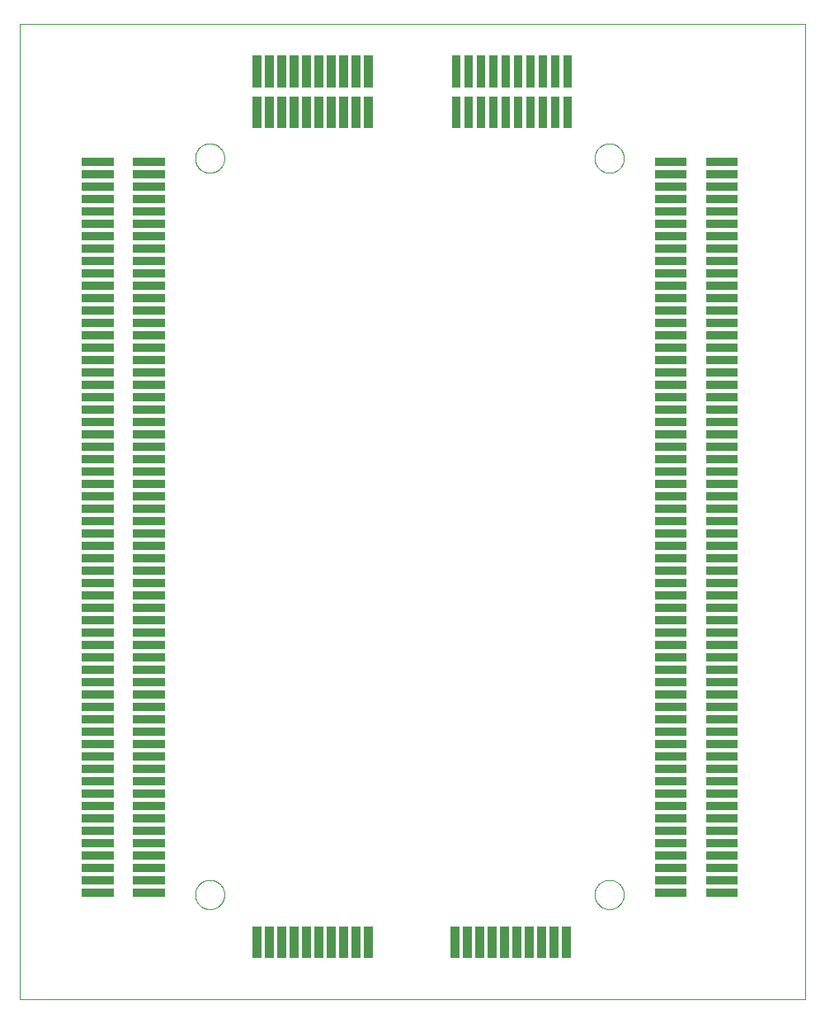
<source format=gbp>
G75*
%MOIN*%
%OFA0B0*%
%FSLAX25Y25*%
%IPPOS*%
%LPD*%
%AMOC8*
5,1,8,0,0,1.08239X$1,22.5*
%
%ADD10C,0.00000*%
%ADD11C,0.00301*%
D10*
X0001000Y0001000D02*
X0001000Y0394701D01*
X0318421Y0394701D01*
X0318421Y0001000D01*
X0001000Y0001000D01*
X0071897Y0043402D02*
X0071899Y0043555D01*
X0071905Y0043709D01*
X0071915Y0043862D01*
X0071929Y0044014D01*
X0071947Y0044167D01*
X0071969Y0044318D01*
X0071994Y0044469D01*
X0072024Y0044620D01*
X0072058Y0044770D01*
X0072095Y0044918D01*
X0072136Y0045066D01*
X0072181Y0045212D01*
X0072230Y0045358D01*
X0072283Y0045502D01*
X0072339Y0045644D01*
X0072399Y0045785D01*
X0072463Y0045925D01*
X0072530Y0046063D01*
X0072601Y0046199D01*
X0072676Y0046333D01*
X0072753Y0046465D01*
X0072835Y0046595D01*
X0072919Y0046723D01*
X0073007Y0046849D01*
X0073098Y0046972D01*
X0073192Y0047093D01*
X0073290Y0047211D01*
X0073390Y0047327D01*
X0073494Y0047440D01*
X0073600Y0047551D01*
X0073709Y0047659D01*
X0073821Y0047764D01*
X0073935Y0047865D01*
X0074053Y0047964D01*
X0074172Y0048060D01*
X0074294Y0048153D01*
X0074419Y0048242D01*
X0074546Y0048329D01*
X0074675Y0048411D01*
X0074806Y0048491D01*
X0074939Y0048567D01*
X0075074Y0048640D01*
X0075211Y0048709D01*
X0075350Y0048774D01*
X0075490Y0048836D01*
X0075632Y0048894D01*
X0075775Y0048949D01*
X0075920Y0049000D01*
X0076066Y0049047D01*
X0076213Y0049090D01*
X0076361Y0049129D01*
X0076510Y0049165D01*
X0076660Y0049196D01*
X0076811Y0049224D01*
X0076962Y0049248D01*
X0077115Y0049268D01*
X0077267Y0049284D01*
X0077420Y0049296D01*
X0077573Y0049304D01*
X0077726Y0049308D01*
X0077880Y0049308D01*
X0078033Y0049304D01*
X0078186Y0049296D01*
X0078339Y0049284D01*
X0078491Y0049268D01*
X0078644Y0049248D01*
X0078795Y0049224D01*
X0078946Y0049196D01*
X0079096Y0049165D01*
X0079245Y0049129D01*
X0079393Y0049090D01*
X0079540Y0049047D01*
X0079686Y0049000D01*
X0079831Y0048949D01*
X0079974Y0048894D01*
X0080116Y0048836D01*
X0080256Y0048774D01*
X0080395Y0048709D01*
X0080532Y0048640D01*
X0080667Y0048567D01*
X0080800Y0048491D01*
X0080931Y0048411D01*
X0081060Y0048329D01*
X0081187Y0048242D01*
X0081312Y0048153D01*
X0081434Y0048060D01*
X0081553Y0047964D01*
X0081671Y0047865D01*
X0081785Y0047764D01*
X0081897Y0047659D01*
X0082006Y0047551D01*
X0082112Y0047440D01*
X0082216Y0047327D01*
X0082316Y0047211D01*
X0082414Y0047093D01*
X0082508Y0046972D01*
X0082599Y0046849D01*
X0082687Y0046723D01*
X0082771Y0046595D01*
X0082853Y0046465D01*
X0082930Y0046333D01*
X0083005Y0046199D01*
X0083076Y0046063D01*
X0083143Y0045925D01*
X0083207Y0045785D01*
X0083267Y0045644D01*
X0083323Y0045502D01*
X0083376Y0045358D01*
X0083425Y0045212D01*
X0083470Y0045066D01*
X0083511Y0044918D01*
X0083548Y0044770D01*
X0083582Y0044620D01*
X0083612Y0044469D01*
X0083637Y0044318D01*
X0083659Y0044167D01*
X0083677Y0044014D01*
X0083691Y0043862D01*
X0083701Y0043709D01*
X0083707Y0043555D01*
X0083709Y0043402D01*
X0083707Y0043249D01*
X0083701Y0043095D01*
X0083691Y0042942D01*
X0083677Y0042790D01*
X0083659Y0042637D01*
X0083637Y0042486D01*
X0083612Y0042335D01*
X0083582Y0042184D01*
X0083548Y0042034D01*
X0083511Y0041886D01*
X0083470Y0041738D01*
X0083425Y0041592D01*
X0083376Y0041446D01*
X0083323Y0041302D01*
X0083267Y0041160D01*
X0083207Y0041019D01*
X0083143Y0040879D01*
X0083076Y0040741D01*
X0083005Y0040605D01*
X0082930Y0040471D01*
X0082853Y0040339D01*
X0082771Y0040209D01*
X0082687Y0040081D01*
X0082599Y0039955D01*
X0082508Y0039832D01*
X0082414Y0039711D01*
X0082316Y0039593D01*
X0082216Y0039477D01*
X0082112Y0039364D01*
X0082006Y0039253D01*
X0081897Y0039145D01*
X0081785Y0039040D01*
X0081671Y0038939D01*
X0081553Y0038840D01*
X0081434Y0038744D01*
X0081312Y0038651D01*
X0081187Y0038562D01*
X0081060Y0038475D01*
X0080931Y0038393D01*
X0080800Y0038313D01*
X0080667Y0038237D01*
X0080532Y0038164D01*
X0080395Y0038095D01*
X0080256Y0038030D01*
X0080116Y0037968D01*
X0079974Y0037910D01*
X0079831Y0037855D01*
X0079686Y0037804D01*
X0079540Y0037757D01*
X0079393Y0037714D01*
X0079245Y0037675D01*
X0079096Y0037639D01*
X0078946Y0037608D01*
X0078795Y0037580D01*
X0078644Y0037556D01*
X0078491Y0037536D01*
X0078339Y0037520D01*
X0078186Y0037508D01*
X0078033Y0037500D01*
X0077880Y0037496D01*
X0077726Y0037496D01*
X0077573Y0037500D01*
X0077420Y0037508D01*
X0077267Y0037520D01*
X0077115Y0037536D01*
X0076962Y0037556D01*
X0076811Y0037580D01*
X0076660Y0037608D01*
X0076510Y0037639D01*
X0076361Y0037675D01*
X0076213Y0037714D01*
X0076066Y0037757D01*
X0075920Y0037804D01*
X0075775Y0037855D01*
X0075632Y0037910D01*
X0075490Y0037968D01*
X0075350Y0038030D01*
X0075211Y0038095D01*
X0075074Y0038164D01*
X0074939Y0038237D01*
X0074806Y0038313D01*
X0074675Y0038393D01*
X0074546Y0038475D01*
X0074419Y0038562D01*
X0074294Y0038651D01*
X0074172Y0038744D01*
X0074053Y0038840D01*
X0073935Y0038939D01*
X0073821Y0039040D01*
X0073709Y0039145D01*
X0073600Y0039253D01*
X0073494Y0039364D01*
X0073390Y0039477D01*
X0073290Y0039593D01*
X0073192Y0039711D01*
X0073098Y0039832D01*
X0073007Y0039955D01*
X0072919Y0040081D01*
X0072835Y0040209D01*
X0072753Y0040339D01*
X0072676Y0040471D01*
X0072601Y0040605D01*
X0072530Y0040741D01*
X0072463Y0040879D01*
X0072399Y0041019D01*
X0072339Y0041160D01*
X0072283Y0041302D01*
X0072230Y0041446D01*
X0072181Y0041592D01*
X0072136Y0041738D01*
X0072095Y0041886D01*
X0072058Y0042034D01*
X0072024Y0042184D01*
X0071994Y0042335D01*
X0071969Y0042486D01*
X0071947Y0042637D01*
X0071929Y0042790D01*
X0071915Y0042942D01*
X0071905Y0043095D01*
X0071899Y0043249D01*
X0071897Y0043402D01*
X0233314Y0043402D02*
X0233316Y0043555D01*
X0233322Y0043709D01*
X0233332Y0043862D01*
X0233346Y0044014D01*
X0233364Y0044167D01*
X0233386Y0044318D01*
X0233411Y0044469D01*
X0233441Y0044620D01*
X0233475Y0044770D01*
X0233512Y0044918D01*
X0233553Y0045066D01*
X0233598Y0045212D01*
X0233647Y0045358D01*
X0233700Y0045502D01*
X0233756Y0045644D01*
X0233816Y0045785D01*
X0233880Y0045925D01*
X0233947Y0046063D01*
X0234018Y0046199D01*
X0234093Y0046333D01*
X0234170Y0046465D01*
X0234252Y0046595D01*
X0234336Y0046723D01*
X0234424Y0046849D01*
X0234515Y0046972D01*
X0234609Y0047093D01*
X0234707Y0047211D01*
X0234807Y0047327D01*
X0234911Y0047440D01*
X0235017Y0047551D01*
X0235126Y0047659D01*
X0235238Y0047764D01*
X0235352Y0047865D01*
X0235470Y0047964D01*
X0235589Y0048060D01*
X0235711Y0048153D01*
X0235836Y0048242D01*
X0235963Y0048329D01*
X0236092Y0048411D01*
X0236223Y0048491D01*
X0236356Y0048567D01*
X0236491Y0048640D01*
X0236628Y0048709D01*
X0236767Y0048774D01*
X0236907Y0048836D01*
X0237049Y0048894D01*
X0237192Y0048949D01*
X0237337Y0049000D01*
X0237483Y0049047D01*
X0237630Y0049090D01*
X0237778Y0049129D01*
X0237927Y0049165D01*
X0238077Y0049196D01*
X0238228Y0049224D01*
X0238379Y0049248D01*
X0238532Y0049268D01*
X0238684Y0049284D01*
X0238837Y0049296D01*
X0238990Y0049304D01*
X0239143Y0049308D01*
X0239297Y0049308D01*
X0239450Y0049304D01*
X0239603Y0049296D01*
X0239756Y0049284D01*
X0239908Y0049268D01*
X0240061Y0049248D01*
X0240212Y0049224D01*
X0240363Y0049196D01*
X0240513Y0049165D01*
X0240662Y0049129D01*
X0240810Y0049090D01*
X0240957Y0049047D01*
X0241103Y0049000D01*
X0241248Y0048949D01*
X0241391Y0048894D01*
X0241533Y0048836D01*
X0241673Y0048774D01*
X0241812Y0048709D01*
X0241949Y0048640D01*
X0242084Y0048567D01*
X0242217Y0048491D01*
X0242348Y0048411D01*
X0242477Y0048329D01*
X0242604Y0048242D01*
X0242729Y0048153D01*
X0242851Y0048060D01*
X0242970Y0047964D01*
X0243088Y0047865D01*
X0243202Y0047764D01*
X0243314Y0047659D01*
X0243423Y0047551D01*
X0243529Y0047440D01*
X0243633Y0047327D01*
X0243733Y0047211D01*
X0243831Y0047093D01*
X0243925Y0046972D01*
X0244016Y0046849D01*
X0244104Y0046723D01*
X0244188Y0046595D01*
X0244270Y0046465D01*
X0244347Y0046333D01*
X0244422Y0046199D01*
X0244493Y0046063D01*
X0244560Y0045925D01*
X0244624Y0045785D01*
X0244684Y0045644D01*
X0244740Y0045502D01*
X0244793Y0045358D01*
X0244842Y0045212D01*
X0244887Y0045066D01*
X0244928Y0044918D01*
X0244965Y0044770D01*
X0244999Y0044620D01*
X0245029Y0044469D01*
X0245054Y0044318D01*
X0245076Y0044167D01*
X0245094Y0044014D01*
X0245108Y0043862D01*
X0245118Y0043709D01*
X0245124Y0043555D01*
X0245126Y0043402D01*
X0245124Y0043249D01*
X0245118Y0043095D01*
X0245108Y0042942D01*
X0245094Y0042790D01*
X0245076Y0042637D01*
X0245054Y0042486D01*
X0245029Y0042335D01*
X0244999Y0042184D01*
X0244965Y0042034D01*
X0244928Y0041886D01*
X0244887Y0041738D01*
X0244842Y0041592D01*
X0244793Y0041446D01*
X0244740Y0041302D01*
X0244684Y0041160D01*
X0244624Y0041019D01*
X0244560Y0040879D01*
X0244493Y0040741D01*
X0244422Y0040605D01*
X0244347Y0040471D01*
X0244270Y0040339D01*
X0244188Y0040209D01*
X0244104Y0040081D01*
X0244016Y0039955D01*
X0243925Y0039832D01*
X0243831Y0039711D01*
X0243733Y0039593D01*
X0243633Y0039477D01*
X0243529Y0039364D01*
X0243423Y0039253D01*
X0243314Y0039145D01*
X0243202Y0039040D01*
X0243088Y0038939D01*
X0242970Y0038840D01*
X0242851Y0038744D01*
X0242729Y0038651D01*
X0242604Y0038562D01*
X0242477Y0038475D01*
X0242348Y0038393D01*
X0242217Y0038313D01*
X0242084Y0038237D01*
X0241949Y0038164D01*
X0241812Y0038095D01*
X0241673Y0038030D01*
X0241533Y0037968D01*
X0241391Y0037910D01*
X0241248Y0037855D01*
X0241103Y0037804D01*
X0240957Y0037757D01*
X0240810Y0037714D01*
X0240662Y0037675D01*
X0240513Y0037639D01*
X0240363Y0037608D01*
X0240212Y0037580D01*
X0240061Y0037556D01*
X0239908Y0037536D01*
X0239756Y0037520D01*
X0239603Y0037508D01*
X0239450Y0037500D01*
X0239297Y0037496D01*
X0239143Y0037496D01*
X0238990Y0037500D01*
X0238837Y0037508D01*
X0238684Y0037520D01*
X0238532Y0037536D01*
X0238379Y0037556D01*
X0238228Y0037580D01*
X0238077Y0037608D01*
X0237927Y0037639D01*
X0237778Y0037675D01*
X0237630Y0037714D01*
X0237483Y0037757D01*
X0237337Y0037804D01*
X0237192Y0037855D01*
X0237049Y0037910D01*
X0236907Y0037968D01*
X0236767Y0038030D01*
X0236628Y0038095D01*
X0236491Y0038164D01*
X0236356Y0038237D01*
X0236223Y0038313D01*
X0236092Y0038393D01*
X0235963Y0038475D01*
X0235836Y0038562D01*
X0235711Y0038651D01*
X0235589Y0038744D01*
X0235470Y0038840D01*
X0235352Y0038939D01*
X0235238Y0039040D01*
X0235126Y0039145D01*
X0235017Y0039253D01*
X0234911Y0039364D01*
X0234807Y0039477D01*
X0234707Y0039593D01*
X0234609Y0039711D01*
X0234515Y0039832D01*
X0234424Y0039955D01*
X0234336Y0040081D01*
X0234252Y0040209D01*
X0234170Y0040339D01*
X0234093Y0040471D01*
X0234018Y0040605D01*
X0233947Y0040741D01*
X0233880Y0040879D01*
X0233816Y0041019D01*
X0233756Y0041160D01*
X0233700Y0041302D01*
X0233647Y0041446D01*
X0233598Y0041592D01*
X0233553Y0041738D01*
X0233512Y0041886D01*
X0233475Y0042034D01*
X0233441Y0042184D01*
X0233411Y0042335D01*
X0233386Y0042486D01*
X0233364Y0042637D01*
X0233346Y0042790D01*
X0233332Y0042942D01*
X0233322Y0043095D01*
X0233316Y0043249D01*
X0233314Y0043402D01*
X0233314Y0340646D02*
X0233316Y0340799D01*
X0233322Y0340953D01*
X0233332Y0341106D01*
X0233346Y0341258D01*
X0233364Y0341411D01*
X0233386Y0341562D01*
X0233411Y0341713D01*
X0233441Y0341864D01*
X0233475Y0342014D01*
X0233512Y0342162D01*
X0233553Y0342310D01*
X0233598Y0342456D01*
X0233647Y0342602D01*
X0233700Y0342746D01*
X0233756Y0342888D01*
X0233816Y0343029D01*
X0233880Y0343169D01*
X0233947Y0343307D01*
X0234018Y0343443D01*
X0234093Y0343577D01*
X0234170Y0343709D01*
X0234252Y0343839D01*
X0234336Y0343967D01*
X0234424Y0344093D01*
X0234515Y0344216D01*
X0234609Y0344337D01*
X0234707Y0344455D01*
X0234807Y0344571D01*
X0234911Y0344684D01*
X0235017Y0344795D01*
X0235126Y0344903D01*
X0235238Y0345008D01*
X0235352Y0345109D01*
X0235470Y0345208D01*
X0235589Y0345304D01*
X0235711Y0345397D01*
X0235836Y0345486D01*
X0235963Y0345573D01*
X0236092Y0345655D01*
X0236223Y0345735D01*
X0236356Y0345811D01*
X0236491Y0345884D01*
X0236628Y0345953D01*
X0236767Y0346018D01*
X0236907Y0346080D01*
X0237049Y0346138D01*
X0237192Y0346193D01*
X0237337Y0346244D01*
X0237483Y0346291D01*
X0237630Y0346334D01*
X0237778Y0346373D01*
X0237927Y0346409D01*
X0238077Y0346440D01*
X0238228Y0346468D01*
X0238379Y0346492D01*
X0238532Y0346512D01*
X0238684Y0346528D01*
X0238837Y0346540D01*
X0238990Y0346548D01*
X0239143Y0346552D01*
X0239297Y0346552D01*
X0239450Y0346548D01*
X0239603Y0346540D01*
X0239756Y0346528D01*
X0239908Y0346512D01*
X0240061Y0346492D01*
X0240212Y0346468D01*
X0240363Y0346440D01*
X0240513Y0346409D01*
X0240662Y0346373D01*
X0240810Y0346334D01*
X0240957Y0346291D01*
X0241103Y0346244D01*
X0241248Y0346193D01*
X0241391Y0346138D01*
X0241533Y0346080D01*
X0241673Y0346018D01*
X0241812Y0345953D01*
X0241949Y0345884D01*
X0242084Y0345811D01*
X0242217Y0345735D01*
X0242348Y0345655D01*
X0242477Y0345573D01*
X0242604Y0345486D01*
X0242729Y0345397D01*
X0242851Y0345304D01*
X0242970Y0345208D01*
X0243088Y0345109D01*
X0243202Y0345008D01*
X0243314Y0344903D01*
X0243423Y0344795D01*
X0243529Y0344684D01*
X0243633Y0344571D01*
X0243733Y0344455D01*
X0243831Y0344337D01*
X0243925Y0344216D01*
X0244016Y0344093D01*
X0244104Y0343967D01*
X0244188Y0343839D01*
X0244270Y0343709D01*
X0244347Y0343577D01*
X0244422Y0343443D01*
X0244493Y0343307D01*
X0244560Y0343169D01*
X0244624Y0343029D01*
X0244684Y0342888D01*
X0244740Y0342746D01*
X0244793Y0342602D01*
X0244842Y0342456D01*
X0244887Y0342310D01*
X0244928Y0342162D01*
X0244965Y0342014D01*
X0244999Y0341864D01*
X0245029Y0341713D01*
X0245054Y0341562D01*
X0245076Y0341411D01*
X0245094Y0341258D01*
X0245108Y0341106D01*
X0245118Y0340953D01*
X0245124Y0340799D01*
X0245126Y0340646D01*
X0245124Y0340493D01*
X0245118Y0340339D01*
X0245108Y0340186D01*
X0245094Y0340034D01*
X0245076Y0339881D01*
X0245054Y0339730D01*
X0245029Y0339579D01*
X0244999Y0339428D01*
X0244965Y0339278D01*
X0244928Y0339130D01*
X0244887Y0338982D01*
X0244842Y0338836D01*
X0244793Y0338690D01*
X0244740Y0338546D01*
X0244684Y0338404D01*
X0244624Y0338263D01*
X0244560Y0338123D01*
X0244493Y0337985D01*
X0244422Y0337849D01*
X0244347Y0337715D01*
X0244270Y0337583D01*
X0244188Y0337453D01*
X0244104Y0337325D01*
X0244016Y0337199D01*
X0243925Y0337076D01*
X0243831Y0336955D01*
X0243733Y0336837D01*
X0243633Y0336721D01*
X0243529Y0336608D01*
X0243423Y0336497D01*
X0243314Y0336389D01*
X0243202Y0336284D01*
X0243088Y0336183D01*
X0242970Y0336084D01*
X0242851Y0335988D01*
X0242729Y0335895D01*
X0242604Y0335806D01*
X0242477Y0335719D01*
X0242348Y0335637D01*
X0242217Y0335557D01*
X0242084Y0335481D01*
X0241949Y0335408D01*
X0241812Y0335339D01*
X0241673Y0335274D01*
X0241533Y0335212D01*
X0241391Y0335154D01*
X0241248Y0335099D01*
X0241103Y0335048D01*
X0240957Y0335001D01*
X0240810Y0334958D01*
X0240662Y0334919D01*
X0240513Y0334883D01*
X0240363Y0334852D01*
X0240212Y0334824D01*
X0240061Y0334800D01*
X0239908Y0334780D01*
X0239756Y0334764D01*
X0239603Y0334752D01*
X0239450Y0334744D01*
X0239297Y0334740D01*
X0239143Y0334740D01*
X0238990Y0334744D01*
X0238837Y0334752D01*
X0238684Y0334764D01*
X0238532Y0334780D01*
X0238379Y0334800D01*
X0238228Y0334824D01*
X0238077Y0334852D01*
X0237927Y0334883D01*
X0237778Y0334919D01*
X0237630Y0334958D01*
X0237483Y0335001D01*
X0237337Y0335048D01*
X0237192Y0335099D01*
X0237049Y0335154D01*
X0236907Y0335212D01*
X0236767Y0335274D01*
X0236628Y0335339D01*
X0236491Y0335408D01*
X0236356Y0335481D01*
X0236223Y0335557D01*
X0236092Y0335637D01*
X0235963Y0335719D01*
X0235836Y0335806D01*
X0235711Y0335895D01*
X0235589Y0335988D01*
X0235470Y0336084D01*
X0235352Y0336183D01*
X0235238Y0336284D01*
X0235126Y0336389D01*
X0235017Y0336497D01*
X0234911Y0336608D01*
X0234807Y0336721D01*
X0234707Y0336837D01*
X0234609Y0336955D01*
X0234515Y0337076D01*
X0234424Y0337199D01*
X0234336Y0337325D01*
X0234252Y0337453D01*
X0234170Y0337583D01*
X0234093Y0337715D01*
X0234018Y0337849D01*
X0233947Y0337985D01*
X0233880Y0338123D01*
X0233816Y0338263D01*
X0233756Y0338404D01*
X0233700Y0338546D01*
X0233647Y0338690D01*
X0233598Y0338836D01*
X0233553Y0338982D01*
X0233512Y0339130D01*
X0233475Y0339278D01*
X0233441Y0339428D01*
X0233411Y0339579D01*
X0233386Y0339730D01*
X0233364Y0339881D01*
X0233346Y0340034D01*
X0233332Y0340186D01*
X0233322Y0340339D01*
X0233316Y0340493D01*
X0233314Y0340646D01*
X0071897Y0340646D02*
X0071899Y0340799D01*
X0071905Y0340953D01*
X0071915Y0341106D01*
X0071929Y0341258D01*
X0071947Y0341411D01*
X0071969Y0341562D01*
X0071994Y0341713D01*
X0072024Y0341864D01*
X0072058Y0342014D01*
X0072095Y0342162D01*
X0072136Y0342310D01*
X0072181Y0342456D01*
X0072230Y0342602D01*
X0072283Y0342746D01*
X0072339Y0342888D01*
X0072399Y0343029D01*
X0072463Y0343169D01*
X0072530Y0343307D01*
X0072601Y0343443D01*
X0072676Y0343577D01*
X0072753Y0343709D01*
X0072835Y0343839D01*
X0072919Y0343967D01*
X0073007Y0344093D01*
X0073098Y0344216D01*
X0073192Y0344337D01*
X0073290Y0344455D01*
X0073390Y0344571D01*
X0073494Y0344684D01*
X0073600Y0344795D01*
X0073709Y0344903D01*
X0073821Y0345008D01*
X0073935Y0345109D01*
X0074053Y0345208D01*
X0074172Y0345304D01*
X0074294Y0345397D01*
X0074419Y0345486D01*
X0074546Y0345573D01*
X0074675Y0345655D01*
X0074806Y0345735D01*
X0074939Y0345811D01*
X0075074Y0345884D01*
X0075211Y0345953D01*
X0075350Y0346018D01*
X0075490Y0346080D01*
X0075632Y0346138D01*
X0075775Y0346193D01*
X0075920Y0346244D01*
X0076066Y0346291D01*
X0076213Y0346334D01*
X0076361Y0346373D01*
X0076510Y0346409D01*
X0076660Y0346440D01*
X0076811Y0346468D01*
X0076962Y0346492D01*
X0077115Y0346512D01*
X0077267Y0346528D01*
X0077420Y0346540D01*
X0077573Y0346548D01*
X0077726Y0346552D01*
X0077880Y0346552D01*
X0078033Y0346548D01*
X0078186Y0346540D01*
X0078339Y0346528D01*
X0078491Y0346512D01*
X0078644Y0346492D01*
X0078795Y0346468D01*
X0078946Y0346440D01*
X0079096Y0346409D01*
X0079245Y0346373D01*
X0079393Y0346334D01*
X0079540Y0346291D01*
X0079686Y0346244D01*
X0079831Y0346193D01*
X0079974Y0346138D01*
X0080116Y0346080D01*
X0080256Y0346018D01*
X0080395Y0345953D01*
X0080532Y0345884D01*
X0080667Y0345811D01*
X0080800Y0345735D01*
X0080931Y0345655D01*
X0081060Y0345573D01*
X0081187Y0345486D01*
X0081312Y0345397D01*
X0081434Y0345304D01*
X0081553Y0345208D01*
X0081671Y0345109D01*
X0081785Y0345008D01*
X0081897Y0344903D01*
X0082006Y0344795D01*
X0082112Y0344684D01*
X0082216Y0344571D01*
X0082316Y0344455D01*
X0082414Y0344337D01*
X0082508Y0344216D01*
X0082599Y0344093D01*
X0082687Y0343967D01*
X0082771Y0343839D01*
X0082853Y0343709D01*
X0082930Y0343577D01*
X0083005Y0343443D01*
X0083076Y0343307D01*
X0083143Y0343169D01*
X0083207Y0343029D01*
X0083267Y0342888D01*
X0083323Y0342746D01*
X0083376Y0342602D01*
X0083425Y0342456D01*
X0083470Y0342310D01*
X0083511Y0342162D01*
X0083548Y0342014D01*
X0083582Y0341864D01*
X0083612Y0341713D01*
X0083637Y0341562D01*
X0083659Y0341411D01*
X0083677Y0341258D01*
X0083691Y0341106D01*
X0083701Y0340953D01*
X0083707Y0340799D01*
X0083709Y0340646D01*
X0083707Y0340493D01*
X0083701Y0340339D01*
X0083691Y0340186D01*
X0083677Y0340034D01*
X0083659Y0339881D01*
X0083637Y0339730D01*
X0083612Y0339579D01*
X0083582Y0339428D01*
X0083548Y0339278D01*
X0083511Y0339130D01*
X0083470Y0338982D01*
X0083425Y0338836D01*
X0083376Y0338690D01*
X0083323Y0338546D01*
X0083267Y0338404D01*
X0083207Y0338263D01*
X0083143Y0338123D01*
X0083076Y0337985D01*
X0083005Y0337849D01*
X0082930Y0337715D01*
X0082853Y0337583D01*
X0082771Y0337453D01*
X0082687Y0337325D01*
X0082599Y0337199D01*
X0082508Y0337076D01*
X0082414Y0336955D01*
X0082316Y0336837D01*
X0082216Y0336721D01*
X0082112Y0336608D01*
X0082006Y0336497D01*
X0081897Y0336389D01*
X0081785Y0336284D01*
X0081671Y0336183D01*
X0081553Y0336084D01*
X0081434Y0335988D01*
X0081312Y0335895D01*
X0081187Y0335806D01*
X0081060Y0335719D01*
X0080931Y0335637D01*
X0080800Y0335557D01*
X0080667Y0335481D01*
X0080532Y0335408D01*
X0080395Y0335339D01*
X0080256Y0335274D01*
X0080116Y0335212D01*
X0079974Y0335154D01*
X0079831Y0335099D01*
X0079686Y0335048D01*
X0079540Y0335001D01*
X0079393Y0334958D01*
X0079245Y0334919D01*
X0079096Y0334883D01*
X0078946Y0334852D01*
X0078795Y0334824D01*
X0078644Y0334800D01*
X0078491Y0334780D01*
X0078339Y0334764D01*
X0078186Y0334752D01*
X0078033Y0334744D01*
X0077880Y0334740D01*
X0077726Y0334740D01*
X0077573Y0334744D01*
X0077420Y0334752D01*
X0077267Y0334764D01*
X0077115Y0334780D01*
X0076962Y0334800D01*
X0076811Y0334824D01*
X0076660Y0334852D01*
X0076510Y0334883D01*
X0076361Y0334919D01*
X0076213Y0334958D01*
X0076066Y0335001D01*
X0075920Y0335048D01*
X0075775Y0335099D01*
X0075632Y0335154D01*
X0075490Y0335212D01*
X0075350Y0335274D01*
X0075211Y0335339D01*
X0075074Y0335408D01*
X0074939Y0335481D01*
X0074806Y0335557D01*
X0074675Y0335637D01*
X0074546Y0335719D01*
X0074419Y0335806D01*
X0074294Y0335895D01*
X0074172Y0335988D01*
X0074053Y0336084D01*
X0073935Y0336183D01*
X0073821Y0336284D01*
X0073709Y0336389D01*
X0073600Y0336497D01*
X0073494Y0336608D01*
X0073390Y0336721D01*
X0073290Y0336837D01*
X0073192Y0336955D01*
X0073098Y0337076D01*
X0073007Y0337199D01*
X0072919Y0337325D01*
X0072835Y0337453D01*
X0072753Y0337583D01*
X0072676Y0337715D01*
X0072601Y0337849D01*
X0072530Y0337985D01*
X0072463Y0338123D01*
X0072399Y0338263D01*
X0072339Y0338404D01*
X0072283Y0338546D01*
X0072230Y0338690D01*
X0072181Y0338836D01*
X0072136Y0338982D01*
X0072095Y0339130D01*
X0072058Y0339278D01*
X0072024Y0339428D01*
X0071994Y0339579D01*
X0071969Y0339730D01*
X0071947Y0339881D01*
X0071929Y0340034D01*
X0071915Y0340186D01*
X0071905Y0340339D01*
X0071899Y0340493D01*
X0071897Y0340646D01*
D11*
X0059326Y0340791D02*
X0046832Y0340791D01*
X0059326Y0340791D02*
X0059326Y0337745D01*
X0046832Y0337745D01*
X0046832Y0340791D01*
X0046832Y0338045D02*
X0059326Y0338045D01*
X0059326Y0338345D02*
X0046832Y0338345D01*
X0046832Y0338645D02*
X0059326Y0338645D01*
X0059326Y0338945D02*
X0046832Y0338945D01*
X0046832Y0339245D02*
X0059326Y0339245D01*
X0059326Y0339545D02*
X0046832Y0339545D01*
X0046832Y0339845D02*
X0059326Y0339845D01*
X0059326Y0340145D02*
X0046832Y0340145D01*
X0046832Y0340445D02*
X0059326Y0340445D01*
X0059326Y0340745D02*
X0046832Y0340745D01*
X0046832Y0335791D02*
X0059326Y0335791D01*
X0059326Y0332745D01*
X0046832Y0332745D01*
X0046832Y0335791D01*
X0046832Y0333045D02*
X0059326Y0333045D01*
X0059326Y0333345D02*
X0046832Y0333345D01*
X0046832Y0333645D02*
X0059326Y0333645D01*
X0059326Y0333945D02*
X0046832Y0333945D01*
X0046832Y0334245D02*
X0059326Y0334245D01*
X0059326Y0334545D02*
X0046832Y0334545D01*
X0046832Y0334845D02*
X0059326Y0334845D01*
X0059326Y0335145D02*
X0046832Y0335145D01*
X0046832Y0335445D02*
X0059326Y0335445D01*
X0059326Y0335745D02*
X0046832Y0335745D01*
X0046832Y0330791D02*
X0059326Y0330791D01*
X0059326Y0327745D01*
X0046832Y0327745D01*
X0046832Y0330791D01*
X0046832Y0328045D02*
X0059326Y0328045D01*
X0059326Y0328345D02*
X0046832Y0328345D01*
X0046832Y0328645D02*
X0059326Y0328645D01*
X0059326Y0328945D02*
X0046832Y0328945D01*
X0046832Y0329245D02*
X0059326Y0329245D01*
X0059326Y0329545D02*
X0046832Y0329545D01*
X0046832Y0329845D02*
X0059326Y0329845D01*
X0059326Y0330145D02*
X0046832Y0330145D01*
X0046832Y0330445D02*
X0059326Y0330445D01*
X0059326Y0330745D02*
X0046832Y0330745D01*
X0046832Y0325791D02*
X0059326Y0325791D01*
X0059326Y0322745D01*
X0046832Y0322745D01*
X0046832Y0325791D01*
X0046832Y0323045D02*
X0059326Y0323045D01*
X0059326Y0323345D02*
X0046832Y0323345D01*
X0046832Y0323645D02*
X0059326Y0323645D01*
X0059326Y0323945D02*
X0046832Y0323945D01*
X0046832Y0324245D02*
X0059326Y0324245D01*
X0059326Y0324545D02*
X0046832Y0324545D01*
X0046832Y0324845D02*
X0059326Y0324845D01*
X0059326Y0325145D02*
X0046832Y0325145D01*
X0046832Y0325445D02*
X0059326Y0325445D01*
X0059326Y0325745D02*
X0046832Y0325745D01*
X0046832Y0320791D02*
X0059326Y0320791D01*
X0059326Y0317745D01*
X0046832Y0317745D01*
X0046832Y0320791D01*
X0046832Y0318045D02*
X0059326Y0318045D01*
X0059326Y0318345D02*
X0046832Y0318345D01*
X0046832Y0318645D02*
X0059326Y0318645D01*
X0059326Y0318945D02*
X0046832Y0318945D01*
X0046832Y0319245D02*
X0059326Y0319245D01*
X0059326Y0319545D02*
X0046832Y0319545D01*
X0046832Y0319845D02*
X0059326Y0319845D01*
X0059326Y0320145D02*
X0046832Y0320145D01*
X0046832Y0320445D02*
X0059326Y0320445D01*
X0059326Y0320745D02*
X0046832Y0320745D01*
X0046832Y0315791D02*
X0059326Y0315791D01*
X0059326Y0312745D01*
X0046832Y0312745D01*
X0046832Y0315791D01*
X0046832Y0313045D02*
X0059326Y0313045D01*
X0059326Y0313345D02*
X0046832Y0313345D01*
X0046832Y0313645D02*
X0059326Y0313645D01*
X0059326Y0313945D02*
X0046832Y0313945D01*
X0046832Y0314245D02*
X0059326Y0314245D01*
X0059326Y0314545D02*
X0046832Y0314545D01*
X0046832Y0314845D02*
X0059326Y0314845D01*
X0059326Y0315145D02*
X0046832Y0315145D01*
X0046832Y0315445D02*
X0059326Y0315445D01*
X0059326Y0315745D02*
X0046832Y0315745D01*
X0046832Y0310791D02*
X0059326Y0310791D01*
X0059326Y0307745D01*
X0046832Y0307745D01*
X0046832Y0310791D01*
X0046832Y0308045D02*
X0059326Y0308045D01*
X0059326Y0308345D02*
X0046832Y0308345D01*
X0046832Y0308645D02*
X0059326Y0308645D01*
X0059326Y0308945D02*
X0046832Y0308945D01*
X0046832Y0309245D02*
X0059326Y0309245D01*
X0059326Y0309545D02*
X0046832Y0309545D01*
X0046832Y0309845D02*
X0059326Y0309845D01*
X0059326Y0310145D02*
X0046832Y0310145D01*
X0046832Y0310445D02*
X0059326Y0310445D01*
X0059326Y0310745D02*
X0046832Y0310745D01*
X0046832Y0305791D02*
X0059326Y0305791D01*
X0059326Y0302745D01*
X0046832Y0302745D01*
X0046832Y0305791D01*
X0046832Y0303045D02*
X0059326Y0303045D01*
X0059326Y0303345D02*
X0046832Y0303345D01*
X0046832Y0303645D02*
X0059326Y0303645D01*
X0059326Y0303945D02*
X0046832Y0303945D01*
X0046832Y0304245D02*
X0059326Y0304245D01*
X0059326Y0304545D02*
X0046832Y0304545D01*
X0046832Y0304845D02*
X0059326Y0304845D01*
X0059326Y0305145D02*
X0046832Y0305145D01*
X0046832Y0305445D02*
X0059326Y0305445D01*
X0059326Y0305745D02*
X0046832Y0305745D01*
X0046832Y0300791D02*
X0059326Y0300791D01*
X0059326Y0297745D01*
X0046832Y0297745D01*
X0046832Y0300791D01*
X0046832Y0298045D02*
X0059326Y0298045D01*
X0059326Y0298345D02*
X0046832Y0298345D01*
X0046832Y0298645D02*
X0059326Y0298645D01*
X0059326Y0298945D02*
X0046832Y0298945D01*
X0046832Y0299245D02*
X0059326Y0299245D01*
X0059326Y0299545D02*
X0046832Y0299545D01*
X0046832Y0299845D02*
X0059326Y0299845D01*
X0059326Y0300145D02*
X0046832Y0300145D01*
X0046832Y0300445D02*
X0059326Y0300445D01*
X0059326Y0300745D02*
X0046832Y0300745D01*
X0046832Y0295791D02*
X0059326Y0295791D01*
X0059326Y0292745D01*
X0046832Y0292745D01*
X0046832Y0295791D01*
X0046832Y0293045D02*
X0059326Y0293045D01*
X0059326Y0293345D02*
X0046832Y0293345D01*
X0046832Y0293645D02*
X0059326Y0293645D01*
X0059326Y0293945D02*
X0046832Y0293945D01*
X0046832Y0294245D02*
X0059326Y0294245D01*
X0059326Y0294545D02*
X0046832Y0294545D01*
X0046832Y0294845D02*
X0059326Y0294845D01*
X0059326Y0295145D02*
X0046832Y0295145D01*
X0046832Y0295445D02*
X0059326Y0295445D01*
X0059326Y0295745D02*
X0046832Y0295745D01*
X0046832Y0290791D02*
X0059326Y0290791D01*
X0059326Y0287745D01*
X0046832Y0287745D01*
X0046832Y0290791D01*
X0046832Y0288045D02*
X0059326Y0288045D01*
X0059326Y0288345D02*
X0046832Y0288345D01*
X0046832Y0288645D02*
X0059326Y0288645D01*
X0059326Y0288945D02*
X0046832Y0288945D01*
X0046832Y0289245D02*
X0059326Y0289245D01*
X0059326Y0289545D02*
X0046832Y0289545D01*
X0046832Y0289845D02*
X0059326Y0289845D01*
X0059326Y0290145D02*
X0046832Y0290145D01*
X0046832Y0290445D02*
X0059326Y0290445D01*
X0059326Y0290745D02*
X0046832Y0290745D01*
X0046832Y0285791D02*
X0059326Y0285791D01*
X0059326Y0282745D01*
X0046832Y0282745D01*
X0046832Y0285791D01*
X0046832Y0283045D02*
X0059326Y0283045D01*
X0059326Y0283345D02*
X0046832Y0283345D01*
X0046832Y0283645D02*
X0059326Y0283645D01*
X0059326Y0283945D02*
X0046832Y0283945D01*
X0046832Y0284245D02*
X0059326Y0284245D01*
X0059326Y0284545D02*
X0046832Y0284545D01*
X0046832Y0284845D02*
X0059326Y0284845D01*
X0059326Y0285145D02*
X0046832Y0285145D01*
X0046832Y0285445D02*
X0059326Y0285445D01*
X0059326Y0285745D02*
X0046832Y0285745D01*
X0046832Y0280791D02*
X0059326Y0280791D01*
X0059326Y0277745D01*
X0046832Y0277745D01*
X0046832Y0280791D01*
X0046832Y0278045D02*
X0059326Y0278045D01*
X0059326Y0278345D02*
X0046832Y0278345D01*
X0046832Y0278645D02*
X0059326Y0278645D01*
X0059326Y0278945D02*
X0046832Y0278945D01*
X0046832Y0279245D02*
X0059326Y0279245D01*
X0059326Y0279545D02*
X0046832Y0279545D01*
X0046832Y0279845D02*
X0059326Y0279845D01*
X0059326Y0280145D02*
X0046832Y0280145D01*
X0046832Y0280445D02*
X0059326Y0280445D01*
X0059326Y0280745D02*
X0046832Y0280745D01*
X0046832Y0275791D02*
X0059326Y0275791D01*
X0059326Y0272745D01*
X0046832Y0272745D01*
X0046832Y0275791D01*
X0046832Y0273045D02*
X0059326Y0273045D01*
X0059326Y0273345D02*
X0046832Y0273345D01*
X0046832Y0273645D02*
X0059326Y0273645D01*
X0059326Y0273945D02*
X0046832Y0273945D01*
X0046832Y0274245D02*
X0059326Y0274245D01*
X0059326Y0274545D02*
X0046832Y0274545D01*
X0046832Y0274845D02*
X0059326Y0274845D01*
X0059326Y0275145D02*
X0046832Y0275145D01*
X0046832Y0275445D02*
X0059326Y0275445D01*
X0059326Y0275745D02*
X0046832Y0275745D01*
X0046832Y0270791D02*
X0059326Y0270791D01*
X0059326Y0267745D01*
X0046832Y0267745D01*
X0046832Y0270791D01*
X0046832Y0268045D02*
X0059326Y0268045D01*
X0059326Y0268345D02*
X0046832Y0268345D01*
X0046832Y0268645D02*
X0059326Y0268645D01*
X0059326Y0268945D02*
X0046832Y0268945D01*
X0046832Y0269245D02*
X0059326Y0269245D01*
X0059326Y0269545D02*
X0046832Y0269545D01*
X0046832Y0269845D02*
X0059326Y0269845D01*
X0059326Y0270145D02*
X0046832Y0270145D01*
X0046832Y0270445D02*
X0059326Y0270445D01*
X0059326Y0270745D02*
X0046832Y0270745D01*
X0046832Y0265791D02*
X0059326Y0265791D01*
X0059326Y0262745D01*
X0046832Y0262745D01*
X0046832Y0265791D01*
X0046832Y0263045D02*
X0059326Y0263045D01*
X0059326Y0263345D02*
X0046832Y0263345D01*
X0046832Y0263645D02*
X0059326Y0263645D01*
X0059326Y0263945D02*
X0046832Y0263945D01*
X0046832Y0264245D02*
X0059326Y0264245D01*
X0059326Y0264545D02*
X0046832Y0264545D01*
X0046832Y0264845D02*
X0059326Y0264845D01*
X0059326Y0265145D02*
X0046832Y0265145D01*
X0046832Y0265445D02*
X0059326Y0265445D01*
X0059326Y0265745D02*
X0046832Y0265745D01*
X0046832Y0260791D02*
X0059326Y0260791D01*
X0059326Y0257745D01*
X0046832Y0257745D01*
X0046832Y0260791D01*
X0046832Y0258045D02*
X0059326Y0258045D01*
X0059326Y0258345D02*
X0046832Y0258345D01*
X0046832Y0258645D02*
X0059326Y0258645D01*
X0059326Y0258945D02*
X0046832Y0258945D01*
X0046832Y0259245D02*
X0059326Y0259245D01*
X0059326Y0259545D02*
X0046832Y0259545D01*
X0046832Y0259845D02*
X0059326Y0259845D01*
X0059326Y0260145D02*
X0046832Y0260145D01*
X0046832Y0260445D02*
X0059326Y0260445D01*
X0059326Y0260745D02*
X0046832Y0260745D01*
X0046832Y0255791D02*
X0059326Y0255791D01*
X0059326Y0252745D01*
X0046832Y0252745D01*
X0046832Y0255791D01*
X0046832Y0253045D02*
X0059326Y0253045D01*
X0059326Y0253345D02*
X0046832Y0253345D01*
X0046832Y0253645D02*
X0059326Y0253645D01*
X0059326Y0253945D02*
X0046832Y0253945D01*
X0046832Y0254245D02*
X0059326Y0254245D01*
X0059326Y0254545D02*
X0046832Y0254545D01*
X0046832Y0254845D02*
X0059326Y0254845D01*
X0059326Y0255145D02*
X0046832Y0255145D01*
X0046832Y0255445D02*
X0059326Y0255445D01*
X0059326Y0255745D02*
X0046832Y0255745D01*
X0046832Y0250791D02*
X0059326Y0250791D01*
X0059326Y0247745D01*
X0046832Y0247745D01*
X0046832Y0250791D01*
X0046832Y0248045D02*
X0059326Y0248045D01*
X0059326Y0248345D02*
X0046832Y0248345D01*
X0046832Y0248645D02*
X0059326Y0248645D01*
X0059326Y0248945D02*
X0046832Y0248945D01*
X0046832Y0249245D02*
X0059326Y0249245D01*
X0059326Y0249545D02*
X0046832Y0249545D01*
X0046832Y0249845D02*
X0059326Y0249845D01*
X0059326Y0250145D02*
X0046832Y0250145D01*
X0046832Y0250445D02*
X0059326Y0250445D01*
X0059326Y0250745D02*
X0046832Y0250745D01*
X0046832Y0245791D02*
X0059326Y0245791D01*
X0059326Y0242745D01*
X0046832Y0242745D01*
X0046832Y0245791D01*
X0046832Y0243045D02*
X0059326Y0243045D01*
X0059326Y0243345D02*
X0046832Y0243345D01*
X0046832Y0243645D02*
X0059326Y0243645D01*
X0059326Y0243945D02*
X0046832Y0243945D01*
X0046832Y0244245D02*
X0059326Y0244245D01*
X0059326Y0244545D02*
X0046832Y0244545D01*
X0046832Y0244845D02*
X0059326Y0244845D01*
X0059326Y0245145D02*
X0046832Y0245145D01*
X0046832Y0245445D02*
X0059326Y0245445D01*
X0059326Y0245745D02*
X0046832Y0245745D01*
X0046832Y0240791D02*
X0059326Y0240791D01*
X0059326Y0237745D01*
X0046832Y0237745D01*
X0046832Y0240791D01*
X0046832Y0238045D02*
X0059326Y0238045D01*
X0059326Y0238345D02*
X0046832Y0238345D01*
X0046832Y0238645D02*
X0059326Y0238645D01*
X0059326Y0238945D02*
X0046832Y0238945D01*
X0046832Y0239245D02*
X0059326Y0239245D01*
X0059326Y0239545D02*
X0046832Y0239545D01*
X0046832Y0239845D02*
X0059326Y0239845D01*
X0059326Y0240145D02*
X0046832Y0240145D01*
X0046832Y0240445D02*
X0059326Y0240445D01*
X0059326Y0240745D02*
X0046832Y0240745D01*
X0046832Y0235791D02*
X0059326Y0235791D01*
X0059326Y0232745D01*
X0046832Y0232745D01*
X0046832Y0235791D01*
X0046832Y0233045D02*
X0059326Y0233045D01*
X0059326Y0233345D02*
X0046832Y0233345D01*
X0046832Y0233645D02*
X0059326Y0233645D01*
X0059326Y0233945D02*
X0046832Y0233945D01*
X0046832Y0234245D02*
X0059326Y0234245D01*
X0059326Y0234545D02*
X0046832Y0234545D01*
X0046832Y0234845D02*
X0059326Y0234845D01*
X0059326Y0235145D02*
X0046832Y0235145D01*
X0046832Y0235445D02*
X0059326Y0235445D01*
X0059326Y0235745D02*
X0046832Y0235745D01*
X0046832Y0230791D02*
X0059326Y0230791D01*
X0059326Y0227745D01*
X0046832Y0227745D01*
X0046832Y0230791D01*
X0046832Y0228045D02*
X0059326Y0228045D01*
X0059326Y0228345D02*
X0046832Y0228345D01*
X0046832Y0228645D02*
X0059326Y0228645D01*
X0059326Y0228945D02*
X0046832Y0228945D01*
X0046832Y0229245D02*
X0059326Y0229245D01*
X0059326Y0229545D02*
X0046832Y0229545D01*
X0046832Y0229845D02*
X0059326Y0229845D01*
X0059326Y0230145D02*
X0046832Y0230145D01*
X0046832Y0230445D02*
X0059326Y0230445D01*
X0059326Y0230745D02*
X0046832Y0230745D01*
X0046832Y0225791D02*
X0059326Y0225791D01*
X0059326Y0222745D01*
X0046832Y0222745D01*
X0046832Y0225791D01*
X0046832Y0223045D02*
X0059326Y0223045D01*
X0059326Y0223345D02*
X0046832Y0223345D01*
X0046832Y0223645D02*
X0059326Y0223645D01*
X0059326Y0223945D02*
X0046832Y0223945D01*
X0046832Y0224245D02*
X0059326Y0224245D01*
X0059326Y0224545D02*
X0046832Y0224545D01*
X0046832Y0224845D02*
X0059326Y0224845D01*
X0059326Y0225145D02*
X0046832Y0225145D01*
X0046832Y0225445D02*
X0059326Y0225445D01*
X0059326Y0225745D02*
X0046832Y0225745D01*
X0046832Y0220791D02*
X0059326Y0220791D01*
X0059326Y0217745D01*
X0046832Y0217745D01*
X0046832Y0220791D01*
X0046832Y0218045D02*
X0059326Y0218045D01*
X0059326Y0218345D02*
X0046832Y0218345D01*
X0046832Y0218645D02*
X0059326Y0218645D01*
X0059326Y0218945D02*
X0046832Y0218945D01*
X0046832Y0219245D02*
X0059326Y0219245D01*
X0059326Y0219545D02*
X0046832Y0219545D01*
X0046832Y0219845D02*
X0059326Y0219845D01*
X0059326Y0220145D02*
X0046832Y0220145D01*
X0046832Y0220445D02*
X0059326Y0220445D01*
X0059326Y0220745D02*
X0046832Y0220745D01*
X0046832Y0215791D02*
X0059326Y0215791D01*
X0059326Y0212745D01*
X0046832Y0212745D01*
X0046832Y0215791D01*
X0046832Y0213045D02*
X0059326Y0213045D01*
X0059326Y0213345D02*
X0046832Y0213345D01*
X0046832Y0213645D02*
X0059326Y0213645D01*
X0059326Y0213945D02*
X0046832Y0213945D01*
X0046832Y0214245D02*
X0059326Y0214245D01*
X0059326Y0214545D02*
X0046832Y0214545D01*
X0046832Y0214845D02*
X0059326Y0214845D01*
X0059326Y0215145D02*
X0046832Y0215145D01*
X0046832Y0215445D02*
X0059326Y0215445D01*
X0059326Y0215745D02*
X0046832Y0215745D01*
X0046832Y0210791D02*
X0059326Y0210791D01*
X0059326Y0207745D01*
X0046832Y0207745D01*
X0046832Y0210791D01*
X0046832Y0208045D02*
X0059326Y0208045D01*
X0059326Y0208345D02*
X0046832Y0208345D01*
X0046832Y0208645D02*
X0059326Y0208645D01*
X0059326Y0208945D02*
X0046832Y0208945D01*
X0046832Y0209245D02*
X0059326Y0209245D01*
X0059326Y0209545D02*
X0046832Y0209545D01*
X0046832Y0209845D02*
X0059326Y0209845D01*
X0059326Y0210145D02*
X0046832Y0210145D01*
X0046832Y0210445D02*
X0059326Y0210445D01*
X0059326Y0210745D02*
X0046832Y0210745D01*
X0046832Y0205791D02*
X0059326Y0205791D01*
X0059326Y0202745D01*
X0046832Y0202745D01*
X0046832Y0205791D01*
X0046832Y0203045D02*
X0059326Y0203045D01*
X0059326Y0203345D02*
X0046832Y0203345D01*
X0046832Y0203645D02*
X0059326Y0203645D01*
X0059326Y0203945D02*
X0046832Y0203945D01*
X0046832Y0204245D02*
X0059326Y0204245D01*
X0059326Y0204545D02*
X0046832Y0204545D01*
X0046832Y0204845D02*
X0059326Y0204845D01*
X0059326Y0205145D02*
X0046832Y0205145D01*
X0046832Y0205445D02*
X0059326Y0205445D01*
X0059326Y0205745D02*
X0046832Y0205745D01*
X0046832Y0200791D02*
X0059326Y0200791D01*
X0059326Y0197745D01*
X0046832Y0197745D01*
X0046832Y0200791D01*
X0046832Y0198045D02*
X0059326Y0198045D01*
X0059326Y0198345D02*
X0046832Y0198345D01*
X0046832Y0198645D02*
X0059326Y0198645D01*
X0059326Y0198945D02*
X0046832Y0198945D01*
X0046832Y0199245D02*
X0059326Y0199245D01*
X0059326Y0199545D02*
X0046832Y0199545D01*
X0046832Y0199845D02*
X0059326Y0199845D01*
X0059326Y0200145D02*
X0046832Y0200145D01*
X0046832Y0200445D02*
X0059326Y0200445D01*
X0059326Y0200745D02*
X0046832Y0200745D01*
X0046832Y0195791D02*
X0059326Y0195791D01*
X0059326Y0192745D01*
X0046832Y0192745D01*
X0046832Y0195791D01*
X0046832Y0193045D02*
X0059326Y0193045D01*
X0059326Y0193345D02*
X0046832Y0193345D01*
X0046832Y0193645D02*
X0059326Y0193645D01*
X0059326Y0193945D02*
X0046832Y0193945D01*
X0046832Y0194245D02*
X0059326Y0194245D01*
X0059326Y0194545D02*
X0046832Y0194545D01*
X0046832Y0194845D02*
X0059326Y0194845D01*
X0059326Y0195145D02*
X0046832Y0195145D01*
X0046832Y0195445D02*
X0059326Y0195445D01*
X0059326Y0195745D02*
X0046832Y0195745D01*
X0046832Y0190791D02*
X0059326Y0190791D01*
X0059326Y0187745D01*
X0046832Y0187745D01*
X0046832Y0190791D01*
X0046832Y0188045D02*
X0059326Y0188045D01*
X0059326Y0188345D02*
X0046832Y0188345D01*
X0046832Y0188645D02*
X0059326Y0188645D01*
X0059326Y0188945D02*
X0046832Y0188945D01*
X0046832Y0189245D02*
X0059326Y0189245D01*
X0059326Y0189545D02*
X0046832Y0189545D01*
X0046832Y0189845D02*
X0059326Y0189845D01*
X0059326Y0190145D02*
X0046832Y0190145D01*
X0046832Y0190445D02*
X0059326Y0190445D01*
X0059326Y0190745D02*
X0046832Y0190745D01*
X0046832Y0185791D02*
X0059326Y0185791D01*
X0059326Y0182745D01*
X0046832Y0182745D01*
X0046832Y0185791D01*
X0046832Y0183045D02*
X0059326Y0183045D01*
X0059326Y0183345D02*
X0046832Y0183345D01*
X0046832Y0183645D02*
X0059326Y0183645D01*
X0059326Y0183945D02*
X0046832Y0183945D01*
X0046832Y0184245D02*
X0059326Y0184245D01*
X0059326Y0184545D02*
X0046832Y0184545D01*
X0046832Y0184845D02*
X0059326Y0184845D01*
X0059326Y0185145D02*
X0046832Y0185145D01*
X0046832Y0185445D02*
X0059326Y0185445D01*
X0059326Y0185745D02*
X0046832Y0185745D01*
X0046832Y0180791D02*
X0059326Y0180791D01*
X0059326Y0177745D01*
X0046832Y0177745D01*
X0046832Y0180791D01*
X0046832Y0178045D02*
X0059326Y0178045D01*
X0059326Y0178345D02*
X0046832Y0178345D01*
X0046832Y0178645D02*
X0059326Y0178645D01*
X0059326Y0178945D02*
X0046832Y0178945D01*
X0046832Y0179245D02*
X0059326Y0179245D01*
X0059326Y0179545D02*
X0046832Y0179545D01*
X0046832Y0179845D02*
X0059326Y0179845D01*
X0059326Y0180145D02*
X0046832Y0180145D01*
X0046832Y0180445D02*
X0059326Y0180445D01*
X0059326Y0180745D02*
X0046832Y0180745D01*
X0046832Y0175791D02*
X0059326Y0175791D01*
X0059326Y0172745D01*
X0046832Y0172745D01*
X0046832Y0175791D01*
X0046832Y0173045D02*
X0059326Y0173045D01*
X0059326Y0173345D02*
X0046832Y0173345D01*
X0046832Y0173645D02*
X0059326Y0173645D01*
X0059326Y0173945D02*
X0046832Y0173945D01*
X0046832Y0174245D02*
X0059326Y0174245D01*
X0059326Y0174545D02*
X0046832Y0174545D01*
X0046832Y0174845D02*
X0059326Y0174845D01*
X0059326Y0175145D02*
X0046832Y0175145D01*
X0046832Y0175445D02*
X0059326Y0175445D01*
X0059326Y0175745D02*
X0046832Y0175745D01*
X0046832Y0170791D02*
X0059326Y0170791D01*
X0059326Y0167745D01*
X0046832Y0167745D01*
X0046832Y0170791D01*
X0046832Y0168045D02*
X0059326Y0168045D01*
X0059326Y0168345D02*
X0046832Y0168345D01*
X0046832Y0168645D02*
X0059326Y0168645D01*
X0059326Y0168945D02*
X0046832Y0168945D01*
X0046832Y0169245D02*
X0059326Y0169245D01*
X0059326Y0169545D02*
X0046832Y0169545D01*
X0046832Y0169845D02*
X0059326Y0169845D01*
X0059326Y0170145D02*
X0046832Y0170145D01*
X0046832Y0170445D02*
X0059326Y0170445D01*
X0059326Y0170745D02*
X0046832Y0170745D01*
X0046832Y0165791D02*
X0059326Y0165791D01*
X0059326Y0162745D01*
X0046832Y0162745D01*
X0046832Y0165791D01*
X0046832Y0163045D02*
X0059326Y0163045D01*
X0059326Y0163345D02*
X0046832Y0163345D01*
X0046832Y0163645D02*
X0059326Y0163645D01*
X0059326Y0163945D02*
X0046832Y0163945D01*
X0046832Y0164245D02*
X0059326Y0164245D01*
X0059326Y0164545D02*
X0046832Y0164545D01*
X0046832Y0164845D02*
X0059326Y0164845D01*
X0059326Y0165145D02*
X0046832Y0165145D01*
X0046832Y0165445D02*
X0059326Y0165445D01*
X0059326Y0165745D02*
X0046832Y0165745D01*
X0046832Y0160791D02*
X0059326Y0160791D01*
X0059326Y0157745D01*
X0046832Y0157745D01*
X0046832Y0160791D01*
X0046832Y0158045D02*
X0059326Y0158045D01*
X0059326Y0158345D02*
X0046832Y0158345D01*
X0046832Y0158645D02*
X0059326Y0158645D01*
X0059326Y0158945D02*
X0046832Y0158945D01*
X0046832Y0159245D02*
X0059326Y0159245D01*
X0059326Y0159545D02*
X0046832Y0159545D01*
X0046832Y0159845D02*
X0059326Y0159845D01*
X0059326Y0160145D02*
X0046832Y0160145D01*
X0046832Y0160445D02*
X0059326Y0160445D01*
X0059326Y0160745D02*
X0046832Y0160745D01*
X0046832Y0155791D02*
X0059326Y0155791D01*
X0059326Y0152745D01*
X0046832Y0152745D01*
X0046832Y0155791D01*
X0046832Y0153045D02*
X0059326Y0153045D01*
X0059326Y0153345D02*
X0046832Y0153345D01*
X0046832Y0153645D02*
X0059326Y0153645D01*
X0059326Y0153945D02*
X0046832Y0153945D01*
X0046832Y0154245D02*
X0059326Y0154245D01*
X0059326Y0154545D02*
X0046832Y0154545D01*
X0046832Y0154845D02*
X0059326Y0154845D01*
X0059326Y0155145D02*
X0046832Y0155145D01*
X0046832Y0155445D02*
X0059326Y0155445D01*
X0059326Y0155745D02*
X0046832Y0155745D01*
X0046832Y0150791D02*
X0059326Y0150791D01*
X0059326Y0147745D01*
X0046832Y0147745D01*
X0046832Y0150791D01*
X0046832Y0148045D02*
X0059326Y0148045D01*
X0059326Y0148345D02*
X0046832Y0148345D01*
X0046832Y0148645D02*
X0059326Y0148645D01*
X0059326Y0148945D02*
X0046832Y0148945D01*
X0046832Y0149245D02*
X0059326Y0149245D01*
X0059326Y0149545D02*
X0046832Y0149545D01*
X0046832Y0149845D02*
X0059326Y0149845D01*
X0059326Y0150145D02*
X0046832Y0150145D01*
X0046832Y0150445D02*
X0059326Y0150445D01*
X0059326Y0150745D02*
X0046832Y0150745D01*
X0046832Y0145791D02*
X0059326Y0145791D01*
X0059326Y0142745D01*
X0046832Y0142745D01*
X0046832Y0145791D01*
X0046832Y0143045D02*
X0059326Y0143045D01*
X0059326Y0143345D02*
X0046832Y0143345D01*
X0046832Y0143645D02*
X0059326Y0143645D01*
X0059326Y0143945D02*
X0046832Y0143945D01*
X0046832Y0144245D02*
X0059326Y0144245D01*
X0059326Y0144545D02*
X0046832Y0144545D01*
X0046832Y0144845D02*
X0059326Y0144845D01*
X0059326Y0145145D02*
X0046832Y0145145D01*
X0046832Y0145445D02*
X0059326Y0145445D01*
X0059326Y0145745D02*
X0046832Y0145745D01*
X0046832Y0140791D02*
X0059326Y0140791D01*
X0059326Y0137745D01*
X0046832Y0137745D01*
X0046832Y0140791D01*
X0046832Y0138045D02*
X0059326Y0138045D01*
X0059326Y0138345D02*
X0046832Y0138345D01*
X0046832Y0138645D02*
X0059326Y0138645D01*
X0059326Y0138945D02*
X0046832Y0138945D01*
X0046832Y0139245D02*
X0059326Y0139245D01*
X0059326Y0139545D02*
X0046832Y0139545D01*
X0046832Y0139845D02*
X0059326Y0139845D01*
X0059326Y0140145D02*
X0046832Y0140145D01*
X0046832Y0140445D02*
X0059326Y0140445D01*
X0059326Y0140745D02*
X0046832Y0140745D01*
X0046832Y0135791D02*
X0059326Y0135791D01*
X0059326Y0132745D01*
X0046832Y0132745D01*
X0046832Y0135791D01*
X0046832Y0133045D02*
X0059326Y0133045D01*
X0059326Y0133345D02*
X0046832Y0133345D01*
X0046832Y0133645D02*
X0059326Y0133645D01*
X0059326Y0133945D02*
X0046832Y0133945D01*
X0046832Y0134245D02*
X0059326Y0134245D01*
X0059326Y0134545D02*
X0046832Y0134545D01*
X0046832Y0134845D02*
X0059326Y0134845D01*
X0059326Y0135145D02*
X0046832Y0135145D01*
X0046832Y0135445D02*
X0059326Y0135445D01*
X0059326Y0135745D02*
X0046832Y0135745D01*
X0046832Y0130791D02*
X0059326Y0130791D01*
X0059326Y0127745D01*
X0046832Y0127745D01*
X0046832Y0130791D01*
X0046832Y0128045D02*
X0059326Y0128045D01*
X0059326Y0128345D02*
X0046832Y0128345D01*
X0046832Y0128645D02*
X0059326Y0128645D01*
X0059326Y0128945D02*
X0046832Y0128945D01*
X0046832Y0129245D02*
X0059326Y0129245D01*
X0059326Y0129545D02*
X0046832Y0129545D01*
X0046832Y0129845D02*
X0059326Y0129845D01*
X0059326Y0130145D02*
X0046832Y0130145D01*
X0046832Y0130445D02*
X0059326Y0130445D01*
X0059326Y0130745D02*
X0046832Y0130745D01*
X0046832Y0125791D02*
X0059326Y0125791D01*
X0059326Y0122745D01*
X0046832Y0122745D01*
X0046832Y0125791D01*
X0046832Y0123045D02*
X0059326Y0123045D01*
X0059326Y0123345D02*
X0046832Y0123345D01*
X0046832Y0123645D02*
X0059326Y0123645D01*
X0059326Y0123945D02*
X0046832Y0123945D01*
X0046832Y0124245D02*
X0059326Y0124245D01*
X0059326Y0124545D02*
X0046832Y0124545D01*
X0046832Y0124845D02*
X0059326Y0124845D01*
X0059326Y0125145D02*
X0046832Y0125145D01*
X0046832Y0125445D02*
X0059326Y0125445D01*
X0059326Y0125745D02*
X0046832Y0125745D01*
X0046832Y0120791D02*
X0059326Y0120791D01*
X0059326Y0117745D01*
X0046832Y0117745D01*
X0046832Y0120791D01*
X0046832Y0118045D02*
X0059326Y0118045D01*
X0059326Y0118345D02*
X0046832Y0118345D01*
X0046832Y0118645D02*
X0059326Y0118645D01*
X0059326Y0118945D02*
X0046832Y0118945D01*
X0046832Y0119245D02*
X0059326Y0119245D01*
X0059326Y0119545D02*
X0046832Y0119545D01*
X0046832Y0119845D02*
X0059326Y0119845D01*
X0059326Y0120145D02*
X0046832Y0120145D01*
X0046832Y0120445D02*
X0059326Y0120445D01*
X0059326Y0120745D02*
X0046832Y0120745D01*
X0046832Y0115791D02*
X0059326Y0115791D01*
X0059326Y0112745D01*
X0046832Y0112745D01*
X0046832Y0115791D01*
X0046832Y0113045D02*
X0059326Y0113045D01*
X0059326Y0113345D02*
X0046832Y0113345D01*
X0046832Y0113645D02*
X0059326Y0113645D01*
X0059326Y0113945D02*
X0046832Y0113945D01*
X0046832Y0114245D02*
X0059326Y0114245D01*
X0059326Y0114545D02*
X0046832Y0114545D01*
X0046832Y0114845D02*
X0059326Y0114845D01*
X0059326Y0115145D02*
X0046832Y0115145D01*
X0046832Y0115445D02*
X0059326Y0115445D01*
X0059326Y0115745D02*
X0046832Y0115745D01*
X0046832Y0110791D02*
X0059326Y0110791D01*
X0059326Y0107745D01*
X0046832Y0107745D01*
X0046832Y0110791D01*
X0046832Y0108045D02*
X0059326Y0108045D01*
X0059326Y0108345D02*
X0046832Y0108345D01*
X0046832Y0108645D02*
X0059326Y0108645D01*
X0059326Y0108945D02*
X0046832Y0108945D01*
X0046832Y0109245D02*
X0059326Y0109245D01*
X0059326Y0109545D02*
X0046832Y0109545D01*
X0046832Y0109845D02*
X0059326Y0109845D01*
X0059326Y0110145D02*
X0046832Y0110145D01*
X0046832Y0110445D02*
X0059326Y0110445D01*
X0059326Y0110745D02*
X0046832Y0110745D01*
X0046832Y0105791D02*
X0059326Y0105791D01*
X0059326Y0102745D01*
X0046832Y0102745D01*
X0046832Y0105791D01*
X0046832Y0103045D02*
X0059326Y0103045D01*
X0059326Y0103345D02*
X0046832Y0103345D01*
X0046832Y0103645D02*
X0059326Y0103645D01*
X0059326Y0103945D02*
X0046832Y0103945D01*
X0046832Y0104245D02*
X0059326Y0104245D01*
X0059326Y0104545D02*
X0046832Y0104545D01*
X0046832Y0104845D02*
X0059326Y0104845D01*
X0059326Y0105145D02*
X0046832Y0105145D01*
X0046832Y0105445D02*
X0059326Y0105445D01*
X0059326Y0105745D02*
X0046832Y0105745D01*
X0046832Y0100791D02*
X0059326Y0100791D01*
X0059326Y0097745D01*
X0046832Y0097745D01*
X0046832Y0100791D01*
X0046832Y0098045D02*
X0059326Y0098045D01*
X0059326Y0098345D02*
X0046832Y0098345D01*
X0046832Y0098645D02*
X0059326Y0098645D01*
X0059326Y0098945D02*
X0046832Y0098945D01*
X0046832Y0099245D02*
X0059326Y0099245D01*
X0059326Y0099545D02*
X0046832Y0099545D01*
X0046832Y0099845D02*
X0059326Y0099845D01*
X0059326Y0100145D02*
X0046832Y0100145D01*
X0046832Y0100445D02*
X0059326Y0100445D01*
X0059326Y0100745D02*
X0046832Y0100745D01*
X0046832Y0095791D02*
X0059326Y0095791D01*
X0059326Y0092745D01*
X0046832Y0092745D01*
X0046832Y0095791D01*
X0046832Y0093045D02*
X0059326Y0093045D01*
X0059326Y0093345D02*
X0046832Y0093345D01*
X0046832Y0093645D02*
X0059326Y0093645D01*
X0059326Y0093945D02*
X0046832Y0093945D01*
X0046832Y0094245D02*
X0059326Y0094245D01*
X0059326Y0094545D02*
X0046832Y0094545D01*
X0046832Y0094845D02*
X0059326Y0094845D01*
X0059326Y0095145D02*
X0046832Y0095145D01*
X0046832Y0095445D02*
X0059326Y0095445D01*
X0059326Y0095745D02*
X0046832Y0095745D01*
X0046832Y0090791D02*
X0059326Y0090791D01*
X0059326Y0087745D01*
X0046832Y0087745D01*
X0046832Y0090791D01*
X0046832Y0088045D02*
X0059326Y0088045D01*
X0059326Y0088345D02*
X0046832Y0088345D01*
X0046832Y0088645D02*
X0059326Y0088645D01*
X0059326Y0088945D02*
X0046832Y0088945D01*
X0046832Y0089245D02*
X0059326Y0089245D01*
X0059326Y0089545D02*
X0046832Y0089545D01*
X0046832Y0089845D02*
X0059326Y0089845D01*
X0059326Y0090145D02*
X0046832Y0090145D01*
X0046832Y0090445D02*
X0059326Y0090445D01*
X0059326Y0090745D02*
X0046832Y0090745D01*
X0046832Y0085791D02*
X0059326Y0085791D01*
X0059326Y0082745D01*
X0046832Y0082745D01*
X0046832Y0085791D01*
X0046832Y0083045D02*
X0059326Y0083045D01*
X0059326Y0083345D02*
X0046832Y0083345D01*
X0046832Y0083645D02*
X0059326Y0083645D01*
X0059326Y0083945D02*
X0046832Y0083945D01*
X0046832Y0084245D02*
X0059326Y0084245D01*
X0059326Y0084545D02*
X0046832Y0084545D01*
X0046832Y0084845D02*
X0059326Y0084845D01*
X0059326Y0085145D02*
X0046832Y0085145D01*
X0046832Y0085445D02*
X0059326Y0085445D01*
X0059326Y0085745D02*
X0046832Y0085745D01*
X0046832Y0080791D02*
X0059326Y0080791D01*
X0059326Y0077745D01*
X0046832Y0077745D01*
X0046832Y0080791D01*
X0046832Y0078045D02*
X0059326Y0078045D01*
X0059326Y0078345D02*
X0046832Y0078345D01*
X0046832Y0078645D02*
X0059326Y0078645D01*
X0059326Y0078945D02*
X0046832Y0078945D01*
X0046832Y0079245D02*
X0059326Y0079245D01*
X0059326Y0079545D02*
X0046832Y0079545D01*
X0046832Y0079845D02*
X0059326Y0079845D01*
X0059326Y0080145D02*
X0046832Y0080145D01*
X0046832Y0080445D02*
X0059326Y0080445D01*
X0059326Y0080745D02*
X0046832Y0080745D01*
X0046832Y0075791D02*
X0059326Y0075791D01*
X0059326Y0072745D01*
X0046832Y0072745D01*
X0046832Y0075791D01*
X0046832Y0073045D02*
X0059326Y0073045D01*
X0059326Y0073345D02*
X0046832Y0073345D01*
X0046832Y0073645D02*
X0059326Y0073645D01*
X0059326Y0073945D02*
X0046832Y0073945D01*
X0046832Y0074245D02*
X0059326Y0074245D01*
X0059326Y0074545D02*
X0046832Y0074545D01*
X0046832Y0074845D02*
X0059326Y0074845D01*
X0059326Y0075145D02*
X0046832Y0075145D01*
X0046832Y0075445D02*
X0059326Y0075445D01*
X0059326Y0075745D02*
X0046832Y0075745D01*
X0046832Y0070791D02*
X0059326Y0070791D01*
X0059326Y0067745D01*
X0046832Y0067745D01*
X0046832Y0070791D01*
X0046832Y0068045D02*
X0059326Y0068045D01*
X0059326Y0068345D02*
X0046832Y0068345D01*
X0046832Y0068645D02*
X0059326Y0068645D01*
X0059326Y0068945D02*
X0046832Y0068945D01*
X0046832Y0069245D02*
X0059326Y0069245D01*
X0059326Y0069545D02*
X0046832Y0069545D01*
X0046832Y0069845D02*
X0059326Y0069845D01*
X0059326Y0070145D02*
X0046832Y0070145D01*
X0046832Y0070445D02*
X0059326Y0070445D01*
X0059326Y0070745D02*
X0046832Y0070745D01*
X0046832Y0065791D02*
X0059326Y0065791D01*
X0059326Y0062745D01*
X0046832Y0062745D01*
X0046832Y0065791D01*
X0046832Y0063045D02*
X0059326Y0063045D01*
X0059326Y0063345D02*
X0046832Y0063345D01*
X0046832Y0063645D02*
X0059326Y0063645D01*
X0059326Y0063945D02*
X0046832Y0063945D01*
X0046832Y0064245D02*
X0059326Y0064245D01*
X0059326Y0064545D02*
X0046832Y0064545D01*
X0046832Y0064845D02*
X0059326Y0064845D01*
X0059326Y0065145D02*
X0046832Y0065145D01*
X0046832Y0065445D02*
X0059326Y0065445D01*
X0059326Y0065745D02*
X0046832Y0065745D01*
X0046832Y0060791D02*
X0059326Y0060791D01*
X0059326Y0057745D01*
X0046832Y0057745D01*
X0046832Y0060791D01*
X0046832Y0058045D02*
X0059326Y0058045D01*
X0059326Y0058345D02*
X0046832Y0058345D01*
X0046832Y0058645D02*
X0059326Y0058645D01*
X0059326Y0058945D02*
X0046832Y0058945D01*
X0046832Y0059245D02*
X0059326Y0059245D01*
X0059326Y0059545D02*
X0046832Y0059545D01*
X0046832Y0059845D02*
X0059326Y0059845D01*
X0059326Y0060145D02*
X0046832Y0060145D01*
X0046832Y0060445D02*
X0059326Y0060445D01*
X0059326Y0060745D02*
X0046832Y0060745D01*
X0046832Y0055791D02*
X0059326Y0055791D01*
X0059326Y0052745D01*
X0046832Y0052745D01*
X0046832Y0055791D01*
X0046832Y0053045D02*
X0059326Y0053045D01*
X0059326Y0053345D02*
X0046832Y0053345D01*
X0046832Y0053645D02*
X0059326Y0053645D01*
X0059326Y0053945D02*
X0046832Y0053945D01*
X0046832Y0054245D02*
X0059326Y0054245D01*
X0059326Y0054545D02*
X0046832Y0054545D01*
X0046832Y0054845D02*
X0059326Y0054845D01*
X0059326Y0055145D02*
X0046832Y0055145D01*
X0046832Y0055445D02*
X0059326Y0055445D01*
X0059326Y0055745D02*
X0046832Y0055745D01*
X0046832Y0050791D02*
X0059326Y0050791D01*
X0059326Y0047745D01*
X0046832Y0047745D01*
X0046832Y0050791D01*
X0046832Y0048045D02*
X0059326Y0048045D01*
X0059326Y0048345D02*
X0046832Y0048345D01*
X0046832Y0048645D02*
X0059326Y0048645D01*
X0059326Y0048945D02*
X0046832Y0048945D01*
X0046832Y0049245D02*
X0059326Y0049245D01*
X0059326Y0049545D02*
X0046832Y0049545D01*
X0046832Y0049845D02*
X0059326Y0049845D01*
X0059326Y0050145D02*
X0046832Y0050145D01*
X0046832Y0050445D02*
X0059326Y0050445D01*
X0059326Y0050745D02*
X0046832Y0050745D01*
X0046832Y0045791D02*
X0059326Y0045791D01*
X0059326Y0042745D01*
X0046832Y0042745D01*
X0046832Y0045791D01*
X0046832Y0043045D02*
X0059326Y0043045D01*
X0059326Y0043345D02*
X0046832Y0043345D01*
X0046832Y0043645D02*
X0059326Y0043645D01*
X0059326Y0043945D02*
X0046832Y0043945D01*
X0046832Y0044245D02*
X0059326Y0044245D01*
X0059326Y0044545D02*
X0046832Y0044545D01*
X0046832Y0044845D02*
X0059326Y0044845D01*
X0059326Y0045145D02*
X0046832Y0045145D01*
X0046832Y0045445D02*
X0059326Y0045445D01*
X0059326Y0045745D02*
X0046832Y0045745D01*
X0038578Y0045791D02*
X0026084Y0045791D01*
X0038578Y0045791D02*
X0038578Y0042745D01*
X0026084Y0042745D01*
X0026084Y0045791D01*
X0026084Y0043045D02*
X0038578Y0043045D01*
X0038578Y0043345D02*
X0026084Y0043345D01*
X0026084Y0043645D02*
X0038578Y0043645D01*
X0038578Y0043945D02*
X0026084Y0043945D01*
X0026084Y0044245D02*
X0038578Y0044245D01*
X0038578Y0044545D02*
X0026084Y0044545D01*
X0026084Y0044845D02*
X0038578Y0044845D01*
X0038578Y0045145D02*
X0026084Y0045145D01*
X0026084Y0045445D02*
X0038578Y0045445D01*
X0038578Y0045745D02*
X0026084Y0045745D01*
X0026084Y0050791D02*
X0038578Y0050791D01*
X0038578Y0047745D01*
X0026084Y0047745D01*
X0026084Y0050791D01*
X0026084Y0048045D02*
X0038578Y0048045D01*
X0038578Y0048345D02*
X0026084Y0048345D01*
X0026084Y0048645D02*
X0038578Y0048645D01*
X0038578Y0048945D02*
X0026084Y0048945D01*
X0026084Y0049245D02*
X0038578Y0049245D01*
X0038578Y0049545D02*
X0026084Y0049545D01*
X0026084Y0049845D02*
X0038578Y0049845D01*
X0038578Y0050145D02*
X0026084Y0050145D01*
X0026084Y0050445D02*
X0038578Y0050445D01*
X0038578Y0050745D02*
X0026084Y0050745D01*
X0026084Y0055791D02*
X0038578Y0055791D01*
X0038578Y0052745D01*
X0026084Y0052745D01*
X0026084Y0055791D01*
X0026084Y0053045D02*
X0038578Y0053045D01*
X0038578Y0053345D02*
X0026084Y0053345D01*
X0026084Y0053645D02*
X0038578Y0053645D01*
X0038578Y0053945D02*
X0026084Y0053945D01*
X0026084Y0054245D02*
X0038578Y0054245D01*
X0038578Y0054545D02*
X0026084Y0054545D01*
X0026084Y0054845D02*
X0038578Y0054845D01*
X0038578Y0055145D02*
X0026084Y0055145D01*
X0026084Y0055445D02*
X0038578Y0055445D01*
X0038578Y0055745D02*
X0026084Y0055745D01*
X0026084Y0060791D02*
X0038578Y0060791D01*
X0038578Y0057745D01*
X0026084Y0057745D01*
X0026084Y0060791D01*
X0026084Y0058045D02*
X0038578Y0058045D01*
X0038578Y0058345D02*
X0026084Y0058345D01*
X0026084Y0058645D02*
X0038578Y0058645D01*
X0038578Y0058945D02*
X0026084Y0058945D01*
X0026084Y0059245D02*
X0038578Y0059245D01*
X0038578Y0059545D02*
X0026084Y0059545D01*
X0026084Y0059845D02*
X0038578Y0059845D01*
X0038578Y0060145D02*
X0026084Y0060145D01*
X0026084Y0060445D02*
X0038578Y0060445D01*
X0038578Y0060745D02*
X0026084Y0060745D01*
X0026084Y0065791D02*
X0038578Y0065791D01*
X0038578Y0062745D01*
X0026084Y0062745D01*
X0026084Y0065791D01*
X0026084Y0063045D02*
X0038578Y0063045D01*
X0038578Y0063345D02*
X0026084Y0063345D01*
X0026084Y0063645D02*
X0038578Y0063645D01*
X0038578Y0063945D02*
X0026084Y0063945D01*
X0026084Y0064245D02*
X0038578Y0064245D01*
X0038578Y0064545D02*
X0026084Y0064545D01*
X0026084Y0064845D02*
X0038578Y0064845D01*
X0038578Y0065145D02*
X0026084Y0065145D01*
X0026084Y0065445D02*
X0038578Y0065445D01*
X0038578Y0065745D02*
X0026084Y0065745D01*
X0026084Y0070791D02*
X0038578Y0070791D01*
X0038578Y0067745D01*
X0026084Y0067745D01*
X0026084Y0070791D01*
X0026084Y0068045D02*
X0038578Y0068045D01*
X0038578Y0068345D02*
X0026084Y0068345D01*
X0026084Y0068645D02*
X0038578Y0068645D01*
X0038578Y0068945D02*
X0026084Y0068945D01*
X0026084Y0069245D02*
X0038578Y0069245D01*
X0038578Y0069545D02*
X0026084Y0069545D01*
X0026084Y0069845D02*
X0038578Y0069845D01*
X0038578Y0070145D02*
X0026084Y0070145D01*
X0026084Y0070445D02*
X0038578Y0070445D01*
X0038578Y0070745D02*
X0026084Y0070745D01*
X0026084Y0075791D02*
X0038578Y0075791D01*
X0038578Y0072745D01*
X0026084Y0072745D01*
X0026084Y0075791D01*
X0026084Y0073045D02*
X0038578Y0073045D01*
X0038578Y0073345D02*
X0026084Y0073345D01*
X0026084Y0073645D02*
X0038578Y0073645D01*
X0038578Y0073945D02*
X0026084Y0073945D01*
X0026084Y0074245D02*
X0038578Y0074245D01*
X0038578Y0074545D02*
X0026084Y0074545D01*
X0026084Y0074845D02*
X0038578Y0074845D01*
X0038578Y0075145D02*
X0026084Y0075145D01*
X0026084Y0075445D02*
X0038578Y0075445D01*
X0038578Y0075745D02*
X0026084Y0075745D01*
X0026084Y0080791D02*
X0038578Y0080791D01*
X0038578Y0077745D01*
X0026084Y0077745D01*
X0026084Y0080791D01*
X0026084Y0078045D02*
X0038578Y0078045D01*
X0038578Y0078345D02*
X0026084Y0078345D01*
X0026084Y0078645D02*
X0038578Y0078645D01*
X0038578Y0078945D02*
X0026084Y0078945D01*
X0026084Y0079245D02*
X0038578Y0079245D01*
X0038578Y0079545D02*
X0026084Y0079545D01*
X0026084Y0079845D02*
X0038578Y0079845D01*
X0038578Y0080145D02*
X0026084Y0080145D01*
X0026084Y0080445D02*
X0038578Y0080445D01*
X0038578Y0080745D02*
X0026084Y0080745D01*
X0026084Y0085791D02*
X0038578Y0085791D01*
X0038578Y0082745D01*
X0026084Y0082745D01*
X0026084Y0085791D01*
X0026084Y0083045D02*
X0038578Y0083045D01*
X0038578Y0083345D02*
X0026084Y0083345D01*
X0026084Y0083645D02*
X0038578Y0083645D01*
X0038578Y0083945D02*
X0026084Y0083945D01*
X0026084Y0084245D02*
X0038578Y0084245D01*
X0038578Y0084545D02*
X0026084Y0084545D01*
X0026084Y0084845D02*
X0038578Y0084845D01*
X0038578Y0085145D02*
X0026084Y0085145D01*
X0026084Y0085445D02*
X0038578Y0085445D01*
X0038578Y0085745D02*
X0026084Y0085745D01*
X0026084Y0090791D02*
X0038578Y0090791D01*
X0038578Y0087745D01*
X0026084Y0087745D01*
X0026084Y0090791D01*
X0026084Y0088045D02*
X0038578Y0088045D01*
X0038578Y0088345D02*
X0026084Y0088345D01*
X0026084Y0088645D02*
X0038578Y0088645D01*
X0038578Y0088945D02*
X0026084Y0088945D01*
X0026084Y0089245D02*
X0038578Y0089245D01*
X0038578Y0089545D02*
X0026084Y0089545D01*
X0026084Y0089845D02*
X0038578Y0089845D01*
X0038578Y0090145D02*
X0026084Y0090145D01*
X0026084Y0090445D02*
X0038578Y0090445D01*
X0038578Y0090745D02*
X0026084Y0090745D01*
X0026084Y0095791D02*
X0038578Y0095791D01*
X0038578Y0092745D01*
X0026084Y0092745D01*
X0026084Y0095791D01*
X0026084Y0093045D02*
X0038578Y0093045D01*
X0038578Y0093345D02*
X0026084Y0093345D01*
X0026084Y0093645D02*
X0038578Y0093645D01*
X0038578Y0093945D02*
X0026084Y0093945D01*
X0026084Y0094245D02*
X0038578Y0094245D01*
X0038578Y0094545D02*
X0026084Y0094545D01*
X0026084Y0094845D02*
X0038578Y0094845D01*
X0038578Y0095145D02*
X0026084Y0095145D01*
X0026084Y0095445D02*
X0038578Y0095445D01*
X0038578Y0095745D02*
X0026084Y0095745D01*
X0026084Y0100791D02*
X0038578Y0100791D01*
X0038578Y0097745D01*
X0026084Y0097745D01*
X0026084Y0100791D01*
X0026084Y0098045D02*
X0038578Y0098045D01*
X0038578Y0098345D02*
X0026084Y0098345D01*
X0026084Y0098645D02*
X0038578Y0098645D01*
X0038578Y0098945D02*
X0026084Y0098945D01*
X0026084Y0099245D02*
X0038578Y0099245D01*
X0038578Y0099545D02*
X0026084Y0099545D01*
X0026084Y0099845D02*
X0038578Y0099845D01*
X0038578Y0100145D02*
X0026084Y0100145D01*
X0026084Y0100445D02*
X0038578Y0100445D01*
X0038578Y0100745D02*
X0026084Y0100745D01*
X0026084Y0105791D02*
X0038578Y0105791D01*
X0038578Y0102745D01*
X0026084Y0102745D01*
X0026084Y0105791D01*
X0026084Y0103045D02*
X0038578Y0103045D01*
X0038578Y0103345D02*
X0026084Y0103345D01*
X0026084Y0103645D02*
X0038578Y0103645D01*
X0038578Y0103945D02*
X0026084Y0103945D01*
X0026084Y0104245D02*
X0038578Y0104245D01*
X0038578Y0104545D02*
X0026084Y0104545D01*
X0026084Y0104845D02*
X0038578Y0104845D01*
X0038578Y0105145D02*
X0026084Y0105145D01*
X0026084Y0105445D02*
X0038578Y0105445D01*
X0038578Y0105745D02*
X0026084Y0105745D01*
X0026084Y0110791D02*
X0038578Y0110791D01*
X0038578Y0107745D01*
X0026084Y0107745D01*
X0026084Y0110791D01*
X0026084Y0108045D02*
X0038578Y0108045D01*
X0038578Y0108345D02*
X0026084Y0108345D01*
X0026084Y0108645D02*
X0038578Y0108645D01*
X0038578Y0108945D02*
X0026084Y0108945D01*
X0026084Y0109245D02*
X0038578Y0109245D01*
X0038578Y0109545D02*
X0026084Y0109545D01*
X0026084Y0109845D02*
X0038578Y0109845D01*
X0038578Y0110145D02*
X0026084Y0110145D01*
X0026084Y0110445D02*
X0038578Y0110445D01*
X0038578Y0110745D02*
X0026084Y0110745D01*
X0026084Y0115791D02*
X0038578Y0115791D01*
X0038578Y0112745D01*
X0026084Y0112745D01*
X0026084Y0115791D01*
X0026084Y0113045D02*
X0038578Y0113045D01*
X0038578Y0113345D02*
X0026084Y0113345D01*
X0026084Y0113645D02*
X0038578Y0113645D01*
X0038578Y0113945D02*
X0026084Y0113945D01*
X0026084Y0114245D02*
X0038578Y0114245D01*
X0038578Y0114545D02*
X0026084Y0114545D01*
X0026084Y0114845D02*
X0038578Y0114845D01*
X0038578Y0115145D02*
X0026084Y0115145D01*
X0026084Y0115445D02*
X0038578Y0115445D01*
X0038578Y0115745D02*
X0026084Y0115745D01*
X0026084Y0120791D02*
X0038578Y0120791D01*
X0038578Y0117745D01*
X0026084Y0117745D01*
X0026084Y0120791D01*
X0026084Y0118045D02*
X0038578Y0118045D01*
X0038578Y0118345D02*
X0026084Y0118345D01*
X0026084Y0118645D02*
X0038578Y0118645D01*
X0038578Y0118945D02*
X0026084Y0118945D01*
X0026084Y0119245D02*
X0038578Y0119245D01*
X0038578Y0119545D02*
X0026084Y0119545D01*
X0026084Y0119845D02*
X0038578Y0119845D01*
X0038578Y0120145D02*
X0026084Y0120145D01*
X0026084Y0120445D02*
X0038578Y0120445D01*
X0038578Y0120745D02*
X0026084Y0120745D01*
X0026084Y0125791D02*
X0038578Y0125791D01*
X0038578Y0122745D01*
X0026084Y0122745D01*
X0026084Y0125791D01*
X0026084Y0123045D02*
X0038578Y0123045D01*
X0038578Y0123345D02*
X0026084Y0123345D01*
X0026084Y0123645D02*
X0038578Y0123645D01*
X0038578Y0123945D02*
X0026084Y0123945D01*
X0026084Y0124245D02*
X0038578Y0124245D01*
X0038578Y0124545D02*
X0026084Y0124545D01*
X0026084Y0124845D02*
X0038578Y0124845D01*
X0038578Y0125145D02*
X0026084Y0125145D01*
X0026084Y0125445D02*
X0038578Y0125445D01*
X0038578Y0125745D02*
X0026084Y0125745D01*
X0026084Y0130791D02*
X0038578Y0130791D01*
X0038578Y0127745D01*
X0026084Y0127745D01*
X0026084Y0130791D01*
X0026084Y0128045D02*
X0038578Y0128045D01*
X0038578Y0128345D02*
X0026084Y0128345D01*
X0026084Y0128645D02*
X0038578Y0128645D01*
X0038578Y0128945D02*
X0026084Y0128945D01*
X0026084Y0129245D02*
X0038578Y0129245D01*
X0038578Y0129545D02*
X0026084Y0129545D01*
X0026084Y0129845D02*
X0038578Y0129845D01*
X0038578Y0130145D02*
X0026084Y0130145D01*
X0026084Y0130445D02*
X0038578Y0130445D01*
X0038578Y0130745D02*
X0026084Y0130745D01*
X0026084Y0135791D02*
X0038578Y0135791D01*
X0038578Y0132745D01*
X0026084Y0132745D01*
X0026084Y0135791D01*
X0026084Y0133045D02*
X0038578Y0133045D01*
X0038578Y0133345D02*
X0026084Y0133345D01*
X0026084Y0133645D02*
X0038578Y0133645D01*
X0038578Y0133945D02*
X0026084Y0133945D01*
X0026084Y0134245D02*
X0038578Y0134245D01*
X0038578Y0134545D02*
X0026084Y0134545D01*
X0026084Y0134845D02*
X0038578Y0134845D01*
X0038578Y0135145D02*
X0026084Y0135145D01*
X0026084Y0135445D02*
X0038578Y0135445D01*
X0038578Y0135745D02*
X0026084Y0135745D01*
X0026084Y0140791D02*
X0038578Y0140791D01*
X0038578Y0137745D01*
X0026084Y0137745D01*
X0026084Y0140791D01*
X0026084Y0138045D02*
X0038578Y0138045D01*
X0038578Y0138345D02*
X0026084Y0138345D01*
X0026084Y0138645D02*
X0038578Y0138645D01*
X0038578Y0138945D02*
X0026084Y0138945D01*
X0026084Y0139245D02*
X0038578Y0139245D01*
X0038578Y0139545D02*
X0026084Y0139545D01*
X0026084Y0139845D02*
X0038578Y0139845D01*
X0038578Y0140145D02*
X0026084Y0140145D01*
X0026084Y0140445D02*
X0038578Y0140445D01*
X0038578Y0140745D02*
X0026084Y0140745D01*
X0026084Y0145791D02*
X0038578Y0145791D01*
X0038578Y0142745D01*
X0026084Y0142745D01*
X0026084Y0145791D01*
X0026084Y0143045D02*
X0038578Y0143045D01*
X0038578Y0143345D02*
X0026084Y0143345D01*
X0026084Y0143645D02*
X0038578Y0143645D01*
X0038578Y0143945D02*
X0026084Y0143945D01*
X0026084Y0144245D02*
X0038578Y0144245D01*
X0038578Y0144545D02*
X0026084Y0144545D01*
X0026084Y0144845D02*
X0038578Y0144845D01*
X0038578Y0145145D02*
X0026084Y0145145D01*
X0026084Y0145445D02*
X0038578Y0145445D01*
X0038578Y0145745D02*
X0026084Y0145745D01*
X0026084Y0150791D02*
X0038578Y0150791D01*
X0038578Y0147745D01*
X0026084Y0147745D01*
X0026084Y0150791D01*
X0026084Y0148045D02*
X0038578Y0148045D01*
X0038578Y0148345D02*
X0026084Y0148345D01*
X0026084Y0148645D02*
X0038578Y0148645D01*
X0038578Y0148945D02*
X0026084Y0148945D01*
X0026084Y0149245D02*
X0038578Y0149245D01*
X0038578Y0149545D02*
X0026084Y0149545D01*
X0026084Y0149845D02*
X0038578Y0149845D01*
X0038578Y0150145D02*
X0026084Y0150145D01*
X0026084Y0150445D02*
X0038578Y0150445D01*
X0038578Y0150745D02*
X0026084Y0150745D01*
X0026084Y0155791D02*
X0038578Y0155791D01*
X0038578Y0152745D01*
X0026084Y0152745D01*
X0026084Y0155791D01*
X0026084Y0153045D02*
X0038578Y0153045D01*
X0038578Y0153345D02*
X0026084Y0153345D01*
X0026084Y0153645D02*
X0038578Y0153645D01*
X0038578Y0153945D02*
X0026084Y0153945D01*
X0026084Y0154245D02*
X0038578Y0154245D01*
X0038578Y0154545D02*
X0026084Y0154545D01*
X0026084Y0154845D02*
X0038578Y0154845D01*
X0038578Y0155145D02*
X0026084Y0155145D01*
X0026084Y0155445D02*
X0038578Y0155445D01*
X0038578Y0155745D02*
X0026084Y0155745D01*
X0026084Y0160791D02*
X0038578Y0160791D01*
X0038578Y0157745D01*
X0026084Y0157745D01*
X0026084Y0160791D01*
X0026084Y0158045D02*
X0038578Y0158045D01*
X0038578Y0158345D02*
X0026084Y0158345D01*
X0026084Y0158645D02*
X0038578Y0158645D01*
X0038578Y0158945D02*
X0026084Y0158945D01*
X0026084Y0159245D02*
X0038578Y0159245D01*
X0038578Y0159545D02*
X0026084Y0159545D01*
X0026084Y0159845D02*
X0038578Y0159845D01*
X0038578Y0160145D02*
X0026084Y0160145D01*
X0026084Y0160445D02*
X0038578Y0160445D01*
X0038578Y0160745D02*
X0026084Y0160745D01*
X0026084Y0165791D02*
X0038578Y0165791D01*
X0038578Y0162745D01*
X0026084Y0162745D01*
X0026084Y0165791D01*
X0026084Y0163045D02*
X0038578Y0163045D01*
X0038578Y0163345D02*
X0026084Y0163345D01*
X0026084Y0163645D02*
X0038578Y0163645D01*
X0038578Y0163945D02*
X0026084Y0163945D01*
X0026084Y0164245D02*
X0038578Y0164245D01*
X0038578Y0164545D02*
X0026084Y0164545D01*
X0026084Y0164845D02*
X0038578Y0164845D01*
X0038578Y0165145D02*
X0026084Y0165145D01*
X0026084Y0165445D02*
X0038578Y0165445D01*
X0038578Y0165745D02*
X0026084Y0165745D01*
X0026084Y0170791D02*
X0038578Y0170791D01*
X0038578Y0167745D01*
X0026084Y0167745D01*
X0026084Y0170791D01*
X0026084Y0168045D02*
X0038578Y0168045D01*
X0038578Y0168345D02*
X0026084Y0168345D01*
X0026084Y0168645D02*
X0038578Y0168645D01*
X0038578Y0168945D02*
X0026084Y0168945D01*
X0026084Y0169245D02*
X0038578Y0169245D01*
X0038578Y0169545D02*
X0026084Y0169545D01*
X0026084Y0169845D02*
X0038578Y0169845D01*
X0038578Y0170145D02*
X0026084Y0170145D01*
X0026084Y0170445D02*
X0038578Y0170445D01*
X0038578Y0170745D02*
X0026084Y0170745D01*
X0026084Y0175791D02*
X0038578Y0175791D01*
X0038578Y0172745D01*
X0026084Y0172745D01*
X0026084Y0175791D01*
X0026084Y0173045D02*
X0038578Y0173045D01*
X0038578Y0173345D02*
X0026084Y0173345D01*
X0026084Y0173645D02*
X0038578Y0173645D01*
X0038578Y0173945D02*
X0026084Y0173945D01*
X0026084Y0174245D02*
X0038578Y0174245D01*
X0038578Y0174545D02*
X0026084Y0174545D01*
X0026084Y0174845D02*
X0038578Y0174845D01*
X0038578Y0175145D02*
X0026084Y0175145D01*
X0026084Y0175445D02*
X0038578Y0175445D01*
X0038578Y0175745D02*
X0026084Y0175745D01*
X0026084Y0180791D02*
X0038578Y0180791D01*
X0038578Y0177745D01*
X0026084Y0177745D01*
X0026084Y0180791D01*
X0026084Y0178045D02*
X0038578Y0178045D01*
X0038578Y0178345D02*
X0026084Y0178345D01*
X0026084Y0178645D02*
X0038578Y0178645D01*
X0038578Y0178945D02*
X0026084Y0178945D01*
X0026084Y0179245D02*
X0038578Y0179245D01*
X0038578Y0179545D02*
X0026084Y0179545D01*
X0026084Y0179845D02*
X0038578Y0179845D01*
X0038578Y0180145D02*
X0026084Y0180145D01*
X0026084Y0180445D02*
X0038578Y0180445D01*
X0038578Y0180745D02*
X0026084Y0180745D01*
X0026084Y0185791D02*
X0038578Y0185791D01*
X0038578Y0182745D01*
X0026084Y0182745D01*
X0026084Y0185791D01*
X0026084Y0183045D02*
X0038578Y0183045D01*
X0038578Y0183345D02*
X0026084Y0183345D01*
X0026084Y0183645D02*
X0038578Y0183645D01*
X0038578Y0183945D02*
X0026084Y0183945D01*
X0026084Y0184245D02*
X0038578Y0184245D01*
X0038578Y0184545D02*
X0026084Y0184545D01*
X0026084Y0184845D02*
X0038578Y0184845D01*
X0038578Y0185145D02*
X0026084Y0185145D01*
X0026084Y0185445D02*
X0038578Y0185445D01*
X0038578Y0185745D02*
X0026084Y0185745D01*
X0026084Y0190791D02*
X0038578Y0190791D01*
X0038578Y0187745D01*
X0026084Y0187745D01*
X0026084Y0190791D01*
X0026084Y0188045D02*
X0038578Y0188045D01*
X0038578Y0188345D02*
X0026084Y0188345D01*
X0026084Y0188645D02*
X0038578Y0188645D01*
X0038578Y0188945D02*
X0026084Y0188945D01*
X0026084Y0189245D02*
X0038578Y0189245D01*
X0038578Y0189545D02*
X0026084Y0189545D01*
X0026084Y0189845D02*
X0038578Y0189845D01*
X0038578Y0190145D02*
X0026084Y0190145D01*
X0026084Y0190445D02*
X0038578Y0190445D01*
X0038578Y0190745D02*
X0026084Y0190745D01*
X0026084Y0195791D02*
X0038578Y0195791D01*
X0038578Y0192745D01*
X0026084Y0192745D01*
X0026084Y0195791D01*
X0026084Y0193045D02*
X0038578Y0193045D01*
X0038578Y0193345D02*
X0026084Y0193345D01*
X0026084Y0193645D02*
X0038578Y0193645D01*
X0038578Y0193945D02*
X0026084Y0193945D01*
X0026084Y0194245D02*
X0038578Y0194245D01*
X0038578Y0194545D02*
X0026084Y0194545D01*
X0026084Y0194845D02*
X0038578Y0194845D01*
X0038578Y0195145D02*
X0026084Y0195145D01*
X0026084Y0195445D02*
X0038578Y0195445D01*
X0038578Y0195745D02*
X0026084Y0195745D01*
X0026084Y0200791D02*
X0038578Y0200791D01*
X0038578Y0197745D01*
X0026084Y0197745D01*
X0026084Y0200791D01*
X0026084Y0198045D02*
X0038578Y0198045D01*
X0038578Y0198345D02*
X0026084Y0198345D01*
X0026084Y0198645D02*
X0038578Y0198645D01*
X0038578Y0198945D02*
X0026084Y0198945D01*
X0026084Y0199245D02*
X0038578Y0199245D01*
X0038578Y0199545D02*
X0026084Y0199545D01*
X0026084Y0199845D02*
X0038578Y0199845D01*
X0038578Y0200145D02*
X0026084Y0200145D01*
X0026084Y0200445D02*
X0038578Y0200445D01*
X0038578Y0200745D02*
X0026084Y0200745D01*
X0026084Y0205791D02*
X0038578Y0205791D01*
X0038578Y0202745D01*
X0026084Y0202745D01*
X0026084Y0205791D01*
X0026084Y0203045D02*
X0038578Y0203045D01*
X0038578Y0203345D02*
X0026084Y0203345D01*
X0026084Y0203645D02*
X0038578Y0203645D01*
X0038578Y0203945D02*
X0026084Y0203945D01*
X0026084Y0204245D02*
X0038578Y0204245D01*
X0038578Y0204545D02*
X0026084Y0204545D01*
X0026084Y0204845D02*
X0038578Y0204845D01*
X0038578Y0205145D02*
X0026084Y0205145D01*
X0026084Y0205445D02*
X0038578Y0205445D01*
X0038578Y0205745D02*
X0026084Y0205745D01*
X0026084Y0210791D02*
X0038578Y0210791D01*
X0038578Y0207745D01*
X0026084Y0207745D01*
X0026084Y0210791D01*
X0026084Y0208045D02*
X0038578Y0208045D01*
X0038578Y0208345D02*
X0026084Y0208345D01*
X0026084Y0208645D02*
X0038578Y0208645D01*
X0038578Y0208945D02*
X0026084Y0208945D01*
X0026084Y0209245D02*
X0038578Y0209245D01*
X0038578Y0209545D02*
X0026084Y0209545D01*
X0026084Y0209845D02*
X0038578Y0209845D01*
X0038578Y0210145D02*
X0026084Y0210145D01*
X0026084Y0210445D02*
X0038578Y0210445D01*
X0038578Y0210745D02*
X0026084Y0210745D01*
X0026084Y0215791D02*
X0038578Y0215791D01*
X0038578Y0212745D01*
X0026084Y0212745D01*
X0026084Y0215791D01*
X0026084Y0213045D02*
X0038578Y0213045D01*
X0038578Y0213345D02*
X0026084Y0213345D01*
X0026084Y0213645D02*
X0038578Y0213645D01*
X0038578Y0213945D02*
X0026084Y0213945D01*
X0026084Y0214245D02*
X0038578Y0214245D01*
X0038578Y0214545D02*
X0026084Y0214545D01*
X0026084Y0214845D02*
X0038578Y0214845D01*
X0038578Y0215145D02*
X0026084Y0215145D01*
X0026084Y0215445D02*
X0038578Y0215445D01*
X0038578Y0215745D02*
X0026084Y0215745D01*
X0026084Y0220791D02*
X0038578Y0220791D01*
X0038578Y0217745D01*
X0026084Y0217745D01*
X0026084Y0220791D01*
X0026084Y0218045D02*
X0038578Y0218045D01*
X0038578Y0218345D02*
X0026084Y0218345D01*
X0026084Y0218645D02*
X0038578Y0218645D01*
X0038578Y0218945D02*
X0026084Y0218945D01*
X0026084Y0219245D02*
X0038578Y0219245D01*
X0038578Y0219545D02*
X0026084Y0219545D01*
X0026084Y0219845D02*
X0038578Y0219845D01*
X0038578Y0220145D02*
X0026084Y0220145D01*
X0026084Y0220445D02*
X0038578Y0220445D01*
X0038578Y0220745D02*
X0026084Y0220745D01*
X0026084Y0225791D02*
X0038578Y0225791D01*
X0038578Y0222745D01*
X0026084Y0222745D01*
X0026084Y0225791D01*
X0026084Y0223045D02*
X0038578Y0223045D01*
X0038578Y0223345D02*
X0026084Y0223345D01*
X0026084Y0223645D02*
X0038578Y0223645D01*
X0038578Y0223945D02*
X0026084Y0223945D01*
X0026084Y0224245D02*
X0038578Y0224245D01*
X0038578Y0224545D02*
X0026084Y0224545D01*
X0026084Y0224845D02*
X0038578Y0224845D01*
X0038578Y0225145D02*
X0026084Y0225145D01*
X0026084Y0225445D02*
X0038578Y0225445D01*
X0038578Y0225745D02*
X0026084Y0225745D01*
X0026084Y0230791D02*
X0038578Y0230791D01*
X0038578Y0227745D01*
X0026084Y0227745D01*
X0026084Y0230791D01*
X0026084Y0228045D02*
X0038578Y0228045D01*
X0038578Y0228345D02*
X0026084Y0228345D01*
X0026084Y0228645D02*
X0038578Y0228645D01*
X0038578Y0228945D02*
X0026084Y0228945D01*
X0026084Y0229245D02*
X0038578Y0229245D01*
X0038578Y0229545D02*
X0026084Y0229545D01*
X0026084Y0229845D02*
X0038578Y0229845D01*
X0038578Y0230145D02*
X0026084Y0230145D01*
X0026084Y0230445D02*
X0038578Y0230445D01*
X0038578Y0230745D02*
X0026084Y0230745D01*
X0026084Y0235791D02*
X0038578Y0235791D01*
X0038578Y0232745D01*
X0026084Y0232745D01*
X0026084Y0235791D01*
X0026084Y0233045D02*
X0038578Y0233045D01*
X0038578Y0233345D02*
X0026084Y0233345D01*
X0026084Y0233645D02*
X0038578Y0233645D01*
X0038578Y0233945D02*
X0026084Y0233945D01*
X0026084Y0234245D02*
X0038578Y0234245D01*
X0038578Y0234545D02*
X0026084Y0234545D01*
X0026084Y0234845D02*
X0038578Y0234845D01*
X0038578Y0235145D02*
X0026084Y0235145D01*
X0026084Y0235445D02*
X0038578Y0235445D01*
X0038578Y0235745D02*
X0026084Y0235745D01*
X0026084Y0240791D02*
X0038578Y0240791D01*
X0038578Y0237745D01*
X0026084Y0237745D01*
X0026084Y0240791D01*
X0026084Y0238045D02*
X0038578Y0238045D01*
X0038578Y0238345D02*
X0026084Y0238345D01*
X0026084Y0238645D02*
X0038578Y0238645D01*
X0038578Y0238945D02*
X0026084Y0238945D01*
X0026084Y0239245D02*
X0038578Y0239245D01*
X0038578Y0239545D02*
X0026084Y0239545D01*
X0026084Y0239845D02*
X0038578Y0239845D01*
X0038578Y0240145D02*
X0026084Y0240145D01*
X0026084Y0240445D02*
X0038578Y0240445D01*
X0038578Y0240745D02*
X0026084Y0240745D01*
X0026084Y0245791D02*
X0038578Y0245791D01*
X0038578Y0242745D01*
X0026084Y0242745D01*
X0026084Y0245791D01*
X0026084Y0243045D02*
X0038578Y0243045D01*
X0038578Y0243345D02*
X0026084Y0243345D01*
X0026084Y0243645D02*
X0038578Y0243645D01*
X0038578Y0243945D02*
X0026084Y0243945D01*
X0026084Y0244245D02*
X0038578Y0244245D01*
X0038578Y0244545D02*
X0026084Y0244545D01*
X0026084Y0244845D02*
X0038578Y0244845D01*
X0038578Y0245145D02*
X0026084Y0245145D01*
X0026084Y0245445D02*
X0038578Y0245445D01*
X0038578Y0245745D02*
X0026084Y0245745D01*
X0026084Y0250791D02*
X0038578Y0250791D01*
X0038578Y0247745D01*
X0026084Y0247745D01*
X0026084Y0250791D01*
X0026084Y0248045D02*
X0038578Y0248045D01*
X0038578Y0248345D02*
X0026084Y0248345D01*
X0026084Y0248645D02*
X0038578Y0248645D01*
X0038578Y0248945D02*
X0026084Y0248945D01*
X0026084Y0249245D02*
X0038578Y0249245D01*
X0038578Y0249545D02*
X0026084Y0249545D01*
X0026084Y0249845D02*
X0038578Y0249845D01*
X0038578Y0250145D02*
X0026084Y0250145D01*
X0026084Y0250445D02*
X0038578Y0250445D01*
X0038578Y0250745D02*
X0026084Y0250745D01*
X0026084Y0255791D02*
X0038578Y0255791D01*
X0038578Y0252745D01*
X0026084Y0252745D01*
X0026084Y0255791D01*
X0026084Y0253045D02*
X0038578Y0253045D01*
X0038578Y0253345D02*
X0026084Y0253345D01*
X0026084Y0253645D02*
X0038578Y0253645D01*
X0038578Y0253945D02*
X0026084Y0253945D01*
X0026084Y0254245D02*
X0038578Y0254245D01*
X0038578Y0254545D02*
X0026084Y0254545D01*
X0026084Y0254845D02*
X0038578Y0254845D01*
X0038578Y0255145D02*
X0026084Y0255145D01*
X0026084Y0255445D02*
X0038578Y0255445D01*
X0038578Y0255745D02*
X0026084Y0255745D01*
X0026084Y0260791D02*
X0038578Y0260791D01*
X0038578Y0257745D01*
X0026084Y0257745D01*
X0026084Y0260791D01*
X0026084Y0258045D02*
X0038578Y0258045D01*
X0038578Y0258345D02*
X0026084Y0258345D01*
X0026084Y0258645D02*
X0038578Y0258645D01*
X0038578Y0258945D02*
X0026084Y0258945D01*
X0026084Y0259245D02*
X0038578Y0259245D01*
X0038578Y0259545D02*
X0026084Y0259545D01*
X0026084Y0259845D02*
X0038578Y0259845D01*
X0038578Y0260145D02*
X0026084Y0260145D01*
X0026084Y0260445D02*
X0038578Y0260445D01*
X0038578Y0260745D02*
X0026084Y0260745D01*
X0026084Y0265791D02*
X0038578Y0265791D01*
X0038578Y0262745D01*
X0026084Y0262745D01*
X0026084Y0265791D01*
X0026084Y0263045D02*
X0038578Y0263045D01*
X0038578Y0263345D02*
X0026084Y0263345D01*
X0026084Y0263645D02*
X0038578Y0263645D01*
X0038578Y0263945D02*
X0026084Y0263945D01*
X0026084Y0264245D02*
X0038578Y0264245D01*
X0038578Y0264545D02*
X0026084Y0264545D01*
X0026084Y0264845D02*
X0038578Y0264845D01*
X0038578Y0265145D02*
X0026084Y0265145D01*
X0026084Y0265445D02*
X0038578Y0265445D01*
X0038578Y0265745D02*
X0026084Y0265745D01*
X0026084Y0270791D02*
X0038578Y0270791D01*
X0038578Y0267745D01*
X0026084Y0267745D01*
X0026084Y0270791D01*
X0026084Y0268045D02*
X0038578Y0268045D01*
X0038578Y0268345D02*
X0026084Y0268345D01*
X0026084Y0268645D02*
X0038578Y0268645D01*
X0038578Y0268945D02*
X0026084Y0268945D01*
X0026084Y0269245D02*
X0038578Y0269245D01*
X0038578Y0269545D02*
X0026084Y0269545D01*
X0026084Y0269845D02*
X0038578Y0269845D01*
X0038578Y0270145D02*
X0026084Y0270145D01*
X0026084Y0270445D02*
X0038578Y0270445D01*
X0038578Y0270745D02*
X0026084Y0270745D01*
X0026084Y0275791D02*
X0038578Y0275791D01*
X0038578Y0272745D01*
X0026084Y0272745D01*
X0026084Y0275791D01*
X0026084Y0273045D02*
X0038578Y0273045D01*
X0038578Y0273345D02*
X0026084Y0273345D01*
X0026084Y0273645D02*
X0038578Y0273645D01*
X0038578Y0273945D02*
X0026084Y0273945D01*
X0026084Y0274245D02*
X0038578Y0274245D01*
X0038578Y0274545D02*
X0026084Y0274545D01*
X0026084Y0274845D02*
X0038578Y0274845D01*
X0038578Y0275145D02*
X0026084Y0275145D01*
X0026084Y0275445D02*
X0038578Y0275445D01*
X0038578Y0275745D02*
X0026084Y0275745D01*
X0026084Y0280791D02*
X0038578Y0280791D01*
X0038578Y0277745D01*
X0026084Y0277745D01*
X0026084Y0280791D01*
X0026084Y0278045D02*
X0038578Y0278045D01*
X0038578Y0278345D02*
X0026084Y0278345D01*
X0026084Y0278645D02*
X0038578Y0278645D01*
X0038578Y0278945D02*
X0026084Y0278945D01*
X0026084Y0279245D02*
X0038578Y0279245D01*
X0038578Y0279545D02*
X0026084Y0279545D01*
X0026084Y0279845D02*
X0038578Y0279845D01*
X0038578Y0280145D02*
X0026084Y0280145D01*
X0026084Y0280445D02*
X0038578Y0280445D01*
X0038578Y0280745D02*
X0026084Y0280745D01*
X0026084Y0285791D02*
X0038578Y0285791D01*
X0038578Y0282745D01*
X0026084Y0282745D01*
X0026084Y0285791D01*
X0026084Y0283045D02*
X0038578Y0283045D01*
X0038578Y0283345D02*
X0026084Y0283345D01*
X0026084Y0283645D02*
X0038578Y0283645D01*
X0038578Y0283945D02*
X0026084Y0283945D01*
X0026084Y0284245D02*
X0038578Y0284245D01*
X0038578Y0284545D02*
X0026084Y0284545D01*
X0026084Y0284845D02*
X0038578Y0284845D01*
X0038578Y0285145D02*
X0026084Y0285145D01*
X0026084Y0285445D02*
X0038578Y0285445D01*
X0038578Y0285745D02*
X0026084Y0285745D01*
X0026084Y0290791D02*
X0038578Y0290791D01*
X0038578Y0287745D01*
X0026084Y0287745D01*
X0026084Y0290791D01*
X0026084Y0288045D02*
X0038578Y0288045D01*
X0038578Y0288345D02*
X0026084Y0288345D01*
X0026084Y0288645D02*
X0038578Y0288645D01*
X0038578Y0288945D02*
X0026084Y0288945D01*
X0026084Y0289245D02*
X0038578Y0289245D01*
X0038578Y0289545D02*
X0026084Y0289545D01*
X0026084Y0289845D02*
X0038578Y0289845D01*
X0038578Y0290145D02*
X0026084Y0290145D01*
X0026084Y0290445D02*
X0038578Y0290445D01*
X0038578Y0290745D02*
X0026084Y0290745D01*
X0026084Y0295791D02*
X0038578Y0295791D01*
X0038578Y0292745D01*
X0026084Y0292745D01*
X0026084Y0295791D01*
X0026084Y0293045D02*
X0038578Y0293045D01*
X0038578Y0293345D02*
X0026084Y0293345D01*
X0026084Y0293645D02*
X0038578Y0293645D01*
X0038578Y0293945D02*
X0026084Y0293945D01*
X0026084Y0294245D02*
X0038578Y0294245D01*
X0038578Y0294545D02*
X0026084Y0294545D01*
X0026084Y0294845D02*
X0038578Y0294845D01*
X0038578Y0295145D02*
X0026084Y0295145D01*
X0026084Y0295445D02*
X0038578Y0295445D01*
X0038578Y0295745D02*
X0026084Y0295745D01*
X0026084Y0300791D02*
X0038578Y0300791D01*
X0038578Y0297745D01*
X0026084Y0297745D01*
X0026084Y0300791D01*
X0026084Y0298045D02*
X0038578Y0298045D01*
X0038578Y0298345D02*
X0026084Y0298345D01*
X0026084Y0298645D02*
X0038578Y0298645D01*
X0038578Y0298945D02*
X0026084Y0298945D01*
X0026084Y0299245D02*
X0038578Y0299245D01*
X0038578Y0299545D02*
X0026084Y0299545D01*
X0026084Y0299845D02*
X0038578Y0299845D01*
X0038578Y0300145D02*
X0026084Y0300145D01*
X0026084Y0300445D02*
X0038578Y0300445D01*
X0038578Y0300745D02*
X0026084Y0300745D01*
X0026084Y0305791D02*
X0038578Y0305791D01*
X0038578Y0302745D01*
X0026084Y0302745D01*
X0026084Y0305791D01*
X0026084Y0303045D02*
X0038578Y0303045D01*
X0038578Y0303345D02*
X0026084Y0303345D01*
X0026084Y0303645D02*
X0038578Y0303645D01*
X0038578Y0303945D02*
X0026084Y0303945D01*
X0026084Y0304245D02*
X0038578Y0304245D01*
X0038578Y0304545D02*
X0026084Y0304545D01*
X0026084Y0304845D02*
X0038578Y0304845D01*
X0038578Y0305145D02*
X0026084Y0305145D01*
X0026084Y0305445D02*
X0038578Y0305445D01*
X0038578Y0305745D02*
X0026084Y0305745D01*
X0026084Y0310791D02*
X0038578Y0310791D01*
X0038578Y0307745D01*
X0026084Y0307745D01*
X0026084Y0310791D01*
X0026084Y0308045D02*
X0038578Y0308045D01*
X0038578Y0308345D02*
X0026084Y0308345D01*
X0026084Y0308645D02*
X0038578Y0308645D01*
X0038578Y0308945D02*
X0026084Y0308945D01*
X0026084Y0309245D02*
X0038578Y0309245D01*
X0038578Y0309545D02*
X0026084Y0309545D01*
X0026084Y0309845D02*
X0038578Y0309845D01*
X0038578Y0310145D02*
X0026084Y0310145D01*
X0026084Y0310445D02*
X0038578Y0310445D01*
X0038578Y0310745D02*
X0026084Y0310745D01*
X0026084Y0315791D02*
X0038578Y0315791D01*
X0038578Y0312745D01*
X0026084Y0312745D01*
X0026084Y0315791D01*
X0026084Y0313045D02*
X0038578Y0313045D01*
X0038578Y0313345D02*
X0026084Y0313345D01*
X0026084Y0313645D02*
X0038578Y0313645D01*
X0038578Y0313945D02*
X0026084Y0313945D01*
X0026084Y0314245D02*
X0038578Y0314245D01*
X0038578Y0314545D02*
X0026084Y0314545D01*
X0026084Y0314845D02*
X0038578Y0314845D01*
X0038578Y0315145D02*
X0026084Y0315145D01*
X0026084Y0315445D02*
X0038578Y0315445D01*
X0038578Y0315745D02*
X0026084Y0315745D01*
X0026084Y0320791D02*
X0038578Y0320791D01*
X0038578Y0317745D01*
X0026084Y0317745D01*
X0026084Y0320791D01*
X0026084Y0318045D02*
X0038578Y0318045D01*
X0038578Y0318345D02*
X0026084Y0318345D01*
X0026084Y0318645D02*
X0038578Y0318645D01*
X0038578Y0318945D02*
X0026084Y0318945D01*
X0026084Y0319245D02*
X0038578Y0319245D01*
X0038578Y0319545D02*
X0026084Y0319545D01*
X0026084Y0319845D02*
X0038578Y0319845D01*
X0038578Y0320145D02*
X0026084Y0320145D01*
X0026084Y0320445D02*
X0038578Y0320445D01*
X0038578Y0320745D02*
X0026084Y0320745D01*
X0026084Y0325791D02*
X0038578Y0325791D01*
X0038578Y0322745D01*
X0026084Y0322745D01*
X0026084Y0325791D01*
X0026084Y0323045D02*
X0038578Y0323045D01*
X0038578Y0323345D02*
X0026084Y0323345D01*
X0026084Y0323645D02*
X0038578Y0323645D01*
X0038578Y0323945D02*
X0026084Y0323945D01*
X0026084Y0324245D02*
X0038578Y0324245D01*
X0038578Y0324545D02*
X0026084Y0324545D01*
X0026084Y0324845D02*
X0038578Y0324845D01*
X0038578Y0325145D02*
X0026084Y0325145D01*
X0026084Y0325445D02*
X0038578Y0325445D01*
X0038578Y0325745D02*
X0026084Y0325745D01*
X0026084Y0330791D02*
X0038578Y0330791D01*
X0038578Y0327745D01*
X0026084Y0327745D01*
X0026084Y0330791D01*
X0026084Y0328045D02*
X0038578Y0328045D01*
X0038578Y0328345D02*
X0026084Y0328345D01*
X0026084Y0328645D02*
X0038578Y0328645D01*
X0038578Y0328945D02*
X0026084Y0328945D01*
X0026084Y0329245D02*
X0038578Y0329245D01*
X0038578Y0329545D02*
X0026084Y0329545D01*
X0026084Y0329845D02*
X0038578Y0329845D01*
X0038578Y0330145D02*
X0026084Y0330145D01*
X0026084Y0330445D02*
X0038578Y0330445D01*
X0038578Y0330745D02*
X0026084Y0330745D01*
X0026084Y0335791D02*
X0038578Y0335791D01*
X0038578Y0332745D01*
X0026084Y0332745D01*
X0026084Y0335791D01*
X0026084Y0333045D02*
X0038578Y0333045D01*
X0038578Y0333345D02*
X0026084Y0333345D01*
X0026084Y0333645D02*
X0038578Y0333645D01*
X0038578Y0333945D02*
X0026084Y0333945D01*
X0026084Y0334245D02*
X0038578Y0334245D01*
X0038578Y0334545D02*
X0026084Y0334545D01*
X0026084Y0334845D02*
X0038578Y0334845D01*
X0038578Y0335145D02*
X0026084Y0335145D01*
X0026084Y0335445D02*
X0038578Y0335445D01*
X0038578Y0335745D02*
X0026084Y0335745D01*
X0026084Y0340791D02*
X0038578Y0340791D01*
X0038578Y0337745D01*
X0026084Y0337745D01*
X0026084Y0340791D01*
X0026084Y0338045D02*
X0038578Y0338045D01*
X0038578Y0338345D02*
X0026084Y0338345D01*
X0026084Y0338645D02*
X0038578Y0338645D01*
X0038578Y0338945D02*
X0026084Y0338945D01*
X0026084Y0339245D02*
X0038578Y0339245D01*
X0038578Y0339545D02*
X0026084Y0339545D01*
X0026084Y0339845D02*
X0038578Y0339845D01*
X0038578Y0340145D02*
X0026084Y0340145D01*
X0026084Y0340445D02*
X0038578Y0340445D01*
X0038578Y0340745D02*
X0026084Y0340745D01*
X0095209Y0353076D02*
X0095209Y0365570D01*
X0098255Y0365570D01*
X0098255Y0353076D01*
X0095209Y0353076D01*
X0095209Y0353376D02*
X0098255Y0353376D01*
X0098255Y0353676D02*
X0095209Y0353676D01*
X0095209Y0353976D02*
X0098255Y0353976D01*
X0098255Y0354276D02*
X0095209Y0354276D01*
X0095209Y0354576D02*
X0098255Y0354576D01*
X0098255Y0354876D02*
X0095209Y0354876D01*
X0095209Y0355176D02*
X0098255Y0355176D01*
X0098255Y0355476D02*
X0095209Y0355476D01*
X0095209Y0355776D02*
X0098255Y0355776D01*
X0098255Y0356076D02*
X0095209Y0356076D01*
X0095209Y0356376D02*
X0098255Y0356376D01*
X0098255Y0356676D02*
X0095209Y0356676D01*
X0095209Y0356976D02*
X0098255Y0356976D01*
X0098255Y0357276D02*
X0095209Y0357276D01*
X0095209Y0357576D02*
X0098255Y0357576D01*
X0098255Y0357876D02*
X0095209Y0357876D01*
X0095209Y0358176D02*
X0098255Y0358176D01*
X0098255Y0358476D02*
X0095209Y0358476D01*
X0095209Y0358776D02*
X0098255Y0358776D01*
X0098255Y0359076D02*
X0095209Y0359076D01*
X0095209Y0359376D02*
X0098255Y0359376D01*
X0098255Y0359676D02*
X0095209Y0359676D01*
X0095209Y0359976D02*
X0098255Y0359976D01*
X0098255Y0360276D02*
X0095209Y0360276D01*
X0095209Y0360576D02*
X0098255Y0360576D01*
X0098255Y0360876D02*
X0095209Y0360876D01*
X0095209Y0361176D02*
X0098255Y0361176D01*
X0098255Y0361476D02*
X0095209Y0361476D01*
X0095209Y0361776D02*
X0098255Y0361776D01*
X0098255Y0362076D02*
X0095209Y0362076D01*
X0095209Y0362376D02*
X0098255Y0362376D01*
X0098255Y0362676D02*
X0095209Y0362676D01*
X0095209Y0362976D02*
X0098255Y0362976D01*
X0098255Y0363276D02*
X0095209Y0363276D01*
X0095209Y0363576D02*
X0098255Y0363576D01*
X0098255Y0363876D02*
X0095209Y0363876D01*
X0095209Y0364176D02*
X0098255Y0364176D01*
X0098255Y0364476D02*
X0095209Y0364476D01*
X0095209Y0364776D02*
X0098255Y0364776D01*
X0098255Y0365076D02*
X0095209Y0365076D01*
X0095209Y0365376D02*
X0098255Y0365376D01*
X0100209Y0365570D02*
X0100209Y0353076D01*
X0100209Y0365570D02*
X0103255Y0365570D01*
X0103255Y0353076D01*
X0100209Y0353076D01*
X0100209Y0353376D02*
X0103255Y0353376D01*
X0103255Y0353676D02*
X0100209Y0353676D01*
X0100209Y0353976D02*
X0103255Y0353976D01*
X0103255Y0354276D02*
X0100209Y0354276D01*
X0100209Y0354576D02*
X0103255Y0354576D01*
X0103255Y0354876D02*
X0100209Y0354876D01*
X0100209Y0355176D02*
X0103255Y0355176D01*
X0103255Y0355476D02*
X0100209Y0355476D01*
X0100209Y0355776D02*
X0103255Y0355776D01*
X0103255Y0356076D02*
X0100209Y0356076D01*
X0100209Y0356376D02*
X0103255Y0356376D01*
X0103255Y0356676D02*
X0100209Y0356676D01*
X0100209Y0356976D02*
X0103255Y0356976D01*
X0103255Y0357276D02*
X0100209Y0357276D01*
X0100209Y0357576D02*
X0103255Y0357576D01*
X0103255Y0357876D02*
X0100209Y0357876D01*
X0100209Y0358176D02*
X0103255Y0358176D01*
X0103255Y0358476D02*
X0100209Y0358476D01*
X0100209Y0358776D02*
X0103255Y0358776D01*
X0103255Y0359076D02*
X0100209Y0359076D01*
X0100209Y0359376D02*
X0103255Y0359376D01*
X0103255Y0359676D02*
X0100209Y0359676D01*
X0100209Y0359976D02*
X0103255Y0359976D01*
X0103255Y0360276D02*
X0100209Y0360276D01*
X0100209Y0360576D02*
X0103255Y0360576D01*
X0103255Y0360876D02*
X0100209Y0360876D01*
X0100209Y0361176D02*
X0103255Y0361176D01*
X0103255Y0361476D02*
X0100209Y0361476D01*
X0100209Y0361776D02*
X0103255Y0361776D01*
X0103255Y0362076D02*
X0100209Y0362076D01*
X0100209Y0362376D02*
X0103255Y0362376D01*
X0103255Y0362676D02*
X0100209Y0362676D01*
X0100209Y0362976D02*
X0103255Y0362976D01*
X0103255Y0363276D02*
X0100209Y0363276D01*
X0100209Y0363576D02*
X0103255Y0363576D01*
X0103255Y0363876D02*
X0100209Y0363876D01*
X0100209Y0364176D02*
X0103255Y0364176D01*
X0103255Y0364476D02*
X0100209Y0364476D01*
X0100209Y0364776D02*
X0103255Y0364776D01*
X0103255Y0365076D02*
X0100209Y0365076D01*
X0100209Y0365376D02*
X0103255Y0365376D01*
X0105209Y0365570D02*
X0105209Y0353076D01*
X0105209Y0365570D02*
X0108255Y0365570D01*
X0108255Y0353076D01*
X0105209Y0353076D01*
X0105209Y0353376D02*
X0108255Y0353376D01*
X0108255Y0353676D02*
X0105209Y0353676D01*
X0105209Y0353976D02*
X0108255Y0353976D01*
X0108255Y0354276D02*
X0105209Y0354276D01*
X0105209Y0354576D02*
X0108255Y0354576D01*
X0108255Y0354876D02*
X0105209Y0354876D01*
X0105209Y0355176D02*
X0108255Y0355176D01*
X0108255Y0355476D02*
X0105209Y0355476D01*
X0105209Y0355776D02*
X0108255Y0355776D01*
X0108255Y0356076D02*
X0105209Y0356076D01*
X0105209Y0356376D02*
X0108255Y0356376D01*
X0108255Y0356676D02*
X0105209Y0356676D01*
X0105209Y0356976D02*
X0108255Y0356976D01*
X0108255Y0357276D02*
X0105209Y0357276D01*
X0105209Y0357576D02*
X0108255Y0357576D01*
X0108255Y0357876D02*
X0105209Y0357876D01*
X0105209Y0358176D02*
X0108255Y0358176D01*
X0108255Y0358476D02*
X0105209Y0358476D01*
X0105209Y0358776D02*
X0108255Y0358776D01*
X0108255Y0359076D02*
X0105209Y0359076D01*
X0105209Y0359376D02*
X0108255Y0359376D01*
X0108255Y0359676D02*
X0105209Y0359676D01*
X0105209Y0359976D02*
X0108255Y0359976D01*
X0108255Y0360276D02*
X0105209Y0360276D01*
X0105209Y0360576D02*
X0108255Y0360576D01*
X0108255Y0360876D02*
X0105209Y0360876D01*
X0105209Y0361176D02*
X0108255Y0361176D01*
X0108255Y0361476D02*
X0105209Y0361476D01*
X0105209Y0361776D02*
X0108255Y0361776D01*
X0108255Y0362076D02*
X0105209Y0362076D01*
X0105209Y0362376D02*
X0108255Y0362376D01*
X0108255Y0362676D02*
X0105209Y0362676D01*
X0105209Y0362976D02*
X0108255Y0362976D01*
X0108255Y0363276D02*
X0105209Y0363276D01*
X0105209Y0363576D02*
X0108255Y0363576D01*
X0108255Y0363876D02*
X0105209Y0363876D01*
X0105209Y0364176D02*
X0108255Y0364176D01*
X0108255Y0364476D02*
X0105209Y0364476D01*
X0105209Y0364776D02*
X0108255Y0364776D01*
X0108255Y0365076D02*
X0105209Y0365076D01*
X0105209Y0365376D02*
X0108255Y0365376D01*
X0110209Y0365570D02*
X0110209Y0353076D01*
X0110209Y0365570D02*
X0113255Y0365570D01*
X0113255Y0353076D01*
X0110209Y0353076D01*
X0110209Y0353376D02*
X0113255Y0353376D01*
X0113255Y0353676D02*
X0110209Y0353676D01*
X0110209Y0353976D02*
X0113255Y0353976D01*
X0113255Y0354276D02*
X0110209Y0354276D01*
X0110209Y0354576D02*
X0113255Y0354576D01*
X0113255Y0354876D02*
X0110209Y0354876D01*
X0110209Y0355176D02*
X0113255Y0355176D01*
X0113255Y0355476D02*
X0110209Y0355476D01*
X0110209Y0355776D02*
X0113255Y0355776D01*
X0113255Y0356076D02*
X0110209Y0356076D01*
X0110209Y0356376D02*
X0113255Y0356376D01*
X0113255Y0356676D02*
X0110209Y0356676D01*
X0110209Y0356976D02*
X0113255Y0356976D01*
X0113255Y0357276D02*
X0110209Y0357276D01*
X0110209Y0357576D02*
X0113255Y0357576D01*
X0113255Y0357876D02*
X0110209Y0357876D01*
X0110209Y0358176D02*
X0113255Y0358176D01*
X0113255Y0358476D02*
X0110209Y0358476D01*
X0110209Y0358776D02*
X0113255Y0358776D01*
X0113255Y0359076D02*
X0110209Y0359076D01*
X0110209Y0359376D02*
X0113255Y0359376D01*
X0113255Y0359676D02*
X0110209Y0359676D01*
X0110209Y0359976D02*
X0113255Y0359976D01*
X0113255Y0360276D02*
X0110209Y0360276D01*
X0110209Y0360576D02*
X0113255Y0360576D01*
X0113255Y0360876D02*
X0110209Y0360876D01*
X0110209Y0361176D02*
X0113255Y0361176D01*
X0113255Y0361476D02*
X0110209Y0361476D01*
X0110209Y0361776D02*
X0113255Y0361776D01*
X0113255Y0362076D02*
X0110209Y0362076D01*
X0110209Y0362376D02*
X0113255Y0362376D01*
X0113255Y0362676D02*
X0110209Y0362676D01*
X0110209Y0362976D02*
X0113255Y0362976D01*
X0113255Y0363276D02*
X0110209Y0363276D01*
X0110209Y0363576D02*
X0113255Y0363576D01*
X0113255Y0363876D02*
X0110209Y0363876D01*
X0110209Y0364176D02*
X0113255Y0364176D01*
X0113255Y0364476D02*
X0110209Y0364476D01*
X0110209Y0364776D02*
X0113255Y0364776D01*
X0113255Y0365076D02*
X0110209Y0365076D01*
X0110209Y0365376D02*
X0113255Y0365376D01*
X0115209Y0365570D02*
X0115209Y0353076D01*
X0115209Y0365570D02*
X0118255Y0365570D01*
X0118255Y0353076D01*
X0115209Y0353076D01*
X0115209Y0353376D02*
X0118255Y0353376D01*
X0118255Y0353676D02*
X0115209Y0353676D01*
X0115209Y0353976D02*
X0118255Y0353976D01*
X0118255Y0354276D02*
X0115209Y0354276D01*
X0115209Y0354576D02*
X0118255Y0354576D01*
X0118255Y0354876D02*
X0115209Y0354876D01*
X0115209Y0355176D02*
X0118255Y0355176D01*
X0118255Y0355476D02*
X0115209Y0355476D01*
X0115209Y0355776D02*
X0118255Y0355776D01*
X0118255Y0356076D02*
X0115209Y0356076D01*
X0115209Y0356376D02*
X0118255Y0356376D01*
X0118255Y0356676D02*
X0115209Y0356676D01*
X0115209Y0356976D02*
X0118255Y0356976D01*
X0118255Y0357276D02*
X0115209Y0357276D01*
X0115209Y0357576D02*
X0118255Y0357576D01*
X0118255Y0357876D02*
X0115209Y0357876D01*
X0115209Y0358176D02*
X0118255Y0358176D01*
X0118255Y0358476D02*
X0115209Y0358476D01*
X0115209Y0358776D02*
X0118255Y0358776D01*
X0118255Y0359076D02*
X0115209Y0359076D01*
X0115209Y0359376D02*
X0118255Y0359376D01*
X0118255Y0359676D02*
X0115209Y0359676D01*
X0115209Y0359976D02*
X0118255Y0359976D01*
X0118255Y0360276D02*
X0115209Y0360276D01*
X0115209Y0360576D02*
X0118255Y0360576D01*
X0118255Y0360876D02*
X0115209Y0360876D01*
X0115209Y0361176D02*
X0118255Y0361176D01*
X0118255Y0361476D02*
X0115209Y0361476D01*
X0115209Y0361776D02*
X0118255Y0361776D01*
X0118255Y0362076D02*
X0115209Y0362076D01*
X0115209Y0362376D02*
X0118255Y0362376D01*
X0118255Y0362676D02*
X0115209Y0362676D01*
X0115209Y0362976D02*
X0118255Y0362976D01*
X0118255Y0363276D02*
X0115209Y0363276D01*
X0115209Y0363576D02*
X0118255Y0363576D01*
X0118255Y0363876D02*
X0115209Y0363876D01*
X0115209Y0364176D02*
X0118255Y0364176D01*
X0118255Y0364476D02*
X0115209Y0364476D01*
X0115209Y0364776D02*
X0118255Y0364776D01*
X0118255Y0365076D02*
X0115209Y0365076D01*
X0115209Y0365376D02*
X0118255Y0365376D01*
X0120209Y0365570D02*
X0120209Y0353076D01*
X0120209Y0365570D02*
X0123255Y0365570D01*
X0123255Y0353076D01*
X0120209Y0353076D01*
X0120209Y0353376D02*
X0123255Y0353376D01*
X0123255Y0353676D02*
X0120209Y0353676D01*
X0120209Y0353976D02*
X0123255Y0353976D01*
X0123255Y0354276D02*
X0120209Y0354276D01*
X0120209Y0354576D02*
X0123255Y0354576D01*
X0123255Y0354876D02*
X0120209Y0354876D01*
X0120209Y0355176D02*
X0123255Y0355176D01*
X0123255Y0355476D02*
X0120209Y0355476D01*
X0120209Y0355776D02*
X0123255Y0355776D01*
X0123255Y0356076D02*
X0120209Y0356076D01*
X0120209Y0356376D02*
X0123255Y0356376D01*
X0123255Y0356676D02*
X0120209Y0356676D01*
X0120209Y0356976D02*
X0123255Y0356976D01*
X0123255Y0357276D02*
X0120209Y0357276D01*
X0120209Y0357576D02*
X0123255Y0357576D01*
X0123255Y0357876D02*
X0120209Y0357876D01*
X0120209Y0358176D02*
X0123255Y0358176D01*
X0123255Y0358476D02*
X0120209Y0358476D01*
X0120209Y0358776D02*
X0123255Y0358776D01*
X0123255Y0359076D02*
X0120209Y0359076D01*
X0120209Y0359376D02*
X0123255Y0359376D01*
X0123255Y0359676D02*
X0120209Y0359676D01*
X0120209Y0359976D02*
X0123255Y0359976D01*
X0123255Y0360276D02*
X0120209Y0360276D01*
X0120209Y0360576D02*
X0123255Y0360576D01*
X0123255Y0360876D02*
X0120209Y0360876D01*
X0120209Y0361176D02*
X0123255Y0361176D01*
X0123255Y0361476D02*
X0120209Y0361476D01*
X0120209Y0361776D02*
X0123255Y0361776D01*
X0123255Y0362076D02*
X0120209Y0362076D01*
X0120209Y0362376D02*
X0123255Y0362376D01*
X0123255Y0362676D02*
X0120209Y0362676D01*
X0120209Y0362976D02*
X0123255Y0362976D01*
X0123255Y0363276D02*
X0120209Y0363276D01*
X0120209Y0363576D02*
X0123255Y0363576D01*
X0123255Y0363876D02*
X0120209Y0363876D01*
X0120209Y0364176D02*
X0123255Y0364176D01*
X0123255Y0364476D02*
X0120209Y0364476D01*
X0120209Y0364776D02*
X0123255Y0364776D01*
X0123255Y0365076D02*
X0120209Y0365076D01*
X0120209Y0365376D02*
X0123255Y0365376D01*
X0125209Y0365570D02*
X0125209Y0353076D01*
X0125209Y0365570D02*
X0128255Y0365570D01*
X0128255Y0353076D01*
X0125209Y0353076D01*
X0125209Y0353376D02*
X0128255Y0353376D01*
X0128255Y0353676D02*
X0125209Y0353676D01*
X0125209Y0353976D02*
X0128255Y0353976D01*
X0128255Y0354276D02*
X0125209Y0354276D01*
X0125209Y0354576D02*
X0128255Y0354576D01*
X0128255Y0354876D02*
X0125209Y0354876D01*
X0125209Y0355176D02*
X0128255Y0355176D01*
X0128255Y0355476D02*
X0125209Y0355476D01*
X0125209Y0355776D02*
X0128255Y0355776D01*
X0128255Y0356076D02*
X0125209Y0356076D01*
X0125209Y0356376D02*
X0128255Y0356376D01*
X0128255Y0356676D02*
X0125209Y0356676D01*
X0125209Y0356976D02*
X0128255Y0356976D01*
X0128255Y0357276D02*
X0125209Y0357276D01*
X0125209Y0357576D02*
X0128255Y0357576D01*
X0128255Y0357876D02*
X0125209Y0357876D01*
X0125209Y0358176D02*
X0128255Y0358176D01*
X0128255Y0358476D02*
X0125209Y0358476D01*
X0125209Y0358776D02*
X0128255Y0358776D01*
X0128255Y0359076D02*
X0125209Y0359076D01*
X0125209Y0359376D02*
X0128255Y0359376D01*
X0128255Y0359676D02*
X0125209Y0359676D01*
X0125209Y0359976D02*
X0128255Y0359976D01*
X0128255Y0360276D02*
X0125209Y0360276D01*
X0125209Y0360576D02*
X0128255Y0360576D01*
X0128255Y0360876D02*
X0125209Y0360876D01*
X0125209Y0361176D02*
X0128255Y0361176D01*
X0128255Y0361476D02*
X0125209Y0361476D01*
X0125209Y0361776D02*
X0128255Y0361776D01*
X0128255Y0362076D02*
X0125209Y0362076D01*
X0125209Y0362376D02*
X0128255Y0362376D01*
X0128255Y0362676D02*
X0125209Y0362676D01*
X0125209Y0362976D02*
X0128255Y0362976D01*
X0128255Y0363276D02*
X0125209Y0363276D01*
X0125209Y0363576D02*
X0128255Y0363576D01*
X0128255Y0363876D02*
X0125209Y0363876D01*
X0125209Y0364176D02*
X0128255Y0364176D01*
X0128255Y0364476D02*
X0125209Y0364476D01*
X0125209Y0364776D02*
X0128255Y0364776D01*
X0128255Y0365076D02*
X0125209Y0365076D01*
X0125209Y0365376D02*
X0128255Y0365376D01*
X0130209Y0365570D02*
X0130209Y0353076D01*
X0130209Y0365570D02*
X0133255Y0365570D01*
X0133255Y0353076D01*
X0130209Y0353076D01*
X0130209Y0353376D02*
X0133255Y0353376D01*
X0133255Y0353676D02*
X0130209Y0353676D01*
X0130209Y0353976D02*
X0133255Y0353976D01*
X0133255Y0354276D02*
X0130209Y0354276D01*
X0130209Y0354576D02*
X0133255Y0354576D01*
X0133255Y0354876D02*
X0130209Y0354876D01*
X0130209Y0355176D02*
X0133255Y0355176D01*
X0133255Y0355476D02*
X0130209Y0355476D01*
X0130209Y0355776D02*
X0133255Y0355776D01*
X0133255Y0356076D02*
X0130209Y0356076D01*
X0130209Y0356376D02*
X0133255Y0356376D01*
X0133255Y0356676D02*
X0130209Y0356676D01*
X0130209Y0356976D02*
X0133255Y0356976D01*
X0133255Y0357276D02*
X0130209Y0357276D01*
X0130209Y0357576D02*
X0133255Y0357576D01*
X0133255Y0357876D02*
X0130209Y0357876D01*
X0130209Y0358176D02*
X0133255Y0358176D01*
X0133255Y0358476D02*
X0130209Y0358476D01*
X0130209Y0358776D02*
X0133255Y0358776D01*
X0133255Y0359076D02*
X0130209Y0359076D01*
X0130209Y0359376D02*
X0133255Y0359376D01*
X0133255Y0359676D02*
X0130209Y0359676D01*
X0130209Y0359976D02*
X0133255Y0359976D01*
X0133255Y0360276D02*
X0130209Y0360276D01*
X0130209Y0360576D02*
X0133255Y0360576D01*
X0133255Y0360876D02*
X0130209Y0360876D01*
X0130209Y0361176D02*
X0133255Y0361176D01*
X0133255Y0361476D02*
X0130209Y0361476D01*
X0130209Y0361776D02*
X0133255Y0361776D01*
X0133255Y0362076D02*
X0130209Y0362076D01*
X0130209Y0362376D02*
X0133255Y0362376D01*
X0133255Y0362676D02*
X0130209Y0362676D01*
X0130209Y0362976D02*
X0133255Y0362976D01*
X0133255Y0363276D02*
X0130209Y0363276D01*
X0130209Y0363576D02*
X0133255Y0363576D01*
X0133255Y0363876D02*
X0130209Y0363876D01*
X0130209Y0364176D02*
X0133255Y0364176D01*
X0133255Y0364476D02*
X0130209Y0364476D01*
X0130209Y0364776D02*
X0133255Y0364776D01*
X0133255Y0365076D02*
X0130209Y0365076D01*
X0130209Y0365376D02*
X0133255Y0365376D01*
X0135209Y0365570D02*
X0135209Y0353076D01*
X0135209Y0365570D02*
X0138255Y0365570D01*
X0138255Y0353076D01*
X0135209Y0353076D01*
X0135209Y0353376D02*
X0138255Y0353376D01*
X0138255Y0353676D02*
X0135209Y0353676D01*
X0135209Y0353976D02*
X0138255Y0353976D01*
X0138255Y0354276D02*
X0135209Y0354276D01*
X0135209Y0354576D02*
X0138255Y0354576D01*
X0138255Y0354876D02*
X0135209Y0354876D01*
X0135209Y0355176D02*
X0138255Y0355176D01*
X0138255Y0355476D02*
X0135209Y0355476D01*
X0135209Y0355776D02*
X0138255Y0355776D01*
X0138255Y0356076D02*
X0135209Y0356076D01*
X0135209Y0356376D02*
X0138255Y0356376D01*
X0138255Y0356676D02*
X0135209Y0356676D01*
X0135209Y0356976D02*
X0138255Y0356976D01*
X0138255Y0357276D02*
X0135209Y0357276D01*
X0135209Y0357576D02*
X0138255Y0357576D01*
X0138255Y0357876D02*
X0135209Y0357876D01*
X0135209Y0358176D02*
X0138255Y0358176D01*
X0138255Y0358476D02*
X0135209Y0358476D01*
X0135209Y0358776D02*
X0138255Y0358776D01*
X0138255Y0359076D02*
X0135209Y0359076D01*
X0135209Y0359376D02*
X0138255Y0359376D01*
X0138255Y0359676D02*
X0135209Y0359676D01*
X0135209Y0359976D02*
X0138255Y0359976D01*
X0138255Y0360276D02*
X0135209Y0360276D01*
X0135209Y0360576D02*
X0138255Y0360576D01*
X0138255Y0360876D02*
X0135209Y0360876D01*
X0135209Y0361176D02*
X0138255Y0361176D01*
X0138255Y0361476D02*
X0135209Y0361476D01*
X0135209Y0361776D02*
X0138255Y0361776D01*
X0138255Y0362076D02*
X0135209Y0362076D01*
X0135209Y0362376D02*
X0138255Y0362376D01*
X0138255Y0362676D02*
X0135209Y0362676D01*
X0135209Y0362976D02*
X0138255Y0362976D01*
X0138255Y0363276D02*
X0135209Y0363276D01*
X0135209Y0363576D02*
X0138255Y0363576D01*
X0138255Y0363876D02*
X0135209Y0363876D01*
X0135209Y0364176D02*
X0138255Y0364176D01*
X0138255Y0364476D02*
X0135209Y0364476D01*
X0135209Y0364776D02*
X0138255Y0364776D01*
X0138255Y0365076D02*
X0135209Y0365076D01*
X0135209Y0365376D02*
X0138255Y0365376D01*
X0140209Y0365570D02*
X0140209Y0353076D01*
X0140209Y0365570D02*
X0143255Y0365570D01*
X0143255Y0353076D01*
X0140209Y0353076D01*
X0140209Y0353376D02*
X0143255Y0353376D01*
X0143255Y0353676D02*
X0140209Y0353676D01*
X0140209Y0353976D02*
X0143255Y0353976D01*
X0143255Y0354276D02*
X0140209Y0354276D01*
X0140209Y0354576D02*
X0143255Y0354576D01*
X0143255Y0354876D02*
X0140209Y0354876D01*
X0140209Y0355176D02*
X0143255Y0355176D01*
X0143255Y0355476D02*
X0140209Y0355476D01*
X0140209Y0355776D02*
X0143255Y0355776D01*
X0143255Y0356076D02*
X0140209Y0356076D01*
X0140209Y0356376D02*
X0143255Y0356376D01*
X0143255Y0356676D02*
X0140209Y0356676D01*
X0140209Y0356976D02*
X0143255Y0356976D01*
X0143255Y0357276D02*
X0140209Y0357276D01*
X0140209Y0357576D02*
X0143255Y0357576D01*
X0143255Y0357876D02*
X0140209Y0357876D01*
X0140209Y0358176D02*
X0143255Y0358176D01*
X0143255Y0358476D02*
X0140209Y0358476D01*
X0140209Y0358776D02*
X0143255Y0358776D01*
X0143255Y0359076D02*
X0140209Y0359076D01*
X0140209Y0359376D02*
X0143255Y0359376D01*
X0143255Y0359676D02*
X0140209Y0359676D01*
X0140209Y0359976D02*
X0143255Y0359976D01*
X0143255Y0360276D02*
X0140209Y0360276D01*
X0140209Y0360576D02*
X0143255Y0360576D01*
X0143255Y0360876D02*
X0140209Y0360876D01*
X0140209Y0361176D02*
X0143255Y0361176D01*
X0143255Y0361476D02*
X0140209Y0361476D01*
X0140209Y0361776D02*
X0143255Y0361776D01*
X0143255Y0362076D02*
X0140209Y0362076D01*
X0140209Y0362376D02*
X0143255Y0362376D01*
X0143255Y0362676D02*
X0140209Y0362676D01*
X0140209Y0362976D02*
X0143255Y0362976D01*
X0143255Y0363276D02*
X0140209Y0363276D01*
X0140209Y0363576D02*
X0143255Y0363576D01*
X0143255Y0363876D02*
X0140209Y0363876D01*
X0140209Y0364176D02*
X0143255Y0364176D01*
X0143255Y0364476D02*
X0140209Y0364476D01*
X0140209Y0364776D02*
X0143255Y0364776D01*
X0143255Y0365076D02*
X0140209Y0365076D01*
X0140209Y0365376D02*
X0143255Y0365376D01*
X0140209Y0369576D02*
X0140209Y0382070D01*
X0143255Y0382070D01*
X0143255Y0369576D01*
X0140209Y0369576D01*
X0140209Y0369876D02*
X0143255Y0369876D01*
X0143255Y0370176D02*
X0140209Y0370176D01*
X0140209Y0370476D02*
X0143255Y0370476D01*
X0143255Y0370776D02*
X0140209Y0370776D01*
X0140209Y0371076D02*
X0143255Y0371076D01*
X0143255Y0371376D02*
X0140209Y0371376D01*
X0140209Y0371676D02*
X0143255Y0371676D01*
X0143255Y0371976D02*
X0140209Y0371976D01*
X0140209Y0372276D02*
X0143255Y0372276D01*
X0143255Y0372576D02*
X0140209Y0372576D01*
X0140209Y0372876D02*
X0143255Y0372876D01*
X0143255Y0373176D02*
X0140209Y0373176D01*
X0140209Y0373476D02*
X0143255Y0373476D01*
X0143255Y0373776D02*
X0140209Y0373776D01*
X0140209Y0374076D02*
X0143255Y0374076D01*
X0143255Y0374376D02*
X0140209Y0374376D01*
X0140209Y0374676D02*
X0143255Y0374676D01*
X0143255Y0374976D02*
X0140209Y0374976D01*
X0140209Y0375276D02*
X0143255Y0375276D01*
X0143255Y0375576D02*
X0140209Y0375576D01*
X0140209Y0375876D02*
X0143255Y0375876D01*
X0143255Y0376176D02*
X0140209Y0376176D01*
X0140209Y0376476D02*
X0143255Y0376476D01*
X0143255Y0376776D02*
X0140209Y0376776D01*
X0140209Y0377076D02*
X0143255Y0377076D01*
X0143255Y0377376D02*
X0140209Y0377376D01*
X0140209Y0377676D02*
X0143255Y0377676D01*
X0143255Y0377976D02*
X0140209Y0377976D01*
X0140209Y0378276D02*
X0143255Y0378276D01*
X0143255Y0378576D02*
X0140209Y0378576D01*
X0140209Y0378876D02*
X0143255Y0378876D01*
X0143255Y0379176D02*
X0140209Y0379176D01*
X0140209Y0379476D02*
X0143255Y0379476D01*
X0143255Y0379776D02*
X0140209Y0379776D01*
X0140209Y0380076D02*
X0143255Y0380076D01*
X0143255Y0380376D02*
X0140209Y0380376D01*
X0140209Y0380676D02*
X0143255Y0380676D01*
X0143255Y0380976D02*
X0140209Y0380976D01*
X0140209Y0381276D02*
X0143255Y0381276D01*
X0143255Y0381576D02*
X0140209Y0381576D01*
X0140209Y0381876D02*
X0143255Y0381876D01*
X0135209Y0382070D02*
X0135209Y0369576D01*
X0135209Y0382070D02*
X0138255Y0382070D01*
X0138255Y0369576D01*
X0135209Y0369576D01*
X0135209Y0369876D02*
X0138255Y0369876D01*
X0138255Y0370176D02*
X0135209Y0370176D01*
X0135209Y0370476D02*
X0138255Y0370476D01*
X0138255Y0370776D02*
X0135209Y0370776D01*
X0135209Y0371076D02*
X0138255Y0371076D01*
X0138255Y0371376D02*
X0135209Y0371376D01*
X0135209Y0371676D02*
X0138255Y0371676D01*
X0138255Y0371976D02*
X0135209Y0371976D01*
X0135209Y0372276D02*
X0138255Y0372276D01*
X0138255Y0372576D02*
X0135209Y0372576D01*
X0135209Y0372876D02*
X0138255Y0372876D01*
X0138255Y0373176D02*
X0135209Y0373176D01*
X0135209Y0373476D02*
X0138255Y0373476D01*
X0138255Y0373776D02*
X0135209Y0373776D01*
X0135209Y0374076D02*
X0138255Y0374076D01*
X0138255Y0374376D02*
X0135209Y0374376D01*
X0135209Y0374676D02*
X0138255Y0374676D01*
X0138255Y0374976D02*
X0135209Y0374976D01*
X0135209Y0375276D02*
X0138255Y0375276D01*
X0138255Y0375576D02*
X0135209Y0375576D01*
X0135209Y0375876D02*
X0138255Y0375876D01*
X0138255Y0376176D02*
X0135209Y0376176D01*
X0135209Y0376476D02*
X0138255Y0376476D01*
X0138255Y0376776D02*
X0135209Y0376776D01*
X0135209Y0377076D02*
X0138255Y0377076D01*
X0138255Y0377376D02*
X0135209Y0377376D01*
X0135209Y0377676D02*
X0138255Y0377676D01*
X0138255Y0377976D02*
X0135209Y0377976D01*
X0135209Y0378276D02*
X0138255Y0378276D01*
X0138255Y0378576D02*
X0135209Y0378576D01*
X0135209Y0378876D02*
X0138255Y0378876D01*
X0138255Y0379176D02*
X0135209Y0379176D01*
X0135209Y0379476D02*
X0138255Y0379476D01*
X0138255Y0379776D02*
X0135209Y0379776D01*
X0135209Y0380076D02*
X0138255Y0380076D01*
X0138255Y0380376D02*
X0135209Y0380376D01*
X0135209Y0380676D02*
X0138255Y0380676D01*
X0138255Y0380976D02*
X0135209Y0380976D01*
X0135209Y0381276D02*
X0138255Y0381276D01*
X0138255Y0381576D02*
X0135209Y0381576D01*
X0135209Y0381876D02*
X0138255Y0381876D01*
X0130209Y0382070D02*
X0130209Y0369576D01*
X0130209Y0382070D02*
X0133255Y0382070D01*
X0133255Y0369576D01*
X0130209Y0369576D01*
X0130209Y0369876D02*
X0133255Y0369876D01*
X0133255Y0370176D02*
X0130209Y0370176D01*
X0130209Y0370476D02*
X0133255Y0370476D01*
X0133255Y0370776D02*
X0130209Y0370776D01*
X0130209Y0371076D02*
X0133255Y0371076D01*
X0133255Y0371376D02*
X0130209Y0371376D01*
X0130209Y0371676D02*
X0133255Y0371676D01*
X0133255Y0371976D02*
X0130209Y0371976D01*
X0130209Y0372276D02*
X0133255Y0372276D01*
X0133255Y0372576D02*
X0130209Y0372576D01*
X0130209Y0372876D02*
X0133255Y0372876D01*
X0133255Y0373176D02*
X0130209Y0373176D01*
X0130209Y0373476D02*
X0133255Y0373476D01*
X0133255Y0373776D02*
X0130209Y0373776D01*
X0130209Y0374076D02*
X0133255Y0374076D01*
X0133255Y0374376D02*
X0130209Y0374376D01*
X0130209Y0374676D02*
X0133255Y0374676D01*
X0133255Y0374976D02*
X0130209Y0374976D01*
X0130209Y0375276D02*
X0133255Y0375276D01*
X0133255Y0375576D02*
X0130209Y0375576D01*
X0130209Y0375876D02*
X0133255Y0375876D01*
X0133255Y0376176D02*
X0130209Y0376176D01*
X0130209Y0376476D02*
X0133255Y0376476D01*
X0133255Y0376776D02*
X0130209Y0376776D01*
X0130209Y0377076D02*
X0133255Y0377076D01*
X0133255Y0377376D02*
X0130209Y0377376D01*
X0130209Y0377676D02*
X0133255Y0377676D01*
X0133255Y0377976D02*
X0130209Y0377976D01*
X0130209Y0378276D02*
X0133255Y0378276D01*
X0133255Y0378576D02*
X0130209Y0378576D01*
X0130209Y0378876D02*
X0133255Y0378876D01*
X0133255Y0379176D02*
X0130209Y0379176D01*
X0130209Y0379476D02*
X0133255Y0379476D01*
X0133255Y0379776D02*
X0130209Y0379776D01*
X0130209Y0380076D02*
X0133255Y0380076D01*
X0133255Y0380376D02*
X0130209Y0380376D01*
X0130209Y0380676D02*
X0133255Y0380676D01*
X0133255Y0380976D02*
X0130209Y0380976D01*
X0130209Y0381276D02*
X0133255Y0381276D01*
X0133255Y0381576D02*
X0130209Y0381576D01*
X0130209Y0381876D02*
X0133255Y0381876D01*
X0125209Y0382070D02*
X0125209Y0369576D01*
X0125209Y0382070D02*
X0128255Y0382070D01*
X0128255Y0369576D01*
X0125209Y0369576D01*
X0125209Y0369876D02*
X0128255Y0369876D01*
X0128255Y0370176D02*
X0125209Y0370176D01*
X0125209Y0370476D02*
X0128255Y0370476D01*
X0128255Y0370776D02*
X0125209Y0370776D01*
X0125209Y0371076D02*
X0128255Y0371076D01*
X0128255Y0371376D02*
X0125209Y0371376D01*
X0125209Y0371676D02*
X0128255Y0371676D01*
X0128255Y0371976D02*
X0125209Y0371976D01*
X0125209Y0372276D02*
X0128255Y0372276D01*
X0128255Y0372576D02*
X0125209Y0372576D01*
X0125209Y0372876D02*
X0128255Y0372876D01*
X0128255Y0373176D02*
X0125209Y0373176D01*
X0125209Y0373476D02*
X0128255Y0373476D01*
X0128255Y0373776D02*
X0125209Y0373776D01*
X0125209Y0374076D02*
X0128255Y0374076D01*
X0128255Y0374376D02*
X0125209Y0374376D01*
X0125209Y0374676D02*
X0128255Y0374676D01*
X0128255Y0374976D02*
X0125209Y0374976D01*
X0125209Y0375276D02*
X0128255Y0375276D01*
X0128255Y0375576D02*
X0125209Y0375576D01*
X0125209Y0375876D02*
X0128255Y0375876D01*
X0128255Y0376176D02*
X0125209Y0376176D01*
X0125209Y0376476D02*
X0128255Y0376476D01*
X0128255Y0376776D02*
X0125209Y0376776D01*
X0125209Y0377076D02*
X0128255Y0377076D01*
X0128255Y0377376D02*
X0125209Y0377376D01*
X0125209Y0377676D02*
X0128255Y0377676D01*
X0128255Y0377976D02*
X0125209Y0377976D01*
X0125209Y0378276D02*
X0128255Y0378276D01*
X0128255Y0378576D02*
X0125209Y0378576D01*
X0125209Y0378876D02*
X0128255Y0378876D01*
X0128255Y0379176D02*
X0125209Y0379176D01*
X0125209Y0379476D02*
X0128255Y0379476D01*
X0128255Y0379776D02*
X0125209Y0379776D01*
X0125209Y0380076D02*
X0128255Y0380076D01*
X0128255Y0380376D02*
X0125209Y0380376D01*
X0125209Y0380676D02*
X0128255Y0380676D01*
X0128255Y0380976D02*
X0125209Y0380976D01*
X0125209Y0381276D02*
X0128255Y0381276D01*
X0128255Y0381576D02*
X0125209Y0381576D01*
X0125209Y0381876D02*
X0128255Y0381876D01*
X0120209Y0382070D02*
X0120209Y0369576D01*
X0120209Y0382070D02*
X0123255Y0382070D01*
X0123255Y0369576D01*
X0120209Y0369576D01*
X0120209Y0369876D02*
X0123255Y0369876D01*
X0123255Y0370176D02*
X0120209Y0370176D01*
X0120209Y0370476D02*
X0123255Y0370476D01*
X0123255Y0370776D02*
X0120209Y0370776D01*
X0120209Y0371076D02*
X0123255Y0371076D01*
X0123255Y0371376D02*
X0120209Y0371376D01*
X0120209Y0371676D02*
X0123255Y0371676D01*
X0123255Y0371976D02*
X0120209Y0371976D01*
X0120209Y0372276D02*
X0123255Y0372276D01*
X0123255Y0372576D02*
X0120209Y0372576D01*
X0120209Y0372876D02*
X0123255Y0372876D01*
X0123255Y0373176D02*
X0120209Y0373176D01*
X0120209Y0373476D02*
X0123255Y0373476D01*
X0123255Y0373776D02*
X0120209Y0373776D01*
X0120209Y0374076D02*
X0123255Y0374076D01*
X0123255Y0374376D02*
X0120209Y0374376D01*
X0120209Y0374676D02*
X0123255Y0374676D01*
X0123255Y0374976D02*
X0120209Y0374976D01*
X0120209Y0375276D02*
X0123255Y0375276D01*
X0123255Y0375576D02*
X0120209Y0375576D01*
X0120209Y0375876D02*
X0123255Y0375876D01*
X0123255Y0376176D02*
X0120209Y0376176D01*
X0120209Y0376476D02*
X0123255Y0376476D01*
X0123255Y0376776D02*
X0120209Y0376776D01*
X0120209Y0377076D02*
X0123255Y0377076D01*
X0123255Y0377376D02*
X0120209Y0377376D01*
X0120209Y0377676D02*
X0123255Y0377676D01*
X0123255Y0377976D02*
X0120209Y0377976D01*
X0120209Y0378276D02*
X0123255Y0378276D01*
X0123255Y0378576D02*
X0120209Y0378576D01*
X0120209Y0378876D02*
X0123255Y0378876D01*
X0123255Y0379176D02*
X0120209Y0379176D01*
X0120209Y0379476D02*
X0123255Y0379476D01*
X0123255Y0379776D02*
X0120209Y0379776D01*
X0120209Y0380076D02*
X0123255Y0380076D01*
X0123255Y0380376D02*
X0120209Y0380376D01*
X0120209Y0380676D02*
X0123255Y0380676D01*
X0123255Y0380976D02*
X0120209Y0380976D01*
X0120209Y0381276D02*
X0123255Y0381276D01*
X0123255Y0381576D02*
X0120209Y0381576D01*
X0120209Y0381876D02*
X0123255Y0381876D01*
X0115209Y0382070D02*
X0115209Y0369576D01*
X0115209Y0382070D02*
X0118255Y0382070D01*
X0118255Y0369576D01*
X0115209Y0369576D01*
X0115209Y0369876D02*
X0118255Y0369876D01*
X0118255Y0370176D02*
X0115209Y0370176D01*
X0115209Y0370476D02*
X0118255Y0370476D01*
X0118255Y0370776D02*
X0115209Y0370776D01*
X0115209Y0371076D02*
X0118255Y0371076D01*
X0118255Y0371376D02*
X0115209Y0371376D01*
X0115209Y0371676D02*
X0118255Y0371676D01*
X0118255Y0371976D02*
X0115209Y0371976D01*
X0115209Y0372276D02*
X0118255Y0372276D01*
X0118255Y0372576D02*
X0115209Y0372576D01*
X0115209Y0372876D02*
X0118255Y0372876D01*
X0118255Y0373176D02*
X0115209Y0373176D01*
X0115209Y0373476D02*
X0118255Y0373476D01*
X0118255Y0373776D02*
X0115209Y0373776D01*
X0115209Y0374076D02*
X0118255Y0374076D01*
X0118255Y0374376D02*
X0115209Y0374376D01*
X0115209Y0374676D02*
X0118255Y0374676D01*
X0118255Y0374976D02*
X0115209Y0374976D01*
X0115209Y0375276D02*
X0118255Y0375276D01*
X0118255Y0375576D02*
X0115209Y0375576D01*
X0115209Y0375876D02*
X0118255Y0375876D01*
X0118255Y0376176D02*
X0115209Y0376176D01*
X0115209Y0376476D02*
X0118255Y0376476D01*
X0118255Y0376776D02*
X0115209Y0376776D01*
X0115209Y0377076D02*
X0118255Y0377076D01*
X0118255Y0377376D02*
X0115209Y0377376D01*
X0115209Y0377676D02*
X0118255Y0377676D01*
X0118255Y0377976D02*
X0115209Y0377976D01*
X0115209Y0378276D02*
X0118255Y0378276D01*
X0118255Y0378576D02*
X0115209Y0378576D01*
X0115209Y0378876D02*
X0118255Y0378876D01*
X0118255Y0379176D02*
X0115209Y0379176D01*
X0115209Y0379476D02*
X0118255Y0379476D01*
X0118255Y0379776D02*
X0115209Y0379776D01*
X0115209Y0380076D02*
X0118255Y0380076D01*
X0118255Y0380376D02*
X0115209Y0380376D01*
X0115209Y0380676D02*
X0118255Y0380676D01*
X0118255Y0380976D02*
X0115209Y0380976D01*
X0115209Y0381276D02*
X0118255Y0381276D01*
X0118255Y0381576D02*
X0115209Y0381576D01*
X0115209Y0381876D02*
X0118255Y0381876D01*
X0110209Y0382070D02*
X0110209Y0369576D01*
X0110209Y0382070D02*
X0113255Y0382070D01*
X0113255Y0369576D01*
X0110209Y0369576D01*
X0110209Y0369876D02*
X0113255Y0369876D01*
X0113255Y0370176D02*
X0110209Y0370176D01*
X0110209Y0370476D02*
X0113255Y0370476D01*
X0113255Y0370776D02*
X0110209Y0370776D01*
X0110209Y0371076D02*
X0113255Y0371076D01*
X0113255Y0371376D02*
X0110209Y0371376D01*
X0110209Y0371676D02*
X0113255Y0371676D01*
X0113255Y0371976D02*
X0110209Y0371976D01*
X0110209Y0372276D02*
X0113255Y0372276D01*
X0113255Y0372576D02*
X0110209Y0372576D01*
X0110209Y0372876D02*
X0113255Y0372876D01*
X0113255Y0373176D02*
X0110209Y0373176D01*
X0110209Y0373476D02*
X0113255Y0373476D01*
X0113255Y0373776D02*
X0110209Y0373776D01*
X0110209Y0374076D02*
X0113255Y0374076D01*
X0113255Y0374376D02*
X0110209Y0374376D01*
X0110209Y0374676D02*
X0113255Y0374676D01*
X0113255Y0374976D02*
X0110209Y0374976D01*
X0110209Y0375276D02*
X0113255Y0375276D01*
X0113255Y0375576D02*
X0110209Y0375576D01*
X0110209Y0375876D02*
X0113255Y0375876D01*
X0113255Y0376176D02*
X0110209Y0376176D01*
X0110209Y0376476D02*
X0113255Y0376476D01*
X0113255Y0376776D02*
X0110209Y0376776D01*
X0110209Y0377076D02*
X0113255Y0377076D01*
X0113255Y0377376D02*
X0110209Y0377376D01*
X0110209Y0377676D02*
X0113255Y0377676D01*
X0113255Y0377976D02*
X0110209Y0377976D01*
X0110209Y0378276D02*
X0113255Y0378276D01*
X0113255Y0378576D02*
X0110209Y0378576D01*
X0110209Y0378876D02*
X0113255Y0378876D01*
X0113255Y0379176D02*
X0110209Y0379176D01*
X0110209Y0379476D02*
X0113255Y0379476D01*
X0113255Y0379776D02*
X0110209Y0379776D01*
X0110209Y0380076D02*
X0113255Y0380076D01*
X0113255Y0380376D02*
X0110209Y0380376D01*
X0110209Y0380676D02*
X0113255Y0380676D01*
X0113255Y0380976D02*
X0110209Y0380976D01*
X0110209Y0381276D02*
X0113255Y0381276D01*
X0113255Y0381576D02*
X0110209Y0381576D01*
X0110209Y0381876D02*
X0113255Y0381876D01*
X0105209Y0382070D02*
X0105209Y0369576D01*
X0105209Y0382070D02*
X0108255Y0382070D01*
X0108255Y0369576D01*
X0105209Y0369576D01*
X0105209Y0369876D02*
X0108255Y0369876D01*
X0108255Y0370176D02*
X0105209Y0370176D01*
X0105209Y0370476D02*
X0108255Y0370476D01*
X0108255Y0370776D02*
X0105209Y0370776D01*
X0105209Y0371076D02*
X0108255Y0371076D01*
X0108255Y0371376D02*
X0105209Y0371376D01*
X0105209Y0371676D02*
X0108255Y0371676D01*
X0108255Y0371976D02*
X0105209Y0371976D01*
X0105209Y0372276D02*
X0108255Y0372276D01*
X0108255Y0372576D02*
X0105209Y0372576D01*
X0105209Y0372876D02*
X0108255Y0372876D01*
X0108255Y0373176D02*
X0105209Y0373176D01*
X0105209Y0373476D02*
X0108255Y0373476D01*
X0108255Y0373776D02*
X0105209Y0373776D01*
X0105209Y0374076D02*
X0108255Y0374076D01*
X0108255Y0374376D02*
X0105209Y0374376D01*
X0105209Y0374676D02*
X0108255Y0374676D01*
X0108255Y0374976D02*
X0105209Y0374976D01*
X0105209Y0375276D02*
X0108255Y0375276D01*
X0108255Y0375576D02*
X0105209Y0375576D01*
X0105209Y0375876D02*
X0108255Y0375876D01*
X0108255Y0376176D02*
X0105209Y0376176D01*
X0105209Y0376476D02*
X0108255Y0376476D01*
X0108255Y0376776D02*
X0105209Y0376776D01*
X0105209Y0377076D02*
X0108255Y0377076D01*
X0108255Y0377376D02*
X0105209Y0377376D01*
X0105209Y0377676D02*
X0108255Y0377676D01*
X0108255Y0377976D02*
X0105209Y0377976D01*
X0105209Y0378276D02*
X0108255Y0378276D01*
X0108255Y0378576D02*
X0105209Y0378576D01*
X0105209Y0378876D02*
X0108255Y0378876D01*
X0108255Y0379176D02*
X0105209Y0379176D01*
X0105209Y0379476D02*
X0108255Y0379476D01*
X0108255Y0379776D02*
X0105209Y0379776D01*
X0105209Y0380076D02*
X0108255Y0380076D01*
X0108255Y0380376D02*
X0105209Y0380376D01*
X0105209Y0380676D02*
X0108255Y0380676D01*
X0108255Y0380976D02*
X0105209Y0380976D01*
X0105209Y0381276D02*
X0108255Y0381276D01*
X0108255Y0381576D02*
X0105209Y0381576D01*
X0105209Y0381876D02*
X0108255Y0381876D01*
X0100209Y0382070D02*
X0100209Y0369576D01*
X0100209Y0382070D02*
X0103255Y0382070D01*
X0103255Y0369576D01*
X0100209Y0369576D01*
X0100209Y0369876D02*
X0103255Y0369876D01*
X0103255Y0370176D02*
X0100209Y0370176D01*
X0100209Y0370476D02*
X0103255Y0370476D01*
X0103255Y0370776D02*
X0100209Y0370776D01*
X0100209Y0371076D02*
X0103255Y0371076D01*
X0103255Y0371376D02*
X0100209Y0371376D01*
X0100209Y0371676D02*
X0103255Y0371676D01*
X0103255Y0371976D02*
X0100209Y0371976D01*
X0100209Y0372276D02*
X0103255Y0372276D01*
X0103255Y0372576D02*
X0100209Y0372576D01*
X0100209Y0372876D02*
X0103255Y0372876D01*
X0103255Y0373176D02*
X0100209Y0373176D01*
X0100209Y0373476D02*
X0103255Y0373476D01*
X0103255Y0373776D02*
X0100209Y0373776D01*
X0100209Y0374076D02*
X0103255Y0374076D01*
X0103255Y0374376D02*
X0100209Y0374376D01*
X0100209Y0374676D02*
X0103255Y0374676D01*
X0103255Y0374976D02*
X0100209Y0374976D01*
X0100209Y0375276D02*
X0103255Y0375276D01*
X0103255Y0375576D02*
X0100209Y0375576D01*
X0100209Y0375876D02*
X0103255Y0375876D01*
X0103255Y0376176D02*
X0100209Y0376176D01*
X0100209Y0376476D02*
X0103255Y0376476D01*
X0103255Y0376776D02*
X0100209Y0376776D01*
X0100209Y0377076D02*
X0103255Y0377076D01*
X0103255Y0377376D02*
X0100209Y0377376D01*
X0100209Y0377676D02*
X0103255Y0377676D01*
X0103255Y0377976D02*
X0100209Y0377976D01*
X0100209Y0378276D02*
X0103255Y0378276D01*
X0103255Y0378576D02*
X0100209Y0378576D01*
X0100209Y0378876D02*
X0103255Y0378876D01*
X0103255Y0379176D02*
X0100209Y0379176D01*
X0100209Y0379476D02*
X0103255Y0379476D01*
X0103255Y0379776D02*
X0100209Y0379776D01*
X0100209Y0380076D02*
X0103255Y0380076D01*
X0103255Y0380376D02*
X0100209Y0380376D01*
X0100209Y0380676D02*
X0103255Y0380676D01*
X0103255Y0380976D02*
X0100209Y0380976D01*
X0100209Y0381276D02*
X0103255Y0381276D01*
X0103255Y0381576D02*
X0100209Y0381576D01*
X0100209Y0381876D02*
X0103255Y0381876D01*
X0095209Y0382070D02*
X0095209Y0369576D01*
X0095209Y0382070D02*
X0098255Y0382070D01*
X0098255Y0369576D01*
X0095209Y0369576D01*
X0095209Y0369876D02*
X0098255Y0369876D01*
X0098255Y0370176D02*
X0095209Y0370176D01*
X0095209Y0370476D02*
X0098255Y0370476D01*
X0098255Y0370776D02*
X0095209Y0370776D01*
X0095209Y0371076D02*
X0098255Y0371076D01*
X0098255Y0371376D02*
X0095209Y0371376D01*
X0095209Y0371676D02*
X0098255Y0371676D01*
X0098255Y0371976D02*
X0095209Y0371976D01*
X0095209Y0372276D02*
X0098255Y0372276D01*
X0098255Y0372576D02*
X0095209Y0372576D01*
X0095209Y0372876D02*
X0098255Y0372876D01*
X0098255Y0373176D02*
X0095209Y0373176D01*
X0095209Y0373476D02*
X0098255Y0373476D01*
X0098255Y0373776D02*
X0095209Y0373776D01*
X0095209Y0374076D02*
X0098255Y0374076D01*
X0098255Y0374376D02*
X0095209Y0374376D01*
X0095209Y0374676D02*
X0098255Y0374676D01*
X0098255Y0374976D02*
X0095209Y0374976D01*
X0095209Y0375276D02*
X0098255Y0375276D01*
X0098255Y0375576D02*
X0095209Y0375576D01*
X0095209Y0375876D02*
X0098255Y0375876D01*
X0098255Y0376176D02*
X0095209Y0376176D01*
X0095209Y0376476D02*
X0098255Y0376476D01*
X0098255Y0376776D02*
X0095209Y0376776D01*
X0095209Y0377076D02*
X0098255Y0377076D01*
X0098255Y0377376D02*
X0095209Y0377376D01*
X0095209Y0377676D02*
X0098255Y0377676D01*
X0098255Y0377976D02*
X0095209Y0377976D01*
X0095209Y0378276D02*
X0098255Y0378276D01*
X0098255Y0378576D02*
X0095209Y0378576D01*
X0095209Y0378876D02*
X0098255Y0378876D01*
X0098255Y0379176D02*
X0095209Y0379176D01*
X0095209Y0379476D02*
X0098255Y0379476D01*
X0098255Y0379776D02*
X0095209Y0379776D01*
X0095209Y0380076D02*
X0098255Y0380076D01*
X0098255Y0380376D02*
X0095209Y0380376D01*
X0095209Y0380676D02*
X0098255Y0380676D01*
X0098255Y0380976D02*
X0095209Y0380976D01*
X0095209Y0381276D02*
X0098255Y0381276D01*
X0098255Y0381576D02*
X0095209Y0381576D01*
X0095209Y0381876D02*
X0098255Y0381876D01*
X0175709Y0382070D02*
X0175709Y0369576D01*
X0175709Y0382070D02*
X0178755Y0382070D01*
X0178755Y0369576D01*
X0175709Y0369576D01*
X0175709Y0369876D02*
X0178755Y0369876D01*
X0178755Y0370176D02*
X0175709Y0370176D01*
X0175709Y0370476D02*
X0178755Y0370476D01*
X0178755Y0370776D02*
X0175709Y0370776D01*
X0175709Y0371076D02*
X0178755Y0371076D01*
X0178755Y0371376D02*
X0175709Y0371376D01*
X0175709Y0371676D02*
X0178755Y0371676D01*
X0178755Y0371976D02*
X0175709Y0371976D01*
X0175709Y0372276D02*
X0178755Y0372276D01*
X0178755Y0372576D02*
X0175709Y0372576D01*
X0175709Y0372876D02*
X0178755Y0372876D01*
X0178755Y0373176D02*
X0175709Y0373176D01*
X0175709Y0373476D02*
X0178755Y0373476D01*
X0178755Y0373776D02*
X0175709Y0373776D01*
X0175709Y0374076D02*
X0178755Y0374076D01*
X0178755Y0374376D02*
X0175709Y0374376D01*
X0175709Y0374676D02*
X0178755Y0374676D01*
X0178755Y0374976D02*
X0175709Y0374976D01*
X0175709Y0375276D02*
X0178755Y0375276D01*
X0178755Y0375576D02*
X0175709Y0375576D01*
X0175709Y0375876D02*
X0178755Y0375876D01*
X0178755Y0376176D02*
X0175709Y0376176D01*
X0175709Y0376476D02*
X0178755Y0376476D01*
X0178755Y0376776D02*
X0175709Y0376776D01*
X0175709Y0377076D02*
X0178755Y0377076D01*
X0178755Y0377376D02*
X0175709Y0377376D01*
X0175709Y0377676D02*
X0178755Y0377676D01*
X0178755Y0377976D02*
X0175709Y0377976D01*
X0175709Y0378276D02*
X0178755Y0378276D01*
X0178755Y0378576D02*
X0175709Y0378576D01*
X0175709Y0378876D02*
X0178755Y0378876D01*
X0178755Y0379176D02*
X0175709Y0379176D01*
X0175709Y0379476D02*
X0178755Y0379476D01*
X0178755Y0379776D02*
X0175709Y0379776D01*
X0175709Y0380076D02*
X0178755Y0380076D01*
X0178755Y0380376D02*
X0175709Y0380376D01*
X0175709Y0380676D02*
X0178755Y0380676D01*
X0178755Y0380976D02*
X0175709Y0380976D01*
X0175709Y0381276D02*
X0178755Y0381276D01*
X0178755Y0381576D02*
X0175709Y0381576D01*
X0175709Y0381876D02*
X0178755Y0381876D01*
X0180709Y0382070D02*
X0180709Y0369576D01*
X0180709Y0382070D02*
X0183755Y0382070D01*
X0183755Y0369576D01*
X0180709Y0369576D01*
X0180709Y0369876D02*
X0183755Y0369876D01*
X0183755Y0370176D02*
X0180709Y0370176D01*
X0180709Y0370476D02*
X0183755Y0370476D01*
X0183755Y0370776D02*
X0180709Y0370776D01*
X0180709Y0371076D02*
X0183755Y0371076D01*
X0183755Y0371376D02*
X0180709Y0371376D01*
X0180709Y0371676D02*
X0183755Y0371676D01*
X0183755Y0371976D02*
X0180709Y0371976D01*
X0180709Y0372276D02*
X0183755Y0372276D01*
X0183755Y0372576D02*
X0180709Y0372576D01*
X0180709Y0372876D02*
X0183755Y0372876D01*
X0183755Y0373176D02*
X0180709Y0373176D01*
X0180709Y0373476D02*
X0183755Y0373476D01*
X0183755Y0373776D02*
X0180709Y0373776D01*
X0180709Y0374076D02*
X0183755Y0374076D01*
X0183755Y0374376D02*
X0180709Y0374376D01*
X0180709Y0374676D02*
X0183755Y0374676D01*
X0183755Y0374976D02*
X0180709Y0374976D01*
X0180709Y0375276D02*
X0183755Y0375276D01*
X0183755Y0375576D02*
X0180709Y0375576D01*
X0180709Y0375876D02*
X0183755Y0375876D01*
X0183755Y0376176D02*
X0180709Y0376176D01*
X0180709Y0376476D02*
X0183755Y0376476D01*
X0183755Y0376776D02*
X0180709Y0376776D01*
X0180709Y0377076D02*
X0183755Y0377076D01*
X0183755Y0377376D02*
X0180709Y0377376D01*
X0180709Y0377676D02*
X0183755Y0377676D01*
X0183755Y0377976D02*
X0180709Y0377976D01*
X0180709Y0378276D02*
X0183755Y0378276D01*
X0183755Y0378576D02*
X0180709Y0378576D01*
X0180709Y0378876D02*
X0183755Y0378876D01*
X0183755Y0379176D02*
X0180709Y0379176D01*
X0180709Y0379476D02*
X0183755Y0379476D01*
X0183755Y0379776D02*
X0180709Y0379776D01*
X0180709Y0380076D02*
X0183755Y0380076D01*
X0183755Y0380376D02*
X0180709Y0380376D01*
X0180709Y0380676D02*
X0183755Y0380676D01*
X0183755Y0380976D02*
X0180709Y0380976D01*
X0180709Y0381276D02*
X0183755Y0381276D01*
X0183755Y0381576D02*
X0180709Y0381576D01*
X0180709Y0381876D02*
X0183755Y0381876D01*
X0185709Y0382070D02*
X0185709Y0369576D01*
X0185709Y0382070D02*
X0188755Y0382070D01*
X0188755Y0369576D01*
X0185709Y0369576D01*
X0185709Y0369876D02*
X0188755Y0369876D01*
X0188755Y0370176D02*
X0185709Y0370176D01*
X0185709Y0370476D02*
X0188755Y0370476D01*
X0188755Y0370776D02*
X0185709Y0370776D01*
X0185709Y0371076D02*
X0188755Y0371076D01*
X0188755Y0371376D02*
X0185709Y0371376D01*
X0185709Y0371676D02*
X0188755Y0371676D01*
X0188755Y0371976D02*
X0185709Y0371976D01*
X0185709Y0372276D02*
X0188755Y0372276D01*
X0188755Y0372576D02*
X0185709Y0372576D01*
X0185709Y0372876D02*
X0188755Y0372876D01*
X0188755Y0373176D02*
X0185709Y0373176D01*
X0185709Y0373476D02*
X0188755Y0373476D01*
X0188755Y0373776D02*
X0185709Y0373776D01*
X0185709Y0374076D02*
X0188755Y0374076D01*
X0188755Y0374376D02*
X0185709Y0374376D01*
X0185709Y0374676D02*
X0188755Y0374676D01*
X0188755Y0374976D02*
X0185709Y0374976D01*
X0185709Y0375276D02*
X0188755Y0375276D01*
X0188755Y0375576D02*
X0185709Y0375576D01*
X0185709Y0375876D02*
X0188755Y0375876D01*
X0188755Y0376176D02*
X0185709Y0376176D01*
X0185709Y0376476D02*
X0188755Y0376476D01*
X0188755Y0376776D02*
X0185709Y0376776D01*
X0185709Y0377076D02*
X0188755Y0377076D01*
X0188755Y0377376D02*
X0185709Y0377376D01*
X0185709Y0377676D02*
X0188755Y0377676D01*
X0188755Y0377976D02*
X0185709Y0377976D01*
X0185709Y0378276D02*
X0188755Y0378276D01*
X0188755Y0378576D02*
X0185709Y0378576D01*
X0185709Y0378876D02*
X0188755Y0378876D01*
X0188755Y0379176D02*
X0185709Y0379176D01*
X0185709Y0379476D02*
X0188755Y0379476D01*
X0188755Y0379776D02*
X0185709Y0379776D01*
X0185709Y0380076D02*
X0188755Y0380076D01*
X0188755Y0380376D02*
X0185709Y0380376D01*
X0185709Y0380676D02*
X0188755Y0380676D01*
X0188755Y0380976D02*
X0185709Y0380976D01*
X0185709Y0381276D02*
X0188755Y0381276D01*
X0188755Y0381576D02*
X0185709Y0381576D01*
X0185709Y0381876D02*
X0188755Y0381876D01*
X0190709Y0382070D02*
X0190709Y0369576D01*
X0190709Y0382070D02*
X0193755Y0382070D01*
X0193755Y0369576D01*
X0190709Y0369576D01*
X0190709Y0369876D02*
X0193755Y0369876D01*
X0193755Y0370176D02*
X0190709Y0370176D01*
X0190709Y0370476D02*
X0193755Y0370476D01*
X0193755Y0370776D02*
X0190709Y0370776D01*
X0190709Y0371076D02*
X0193755Y0371076D01*
X0193755Y0371376D02*
X0190709Y0371376D01*
X0190709Y0371676D02*
X0193755Y0371676D01*
X0193755Y0371976D02*
X0190709Y0371976D01*
X0190709Y0372276D02*
X0193755Y0372276D01*
X0193755Y0372576D02*
X0190709Y0372576D01*
X0190709Y0372876D02*
X0193755Y0372876D01*
X0193755Y0373176D02*
X0190709Y0373176D01*
X0190709Y0373476D02*
X0193755Y0373476D01*
X0193755Y0373776D02*
X0190709Y0373776D01*
X0190709Y0374076D02*
X0193755Y0374076D01*
X0193755Y0374376D02*
X0190709Y0374376D01*
X0190709Y0374676D02*
X0193755Y0374676D01*
X0193755Y0374976D02*
X0190709Y0374976D01*
X0190709Y0375276D02*
X0193755Y0375276D01*
X0193755Y0375576D02*
X0190709Y0375576D01*
X0190709Y0375876D02*
X0193755Y0375876D01*
X0193755Y0376176D02*
X0190709Y0376176D01*
X0190709Y0376476D02*
X0193755Y0376476D01*
X0193755Y0376776D02*
X0190709Y0376776D01*
X0190709Y0377076D02*
X0193755Y0377076D01*
X0193755Y0377376D02*
X0190709Y0377376D01*
X0190709Y0377676D02*
X0193755Y0377676D01*
X0193755Y0377976D02*
X0190709Y0377976D01*
X0190709Y0378276D02*
X0193755Y0378276D01*
X0193755Y0378576D02*
X0190709Y0378576D01*
X0190709Y0378876D02*
X0193755Y0378876D01*
X0193755Y0379176D02*
X0190709Y0379176D01*
X0190709Y0379476D02*
X0193755Y0379476D01*
X0193755Y0379776D02*
X0190709Y0379776D01*
X0190709Y0380076D02*
X0193755Y0380076D01*
X0193755Y0380376D02*
X0190709Y0380376D01*
X0190709Y0380676D02*
X0193755Y0380676D01*
X0193755Y0380976D02*
X0190709Y0380976D01*
X0190709Y0381276D02*
X0193755Y0381276D01*
X0193755Y0381576D02*
X0190709Y0381576D01*
X0190709Y0381876D02*
X0193755Y0381876D01*
X0195709Y0382070D02*
X0195709Y0369576D01*
X0195709Y0382070D02*
X0198755Y0382070D01*
X0198755Y0369576D01*
X0195709Y0369576D01*
X0195709Y0369876D02*
X0198755Y0369876D01*
X0198755Y0370176D02*
X0195709Y0370176D01*
X0195709Y0370476D02*
X0198755Y0370476D01*
X0198755Y0370776D02*
X0195709Y0370776D01*
X0195709Y0371076D02*
X0198755Y0371076D01*
X0198755Y0371376D02*
X0195709Y0371376D01*
X0195709Y0371676D02*
X0198755Y0371676D01*
X0198755Y0371976D02*
X0195709Y0371976D01*
X0195709Y0372276D02*
X0198755Y0372276D01*
X0198755Y0372576D02*
X0195709Y0372576D01*
X0195709Y0372876D02*
X0198755Y0372876D01*
X0198755Y0373176D02*
X0195709Y0373176D01*
X0195709Y0373476D02*
X0198755Y0373476D01*
X0198755Y0373776D02*
X0195709Y0373776D01*
X0195709Y0374076D02*
X0198755Y0374076D01*
X0198755Y0374376D02*
X0195709Y0374376D01*
X0195709Y0374676D02*
X0198755Y0374676D01*
X0198755Y0374976D02*
X0195709Y0374976D01*
X0195709Y0375276D02*
X0198755Y0375276D01*
X0198755Y0375576D02*
X0195709Y0375576D01*
X0195709Y0375876D02*
X0198755Y0375876D01*
X0198755Y0376176D02*
X0195709Y0376176D01*
X0195709Y0376476D02*
X0198755Y0376476D01*
X0198755Y0376776D02*
X0195709Y0376776D01*
X0195709Y0377076D02*
X0198755Y0377076D01*
X0198755Y0377376D02*
X0195709Y0377376D01*
X0195709Y0377676D02*
X0198755Y0377676D01*
X0198755Y0377976D02*
X0195709Y0377976D01*
X0195709Y0378276D02*
X0198755Y0378276D01*
X0198755Y0378576D02*
X0195709Y0378576D01*
X0195709Y0378876D02*
X0198755Y0378876D01*
X0198755Y0379176D02*
X0195709Y0379176D01*
X0195709Y0379476D02*
X0198755Y0379476D01*
X0198755Y0379776D02*
X0195709Y0379776D01*
X0195709Y0380076D02*
X0198755Y0380076D01*
X0198755Y0380376D02*
X0195709Y0380376D01*
X0195709Y0380676D02*
X0198755Y0380676D01*
X0198755Y0380976D02*
X0195709Y0380976D01*
X0195709Y0381276D02*
X0198755Y0381276D01*
X0198755Y0381576D02*
X0195709Y0381576D01*
X0195709Y0381876D02*
X0198755Y0381876D01*
X0200709Y0382070D02*
X0200709Y0369576D01*
X0200709Y0382070D02*
X0203755Y0382070D01*
X0203755Y0369576D01*
X0200709Y0369576D01*
X0200709Y0369876D02*
X0203755Y0369876D01*
X0203755Y0370176D02*
X0200709Y0370176D01*
X0200709Y0370476D02*
X0203755Y0370476D01*
X0203755Y0370776D02*
X0200709Y0370776D01*
X0200709Y0371076D02*
X0203755Y0371076D01*
X0203755Y0371376D02*
X0200709Y0371376D01*
X0200709Y0371676D02*
X0203755Y0371676D01*
X0203755Y0371976D02*
X0200709Y0371976D01*
X0200709Y0372276D02*
X0203755Y0372276D01*
X0203755Y0372576D02*
X0200709Y0372576D01*
X0200709Y0372876D02*
X0203755Y0372876D01*
X0203755Y0373176D02*
X0200709Y0373176D01*
X0200709Y0373476D02*
X0203755Y0373476D01*
X0203755Y0373776D02*
X0200709Y0373776D01*
X0200709Y0374076D02*
X0203755Y0374076D01*
X0203755Y0374376D02*
X0200709Y0374376D01*
X0200709Y0374676D02*
X0203755Y0374676D01*
X0203755Y0374976D02*
X0200709Y0374976D01*
X0200709Y0375276D02*
X0203755Y0375276D01*
X0203755Y0375576D02*
X0200709Y0375576D01*
X0200709Y0375876D02*
X0203755Y0375876D01*
X0203755Y0376176D02*
X0200709Y0376176D01*
X0200709Y0376476D02*
X0203755Y0376476D01*
X0203755Y0376776D02*
X0200709Y0376776D01*
X0200709Y0377076D02*
X0203755Y0377076D01*
X0203755Y0377376D02*
X0200709Y0377376D01*
X0200709Y0377676D02*
X0203755Y0377676D01*
X0203755Y0377976D02*
X0200709Y0377976D01*
X0200709Y0378276D02*
X0203755Y0378276D01*
X0203755Y0378576D02*
X0200709Y0378576D01*
X0200709Y0378876D02*
X0203755Y0378876D01*
X0203755Y0379176D02*
X0200709Y0379176D01*
X0200709Y0379476D02*
X0203755Y0379476D01*
X0203755Y0379776D02*
X0200709Y0379776D01*
X0200709Y0380076D02*
X0203755Y0380076D01*
X0203755Y0380376D02*
X0200709Y0380376D01*
X0200709Y0380676D02*
X0203755Y0380676D01*
X0203755Y0380976D02*
X0200709Y0380976D01*
X0200709Y0381276D02*
X0203755Y0381276D01*
X0203755Y0381576D02*
X0200709Y0381576D01*
X0200709Y0381876D02*
X0203755Y0381876D01*
X0205709Y0382070D02*
X0205709Y0369576D01*
X0205709Y0382070D02*
X0208755Y0382070D01*
X0208755Y0369576D01*
X0205709Y0369576D01*
X0205709Y0369876D02*
X0208755Y0369876D01*
X0208755Y0370176D02*
X0205709Y0370176D01*
X0205709Y0370476D02*
X0208755Y0370476D01*
X0208755Y0370776D02*
X0205709Y0370776D01*
X0205709Y0371076D02*
X0208755Y0371076D01*
X0208755Y0371376D02*
X0205709Y0371376D01*
X0205709Y0371676D02*
X0208755Y0371676D01*
X0208755Y0371976D02*
X0205709Y0371976D01*
X0205709Y0372276D02*
X0208755Y0372276D01*
X0208755Y0372576D02*
X0205709Y0372576D01*
X0205709Y0372876D02*
X0208755Y0372876D01*
X0208755Y0373176D02*
X0205709Y0373176D01*
X0205709Y0373476D02*
X0208755Y0373476D01*
X0208755Y0373776D02*
X0205709Y0373776D01*
X0205709Y0374076D02*
X0208755Y0374076D01*
X0208755Y0374376D02*
X0205709Y0374376D01*
X0205709Y0374676D02*
X0208755Y0374676D01*
X0208755Y0374976D02*
X0205709Y0374976D01*
X0205709Y0375276D02*
X0208755Y0375276D01*
X0208755Y0375576D02*
X0205709Y0375576D01*
X0205709Y0375876D02*
X0208755Y0375876D01*
X0208755Y0376176D02*
X0205709Y0376176D01*
X0205709Y0376476D02*
X0208755Y0376476D01*
X0208755Y0376776D02*
X0205709Y0376776D01*
X0205709Y0377076D02*
X0208755Y0377076D01*
X0208755Y0377376D02*
X0205709Y0377376D01*
X0205709Y0377676D02*
X0208755Y0377676D01*
X0208755Y0377976D02*
X0205709Y0377976D01*
X0205709Y0378276D02*
X0208755Y0378276D01*
X0208755Y0378576D02*
X0205709Y0378576D01*
X0205709Y0378876D02*
X0208755Y0378876D01*
X0208755Y0379176D02*
X0205709Y0379176D01*
X0205709Y0379476D02*
X0208755Y0379476D01*
X0208755Y0379776D02*
X0205709Y0379776D01*
X0205709Y0380076D02*
X0208755Y0380076D01*
X0208755Y0380376D02*
X0205709Y0380376D01*
X0205709Y0380676D02*
X0208755Y0380676D01*
X0208755Y0380976D02*
X0205709Y0380976D01*
X0205709Y0381276D02*
X0208755Y0381276D01*
X0208755Y0381576D02*
X0205709Y0381576D01*
X0205709Y0381876D02*
X0208755Y0381876D01*
X0210709Y0382070D02*
X0210709Y0369576D01*
X0210709Y0382070D02*
X0213755Y0382070D01*
X0213755Y0369576D01*
X0210709Y0369576D01*
X0210709Y0369876D02*
X0213755Y0369876D01*
X0213755Y0370176D02*
X0210709Y0370176D01*
X0210709Y0370476D02*
X0213755Y0370476D01*
X0213755Y0370776D02*
X0210709Y0370776D01*
X0210709Y0371076D02*
X0213755Y0371076D01*
X0213755Y0371376D02*
X0210709Y0371376D01*
X0210709Y0371676D02*
X0213755Y0371676D01*
X0213755Y0371976D02*
X0210709Y0371976D01*
X0210709Y0372276D02*
X0213755Y0372276D01*
X0213755Y0372576D02*
X0210709Y0372576D01*
X0210709Y0372876D02*
X0213755Y0372876D01*
X0213755Y0373176D02*
X0210709Y0373176D01*
X0210709Y0373476D02*
X0213755Y0373476D01*
X0213755Y0373776D02*
X0210709Y0373776D01*
X0210709Y0374076D02*
X0213755Y0374076D01*
X0213755Y0374376D02*
X0210709Y0374376D01*
X0210709Y0374676D02*
X0213755Y0374676D01*
X0213755Y0374976D02*
X0210709Y0374976D01*
X0210709Y0375276D02*
X0213755Y0375276D01*
X0213755Y0375576D02*
X0210709Y0375576D01*
X0210709Y0375876D02*
X0213755Y0375876D01*
X0213755Y0376176D02*
X0210709Y0376176D01*
X0210709Y0376476D02*
X0213755Y0376476D01*
X0213755Y0376776D02*
X0210709Y0376776D01*
X0210709Y0377076D02*
X0213755Y0377076D01*
X0213755Y0377376D02*
X0210709Y0377376D01*
X0210709Y0377676D02*
X0213755Y0377676D01*
X0213755Y0377976D02*
X0210709Y0377976D01*
X0210709Y0378276D02*
X0213755Y0378276D01*
X0213755Y0378576D02*
X0210709Y0378576D01*
X0210709Y0378876D02*
X0213755Y0378876D01*
X0213755Y0379176D02*
X0210709Y0379176D01*
X0210709Y0379476D02*
X0213755Y0379476D01*
X0213755Y0379776D02*
X0210709Y0379776D01*
X0210709Y0380076D02*
X0213755Y0380076D01*
X0213755Y0380376D02*
X0210709Y0380376D01*
X0210709Y0380676D02*
X0213755Y0380676D01*
X0213755Y0380976D02*
X0210709Y0380976D01*
X0210709Y0381276D02*
X0213755Y0381276D01*
X0213755Y0381576D02*
X0210709Y0381576D01*
X0210709Y0381876D02*
X0213755Y0381876D01*
X0215709Y0382070D02*
X0215709Y0369576D01*
X0215709Y0382070D02*
X0218755Y0382070D01*
X0218755Y0369576D01*
X0215709Y0369576D01*
X0215709Y0369876D02*
X0218755Y0369876D01*
X0218755Y0370176D02*
X0215709Y0370176D01*
X0215709Y0370476D02*
X0218755Y0370476D01*
X0218755Y0370776D02*
X0215709Y0370776D01*
X0215709Y0371076D02*
X0218755Y0371076D01*
X0218755Y0371376D02*
X0215709Y0371376D01*
X0215709Y0371676D02*
X0218755Y0371676D01*
X0218755Y0371976D02*
X0215709Y0371976D01*
X0215709Y0372276D02*
X0218755Y0372276D01*
X0218755Y0372576D02*
X0215709Y0372576D01*
X0215709Y0372876D02*
X0218755Y0372876D01*
X0218755Y0373176D02*
X0215709Y0373176D01*
X0215709Y0373476D02*
X0218755Y0373476D01*
X0218755Y0373776D02*
X0215709Y0373776D01*
X0215709Y0374076D02*
X0218755Y0374076D01*
X0218755Y0374376D02*
X0215709Y0374376D01*
X0215709Y0374676D02*
X0218755Y0374676D01*
X0218755Y0374976D02*
X0215709Y0374976D01*
X0215709Y0375276D02*
X0218755Y0375276D01*
X0218755Y0375576D02*
X0215709Y0375576D01*
X0215709Y0375876D02*
X0218755Y0375876D01*
X0218755Y0376176D02*
X0215709Y0376176D01*
X0215709Y0376476D02*
X0218755Y0376476D01*
X0218755Y0376776D02*
X0215709Y0376776D01*
X0215709Y0377076D02*
X0218755Y0377076D01*
X0218755Y0377376D02*
X0215709Y0377376D01*
X0215709Y0377676D02*
X0218755Y0377676D01*
X0218755Y0377976D02*
X0215709Y0377976D01*
X0215709Y0378276D02*
X0218755Y0378276D01*
X0218755Y0378576D02*
X0215709Y0378576D01*
X0215709Y0378876D02*
X0218755Y0378876D01*
X0218755Y0379176D02*
X0215709Y0379176D01*
X0215709Y0379476D02*
X0218755Y0379476D01*
X0218755Y0379776D02*
X0215709Y0379776D01*
X0215709Y0380076D02*
X0218755Y0380076D01*
X0218755Y0380376D02*
X0215709Y0380376D01*
X0215709Y0380676D02*
X0218755Y0380676D01*
X0218755Y0380976D02*
X0215709Y0380976D01*
X0215709Y0381276D02*
X0218755Y0381276D01*
X0218755Y0381576D02*
X0215709Y0381576D01*
X0215709Y0381876D02*
X0218755Y0381876D01*
X0220709Y0382070D02*
X0220709Y0369576D01*
X0220709Y0382070D02*
X0223755Y0382070D01*
X0223755Y0369576D01*
X0220709Y0369576D01*
X0220709Y0369876D02*
X0223755Y0369876D01*
X0223755Y0370176D02*
X0220709Y0370176D01*
X0220709Y0370476D02*
X0223755Y0370476D01*
X0223755Y0370776D02*
X0220709Y0370776D01*
X0220709Y0371076D02*
X0223755Y0371076D01*
X0223755Y0371376D02*
X0220709Y0371376D01*
X0220709Y0371676D02*
X0223755Y0371676D01*
X0223755Y0371976D02*
X0220709Y0371976D01*
X0220709Y0372276D02*
X0223755Y0372276D01*
X0223755Y0372576D02*
X0220709Y0372576D01*
X0220709Y0372876D02*
X0223755Y0372876D01*
X0223755Y0373176D02*
X0220709Y0373176D01*
X0220709Y0373476D02*
X0223755Y0373476D01*
X0223755Y0373776D02*
X0220709Y0373776D01*
X0220709Y0374076D02*
X0223755Y0374076D01*
X0223755Y0374376D02*
X0220709Y0374376D01*
X0220709Y0374676D02*
X0223755Y0374676D01*
X0223755Y0374976D02*
X0220709Y0374976D01*
X0220709Y0375276D02*
X0223755Y0375276D01*
X0223755Y0375576D02*
X0220709Y0375576D01*
X0220709Y0375876D02*
X0223755Y0375876D01*
X0223755Y0376176D02*
X0220709Y0376176D01*
X0220709Y0376476D02*
X0223755Y0376476D01*
X0223755Y0376776D02*
X0220709Y0376776D01*
X0220709Y0377076D02*
X0223755Y0377076D01*
X0223755Y0377376D02*
X0220709Y0377376D01*
X0220709Y0377676D02*
X0223755Y0377676D01*
X0223755Y0377976D02*
X0220709Y0377976D01*
X0220709Y0378276D02*
X0223755Y0378276D01*
X0223755Y0378576D02*
X0220709Y0378576D01*
X0220709Y0378876D02*
X0223755Y0378876D01*
X0223755Y0379176D02*
X0220709Y0379176D01*
X0220709Y0379476D02*
X0223755Y0379476D01*
X0223755Y0379776D02*
X0220709Y0379776D01*
X0220709Y0380076D02*
X0223755Y0380076D01*
X0223755Y0380376D02*
X0220709Y0380376D01*
X0220709Y0380676D02*
X0223755Y0380676D01*
X0223755Y0380976D02*
X0220709Y0380976D01*
X0220709Y0381276D02*
X0223755Y0381276D01*
X0223755Y0381576D02*
X0220709Y0381576D01*
X0220709Y0381876D02*
X0223755Y0381876D01*
X0220709Y0365570D02*
X0220709Y0353076D01*
X0220709Y0365570D02*
X0223755Y0365570D01*
X0223755Y0353076D01*
X0220709Y0353076D01*
X0220709Y0353376D02*
X0223755Y0353376D01*
X0223755Y0353676D02*
X0220709Y0353676D01*
X0220709Y0353976D02*
X0223755Y0353976D01*
X0223755Y0354276D02*
X0220709Y0354276D01*
X0220709Y0354576D02*
X0223755Y0354576D01*
X0223755Y0354876D02*
X0220709Y0354876D01*
X0220709Y0355176D02*
X0223755Y0355176D01*
X0223755Y0355476D02*
X0220709Y0355476D01*
X0220709Y0355776D02*
X0223755Y0355776D01*
X0223755Y0356076D02*
X0220709Y0356076D01*
X0220709Y0356376D02*
X0223755Y0356376D01*
X0223755Y0356676D02*
X0220709Y0356676D01*
X0220709Y0356976D02*
X0223755Y0356976D01*
X0223755Y0357276D02*
X0220709Y0357276D01*
X0220709Y0357576D02*
X0223755Y0357576D01*
X0223755Y0357876D02*
X0220709Y0357876D01*
X0220709Y0358176D02*
X0223755Y0358176D01*
X0223755Y0358476D02*
X0220709Y0358476D01*
X0220709Y0358776D02*
X0223755Y0358776D01*
X0223755Y0359076D02*
X0220709Y0359076D01*
X0220709Y0359376D02*
X0223755Y0359376D01*
X0223755Y0359676D02*
X0220709Y0359676D01*
X0220709Y0359976D02*
X0223755Y0359976D01*
X0223755Y0360276D02*
X0220709Y0360276D01*
X0220709Y0360576D02*
X0223755Y0360576D01*
X0223755Y0360876D02*
X0220709Y0360876D01*
X0220709Y0361176D02*
X0223755Y0361176D01*
X0223755Y0361476D02*
X0220709Y0361476D01*
X0220709Y0361776D02*
X0223755Y0361776D01*
X0223755Y0362076D02*
X0220709Y0362076D01*
X0220709Y0362376D02*
X0223755Y0362376D01*
X0223755Y0362676D02*
X0220709Y0362676D01*
X0220709Y0362976D02*
X0223755Y0362976D01*
X0223755Y0363276D02*
X0220709Y0363276D01*
X0220709Y0363576D02*
X0223755Y0363576D01*
X0223755Y0363876D02*
X0220709Y0363876D01*
X0220709Y0364176D02*
X0223755Y0364176D01*
X0223755Y0364476D02*
X0220709Y0364476D01*
X0220709Y0364776D02*
X0223755Y0364776D01*
X0223755Y0365076D02*
X0220709Y0365076D01*
X0220709Y0365376D02*
X0223755Y0365376D01*
X0215709Y0365570D02*
X0215709Y0353076D01*
X0215709Y0365570D02*
X0218755Y0365570D01*
X0218755Y0353076D01*
X0215709Y0353076D01*
X0215709Y0353376D02*
X0218755Y0353376D01*
X0218755Y0353676D02*
X0215709Y0353676D01*
X0215709Y0353976D02*
X0218755Y0353976D01*
X0218755Y0354276D02*
X0215709Y0354276D01*
X0215709Y0354576D02*
X0218755Y0354576D01*
X0218755Y0354876D02*
X0215709Y0354876D01*
X0215709Y0355176D02*
X0218755Y0355176D01*
X0218755Y0355476D02*
X0215709Y0355476D01*
X0215709Y0355776D02*
X0218755Y0355776D01*
X0218755Y0356076D02*
X0215709Y0356076D01*
X0215709Y0356376D02*
X0218755Y0356376D01*
X0218755Y0356676D02*
X0215709Y0356676D01*
X0215709Y0356976D02*
X0218755Y0356976D01*
X0218755Y0357276D02*
X0215709Y0357276D01*
X0215709Y0357576D02*
X0218755Y0357576D01*
X0218755Y0357876D02*
X0215709Y0357876D01*
X0215709Y0358176D02*
X0218755Y0358176D01*
X0218755Y0358476D02*
X0215709Y0358476D01*
X0215709Y0358776D02*
X0218755Y0358776D01*
X0218755Y0359076D02*
X0215709Y0359076D01*
X0215709Y0359376D02*
X0218755Y0359376D01*
X0218755Y0359676D02*
X0215709Y0359676D01*
X0215709Y0359976D02*
X0218755Y0359976D01*
X0218755Y0360276D02*
X0215709Y0360276D01*
X0215709Y0360576D02*
X0218755Y0360576D01*
X0218755Y0360876D02*
X0215709Y0360876D01*
X0215709Y0361176D02*
X0218755Y0361176D01*
X0218755Y0361476D02*
X0215709Y0361476D01*
X0215709Y0361776D02*
X0218755Y0361776D01*
X0218755Y0362076D02*
X0215709Y0362076D01*
X0215709Y0362376D02*
X0218755Y0362376D01*
X0218755Y0362676D02*
X0215709Y0362676D01*
X0215709Y0362976D02*
X0218755Y0362976D01*
X0218755Y0363276D02*
X0215709Y0363276D01*
X0215709Y0363576D02*
X0218755Y0363576D01*
X0218755Y0363876D02*
X0215709Y0363876D01*
X0215709Y0364176D02*
X0218755Y0364176D01*
X0218755Y0364476D02*
X0215709Y0364476D01*
X0215709Y0364776D02*
X0218755Y0364776D01*
X0218755Y0365076D02*
X0215709Y0365076D01*
X0215709Y0365376D02*
X0218755Y0365376D01*
X0210709Y0365570D02*
X0210709Y0353076D01*
X0210709Y0365570D02*
X0213755Y0365570D01*
X0213755Y0353076D01*
X0210709Y0353076D01*
X0210709Y0353376D02*
X0213755Y0353376D01*
X0213755Y0353676D02*
X0210709Y0353676D01*
X0210709Y0353976D02*
X0213755Y0353976D01*
X0213755Y0354276D02*
X0210709Y0354276D01*
X0210709Y0354576D02*
X0213755Y0354576D01*
X0213755Y0354876D02*
X0210709Y0354876D01*
X0210709Y0355176D02*
X0213755Y0355176D01*
X0213755Y0355476D02*
X0210709Y0355476D01*
X0210709Y0355776D02*
X0213755Y0355776D01*
X0213755Y0356076D02*
X0210709Y0356076D01*
X0210709Y0356376D02*
X0213755Y0356376D01*
X0213755Y0356676D02*
X0210709Y0356676D01*
X0210709Y0356976D02*
X0213755Y0356976D01*
X0213755Y0357276D02*
X0210709Y0357276D01*
X0210709Y0357576D02*
X0213755Y0357576D01*
X0213755Y0357876D02*
X0210709Y0357876D01*
X0210709Y0358176D02*
X0213755Y0358176D01*
X0213755Y0358476D02*
X0210709Y0358476D01*
X0210709Y0358776D02*
X0213755Y0358776D01*
X0213755Y0359076D02*
X0210709Y0359076D01*
X0210709Y0359376D02*
X0213755Y0359376D01*
X0213755Y0359676D02*
X0210709Y0359676D01*
X0210709Y0359976D02*
X0213755Y0359976D01*
X0213755Y0360276D02*
X0210709Y0360276D01*
X0210709Y0360576D02*
X0213755Y0360576D01*
X0213755Y0360876D02*
X0210709Y0360876D01*
X0210709Y0361176D02*
X0213755Y0361176D01*
X0213755Y0361476D02*
X0210709Y0361476D01*
X0210709Y0361776D02*
X0213755Y0361776D01*
X0213755Y0362076D02*
X0210709Y0362076D01*
X0210709Y0362376D02*
X0213755Y0362376D01*
X0213755Y0362676D02*
X0210709Y0362676D01*
X0210709Y0362976D02*
X0213755Y0362976D01*
X0213755Y0363276D02*
X0210709Y0363276D01*
X0210709Y0363576D02*
X0213755Y0363576D01*
X0213755Y0363876D02*
X0210709Y0363876D01*
X0210709Y0364176D02*
X0213755Y0364176D01*
X0213755Y0364476D02*
X0210709Y0364476D01*
X0210709Y0364776D02*
X0213755Y0364776D01*
X0213755Y0365076D02*
X0210709Y0365076D01*
X0210709Y0365376D02*
X0213755Y0365376D01*
X0205709Y0365570D02*
X0205709Y0353076D01*
X0205709Y0365570D02*
X0208755Y0365570D01*
X0208755Y0353076D01*
X0205709Y0353076D01*
X0205709Y0353376D02*
X0208755Y0353376D01*
X0208755Y0353676D02*
X0205709Y0353676D01*
X0205709Y0353976D02*
X0208755Y0353976D01*
X0208755Y0354276D02*
X0205709Y0354276D01*
X0205709Y0354576D02*
X0208755Y0354576D01*
X0208755Y0354876D02*
X0205709Y0354876D01*
X0205709Y0355176D02*
X0208755Y0355176D01*
X0208755Y0355476D02*
X0205709Y0355476D01*
X0205709Y0355776D02*
X0208755Y0355776D01*
X0208755Y0356076D02*
X0205709Y0356076D01*
X0205709Y0356376D02*
X0208755Y0356376D01*
X0208755Y0356676D02*
X0205709Y0356676D01*
X0205709Y0356976D02*
X0208755Y0356976D01*
X0208755Y0357276D02*
X0205709Y0357276D01*
X0205709Y0357576D02*
X0208755Y0357576D01*
X0208755Y0357876D02*
X0205709Y0357876D01*
X0205709Y0358176D02*
X0208755Y0358176D01*
X0208755Y0358476D02*
X0205709Y0358476D01*
X0205709Y0358776D02*
X0208755Y0358776D01*
X0208755Y0359076D02*
X0205709Y0359076D01*
X0205709Y0359376D02*
X0208755Y0359376D01*
X0208755Y0359676D02*
X0205709Y0359676D01*
X0205709Y0359976D02*
X0208755Y0359976D01*
X0208755Y0360276D02*
X0205709Y0360276D01*
X0205709Y0360576D02*
X0208755Y0360576D01*
X0208755Y0360876D02*
X0205709Y0360876D01*
X0205709Y0361176D02*
X0208755Y0361176D01*
X0208755Y0361476D02*
X0205709Y0361476D01*
X0205709Y0361776D02*
X0208755Y0361776D01*
X0208755Y0362076D02*
X0205709Y0362076D01*
X0205709Y0362376D02*
X0208755Y0362376D01*
X0208755Y0362676D02*
X0205709Y0362676D01*
X0205709Y0362976D02*
X0208755Y0362976D01*
X0208755Y0363276D02*
X0205709Y0363276D01*
X0205709Y0363576D02*
X0208755Y0363576D01*
X0208755Y0363876D02*
X0205709Y0363876D01*
X0205709Y0364176D02*
X0208755Y0364176D01*
X0208755Y0364476D02*
X0205709Y0364476D01*
X0205709Y0364776D02*
X0208755Y0364776D01*
X0208755Y0365076D02*
X0205709Y0365076D01*
X0205709Y0365376D02*
X0208755Y0365376D01*
X0200709Y0365570D02*
X0200709Y0353076D01*
X0200709Y0365570D02*
X0203755Y0365570D01*
X0203755Y0353076D01*
X0200709Y0353076D01*
X0200709Y0353376D02*
X0203755Y0353376D01*
X0203755Y0353676D02*
X0200709Y0353676D01*
X0200709Y0353976D02*
X0203755Y0353976D01*
X0203755Y0354276D02*
X0200709Y0354276D01*
X0200709Y0354576D02*
X0203755Y0354576D01*
X0203755Y0354876D02*
X0200709Y0354876D01*
X0200709Y0355176D02*
X0203755Y0355176D01*
X0203755Y0355476D02*
X0200709Y0355476D01*
X0200709Y0355776D02*
X0203755Y0355776D01*
X0203755Y0356076D02*
X0200709Y0356076D01*
X0200709Y0356376D02*
X0203755Y0356376D01*
X0203755Y0356676D02*
X0200709Y0356676D01*
X0200709Y0356976D02*
X0203755Y0356976D01*
X0203755Y0357276D02*
X0200709Y0357276D01*
X0200709Y0357576D02*
X0203755Y0357576D01*
X0203755Y0357876D02*
X0200709Y0357876D01*
X0200709Y0358176D02*
X0203755Y0358176D01*
X0203755Y0358476D02*
X0200709Y0358476D01*
X0200709Y0358776D02*
X0203755Y0358776D01*
X0203755Y0359076D02*
X0200709Y0359076D01*
X0200709Y0359376D02*
X0203755Y0359376D01*
X0203755Y0359676D02*
X0200709Y0359676D01*
X0200709Y0359976D02*
X0203755Y0359976D01*
X0203755Y0360276D02*
X0200709Y0360276D01*
X0200709Y0360576D02*
X0203755Y0360576D01*
X0203755Y0360876D02*
X0200709Y0360876D01*
X0200709Y0361176D02*
X0203755Y0361176D01*
X0203755Y0361476D02*
X0200709Y0361476D01*
X0200709Y0361776D02*
X0203755Y0361776D01*
X0203755Y0362076D02*
X0200709Y0362076D01*
X0200709Y0362376D02*
X0203755Y0362376D01*
X0203755Y0362676D02*
X0200709Y0362676D01*
X0200709Y0362976D02*
X0203755Y0362976D01*
X0203755Y0363276D02*
X0200709Y0363276D01*
X0200709Y0363576D02*
X0203755Y0363576D01*
X0203755Y0363876D02*
X0200709Y0363876D01*
X0200709Y0364176D02*
X0203755Y0364176D01*
X0203755Y0364476D02*
X0200709Y0364476D01*
X0200709Y0364776D02*
X0203755Y0364776D01*
X0203755Y0365076D02*
X0200709Y0365076D01*
X0200709Y0365376D02*
X0203755Y0365376D01*
X0195709Y0365570D02*
X0195709Y0353076D01*
X0195709Y0365570D02*
X0198755Y0365570D01*
X0198755Y0353076D01*
X0195709Y0353076D01*
X0195709Y0353376D02*
X0198755Y0353376D01*
X0198755Y0353676D02*
X0195709Y0353676D01*
X0195709Y0353976D02*
X0198755Y0353976D01*
X0198755Y0354276D02*
X0195709Y0354276D01*
X0195709Y0354576D02*
X0198755Y0354576D01*
X0198755Y0354876D02*
X0195709Y0354876D01*
X0195709Y0355176D02*
X0198755Y0355176D01*
X0198755Y0355476D02*
X0195709Y0355476D01*
X0195709Y0355776D02*
X0198755Y0355776D01*
X0198755Y0356076D02*
X0195709Y0356076D01*
X0195709Y0356376D02*
X0198755Y0356376D01*
X0198755Y0356676D02*
X0195709Y0356676D01*
X0195709Y0356976D02*
X0198755Y0356976D01*
X0198755Y0357276D02*
X0195709Y0357276D01*
X0195709Y0357576D02*
X0198755Y0357576D01*
X0198755Y0357876D02*
X0195709Y0357876D01*
X0195709Y0358176D02*
X0198755Y0358176D01*
X0198755Y0358476D02*
X0195709Y0358476D01*
X0195709Y0358776D02*
X0198755Y0358776D01*
X0198755Y0359076D02*
X0195709Y0359076D01*
X0195709Y0359376D02*
X0198755Y0359376D01*
X0198755Y0359676D02*
X0195709Y0359676D01*
X0195709Y0359976D02*
X0198755Y0359976D01*
X0198755Y0360276D02*
X0195709Y0360276D01*
X0195709Y0360576D02*
X0198755Y0360576D01*
X0198755Y0360876D02*
X0195709Y0360876D01*
X0195709Y0361176D02*
X0198755Y0361176D01*
X0198755Y0361476D02*
X0195709Y0361476D01*
X0195709Y0361776D02*
X0198755Y0361776D01*
X0198755Y0362076D02*
X0195709Y0362076D01*
X0195709Y0362376D02*
X0198755Y0362376D01*
X0198755Y0362676D02*
X0195709Y0362676D01*
X0195709Y0362976D02*
X0198755Y0362976D01*
X0198755Y0363276D02*
X0195709Y0363276D01*
X0195709Y0363576D02*
X0198755Y0363576D01*
X0198755Y0363876D02*
X0195709Y0363876D01*
X0195709Y0364176D02*
X0198755Y0364176D01*
X0198755Y0364476D02*
X0195709Y0364476D01*
X0195709Y0364776D02*
X0198755Y0364776D01*
X0198755Y0365076D02*
X0195709Y0365076D01*
X0195709Y0365376D02*
X0198755Y0365376D01*
X0190709Y0365570D02*
X0190709Y0353076D01*
X0190709Y0365570D02*
X0193755Y0365570D01*
X0193755Y0353076D01*
X0190709Y0353076D01*
X0190709Y0353376D02*
X0193755Y0353376D01*
X0193755Y0353676D02*
X0190709Y0353676D01*
X0190709Y0353976D02*
X0193755Y0353976D01*
X0193755Y0354276D02*
X0190709Y0354276D01*
X0190709Y0354576D02*
X0193755Y0354576D01*
X0193755Y0354876D02*
X0190709Y0354876D01*
X0190709Y0355176D02*
X0193755Y0355176D01*
X0193755Y0355476D02*
X0190709Y0355476D01*
X0190709Y0355776D02*
X0193755Y0355776D01*
X0193755Y0356076D02*
X0190709Y0356076D01*
X0190709Y0356376D02*
X0193755Y0356376D01*
X0193755Y0356676D02*
X0190709Y0356676D01*
X0190709Y0356976D02*
X0193755Y0356976D01*
X0193755Y0357276D02*
X0190709Y0357276D01*
X0190709Y0357576D02*
X0193755Y0357576D01*
X0193755Y0357876D02*
X0190709Y0357876D01*
X0190709Y0358176D02*
X0193755Y0358176D01*
X0193755Y0358476D02*
X0190709Y0358476D01*
X0190709Y0358776D02*
X0193755Y0358776D01*
X0193755Y0359076D02*
X0190709Y0359076D01*
X0190709Y0359376D02*
X0193755Y0359376D01*
X0193755Y0359676D02*
X0190709Y0359676D01*
X0190709Y0359976D02*
X0193755Y0359976D01*
X0193755Y0360276D02*
X0190709Y0360276D01*
X0190709Y0360576D02*
X0193755Y0360576D01*
X0193755Y0360876D02*
X0190709Y0360876D01*
X0190709Y0361176D02*
X0193755Y0361176D01*
X0193755Y0361476D02*
X0190709Y0361476D01*
X0190709Y0361776D02*
X0193755Y0361776D01*
X0193755Y0362076D02*
X0190709Y0362076D01*
X0190709Y0362376D02*
X0193755Y0362376D01*
X0193755Y0362676D02*
X0190709Y0362676D01*
X0190709Y0362976D02*
X0193755Y0362976D01*
X0193755Y0363276D02*
X0190709Y0363276D01*
X0190709Y0363576D02*
X0193755Y0363576D01*
X0193755Y0363876D02*
X0190709Y0363876D01*
X0190709Y0364176D02*
X0193755Y0364176D01*
X0193755Y0364476D02*
X0190709Y0364476D01*
X0190709Y0364776D02*
X0193755Y0364776D01*
X0193755Y0365076D02*
X0190709Y0365076D01*
X0190709Y0365376D02*
X0193755Y0365376D01*
X0185709Y0365570D02*
X0185709Y0353076D01*
X0185709Y0365570D02*
X0188755Y0365570D01*
X0188755Y0353076D01*
X0185709Y0353076D01*
X0185709Y0353376D02*
X0188755Y0353376D01*
X0188755Y0353676D02*
X0185709Y0353676D01*
X0185709Y0353976D02*
X0188755Y0353976D01*
X0188755Y0354276D02*
X0185709Y0354276D01*
X0185709Y0354576D02*
X0188755Y0354576D01*
X0188755Y0354876D02*
X0185709Y0354876D01*
X0185709Y0355176D02*
X0188755Y0355176D01*
X0188755Y0355476D02*
X0185709Y0355476D01*
X0185709Y0355776D02*
X0188755Y0355776D01*
X0188755Y0356076D02*
X0185709Y0356076D01*
X0185709Y0356376D02*
X0188755Y0356376D01*
X0188755Y0356676D02*
X0185709Y0356676D01*
X0185709Y0356976D02*
X0188755Y0356976D01*
X0188755Y0357276D02*
X0185709Y0357276D01*
X0185709Y0357576D02*
X0188755Y0357576D01*
X0188755Y0357876D02*
X0185709Y0357876D01*
X0185709Y0358176D02*
X0188755Y0358176D01*
X0188755Y0358476D02*
X0185709Y0358476D01*
X0185709Y0358776D02*
X0188755Y0358776D01*
X0188755Y0359076D02*
X0185709Y0359076D01*
X0185709Y0359376D02*
X0188755Y0359376D01*
X0188755Y0359676D02*
X0185709Y0359676D01*
X0185709Y0359976D02*
X0188755Y0359976D01*
X0188755Y0360276D02*
X0185709Y0360276D01*
X0185709Y0360576D02*
X0188755Y0360576D01*
X0188755Y0360876D02*
X0185709Y0360876D01*
X0185709Y0361176D02*
X0188755Y0361176D01*
X0188755Y0361476D02*
X0185709Y0361476D01*
X0185709Y0361776D02*
X0188755Y0361776D01*
X0188755Y0362076D02*
X0185709Y0362076D01*
X0185709Y0362376D02*
X0188755Y0362376D01*
X0188755Y0362676D02*
X0185709Y0362676D01*
X0185709Y0362976D02*
X0188755Y0362976D01*
X0188755Y0363276D02*
X0185709Y0363276D01*
X0185709Y0363576D02*
X0188755Y0363576D01*
X0188755Y0363876D02*
X0185709Y0363876D01*
X0185709Y0364176D02*
X0188755Y0364176D01*
X0188755Y0364476D02*
X0185709Y0364476D01*
X0185709Y0364776D02*
X0188755Y0364776D01*
X0188755Y0365076D02*
X0185709Y0365076D01*
X0185709Y0365376D02*
X0188755Y0365376D01*
X0180709Y0365570D02*
X0180709Y0353076D01*
X0180709Y0365570D02*
X0183755Y0365570D01*
X0183755Y0353076D01*
X0180709Y0353076D01*
X0180709Y0353376D02*
X0183755Y0353376D01*
X0183755Y0353676D02*
X0180709Y0353676D01*
X0180709Y0353976D02*
X0183755Y0353976D01*
X0183755Y0354276D02*
X0180709Y0354276D01*
X0180709Y0354576D02*
X0183755Y0354576D01*
X0183755Y0354876D02*
X0180709Y0354876D01*
X0180709Y0355176D02*
X0183755Y0355176D01*
X0183755Y0355476D02*
X0180709Y0355476D01*
X0180709Y0355776D02*
X0183755Y0355776D01*
X0183755Y0356076D02*
X0180709Y0356076D01*
X0180709Y0356376D02*
X0183755Y0356376D01*
X0183755Y0356676D02*
X0180709Y0356676D01*
X0180709Y0356976D02*
X0183755Y0356976D01*
X0183755Y0357276D02*
X0180709Y0357276D01*
X0180709Y0357576D02*
X0183755Y0357576D01*
X0183755Y0357876D02*
X0180709Y0357876D01*
X0180709Y0358176D02*
X0183755Y0358176D01*
X0183755Y0358476D02*
X0180709Y0358476D01*
X0180709Y0358776D02*
X0183755Y0358776D01*
X0183755Y0359076D02*
X0180709Y0359076D01*
X0180709Y0359376D02*
X0183755Y0359376D01*
X0183755Y0359676D02*
X0180709Y0359676D01*
X0180709Y0359976D02*
X0183755Y0359976D01*
X0183755Y0360276D02*
X0180709Y0360276D01*
X0180709Y0360576D02*
X0183755Y0360576D01*
X0183755Y0360876D02*
X0180709Y0360876D01*
X0180709Y0361176D02*
X0183755Y0361176D01*
X0183755Y0361476D02*
X0180709Y0361476D01*
X0180709Y0361776D02*
X0183755Y0361776D01*
X0183755Y0362076D02*
X0180709Y0362076D01*
X0180709Y0362376D02*
X0183755Y0362376D01*
X0183755Y0362676D02*
X0180709Y0362676D01*
X0180709Y0362976D02*
X0183755Y0362976D01*
X0183755Y0363276D02*
X0180709Y0363276D01*
X0180709Y0363576D02*
X0183755Y0363576D01*
X0183755Y0363876D02*
X0180709Y0363876D01*
X0180709Y0364176D02*
X0183755Y0364176D01*
X0183755Y0364476D02*
X0180709Y0364476D01*
X0180709Y0364776D02*
X0183755Y0364776D01*
X0183755Y0365076D02*
X0180709Y0365076D01*
X0180709Y0365376D02*
X0183755Y0365376D01*
X0175709Y0365570D02*
X0175709Y0353076D01*
X0175709Y0365570D02*
X0178755Y0365570D01*
X0178755Y0353076D01*
X0175709Y0353076D01*
X0175709Y0353376D02*
X0178755Y0353376D01*
X0178755Y0353676D02*
X0175709Y0353676D01*
X0175709Y0353976D02*
X0178755Y0353976D01*
X0178755Y0354276D02*
X0175709Y0354276D01*
X0175709Y0354576D02*
X0178755Y0354576D01*
X0178755Y0354876D02*
X0175709Y0354876D01*
X0175709Y0355176D02*
X0178755Y0355176D01*
X0178755Y0355476D02*
X0175709Y0355476D01*
X0175709Y0355776D02*
X0178755Y0355776D01*
X0178755Y0356076D02*
X0175709Y0356076D01*
X0175709Y0356376D02*
X0178755Y0356376D01*
X0178755Y0356676D02*
X0175709Y0356676D01*
X0175709Y0356976D02*
X0178755Y0356976D01*
X0178755Y0357276D02*
X0175709Y0357276D01*
X0175709Y0357576D02*
X0178755Y0357576D01*
X0178755Y0357876D02*
X0175709Y0357876D01*
X0175709Y0358176D02*
X0178755Y0358176D01*
X0178755Y0358476D02*
X0175709Y0358476D01*
X0175709Y0358776D02*
X0178755Y0358776D01*
X0178755Y0359076D02*
X0175709Y0359076D01*
X0175709Y0359376D02*
X0178755Y0359376D01*
X0178755Y0359676D02*
X0175709Y0359676D01*
X0175709Y0359976D02*
X0178755Y0359976D01*
X0178755Y0360276D02*
X0175709Y0360276D01*
X0175709Y0360576D02*
X0178755Y0360576D01*
X0178755Y0360876D02*
X0175709Y0360876D01*
X0175709Y0361176D02*
X0178755Y0361176D01*
X0178755Y0361476D02*
X0175709Y0361476D01*
X0175709Y0361776D02*
X0178755Y0361776D01*
X0178755Y0362076D02*
X0175709Y0362076D01*
X0175709Y0362376D02*
X0178755Y0362376D01*
X0178755Y0362676D02*
X0175709Y0362676D01*
X0175709Y0362976D02*
X0178755Y0362976D01*
X0178755Y0363276D02*
X0175709Y0363276D01*
X0175709Y0363576D02*
X0178755Y0363576D01*
X0178755Y0363876D02*
X0175709Y0363876D01*
X0175709Y0364176D02*
X0178755Y0364176D01*
X0178755Y0364476D02*
X0175709Y0364476D01*
X0175709Y0364776D02*
X0178755Y0364776D01*
X0178755Y0365076D02*
X0175709Y0365076D01*
X0175709Y0365376D02*
X0178755Y0365376D01*
X0257580Y0340791D02*
X0270074Y0340791D01*
X0270074Y0337745D01*
X0257580Y0337745D01*
X0257580Y0340791D01*
X0257580Y0338045D02*
X0270074Y0338045D01*
X0270074Y0338345D02*
X0257580Y0338345D01*
X0257580Y0338645D02*
X0270074Y0338645D01*
X0270074Y0338945D02*
X0257580Y0338945D01*
X0257580Y0339245D02*
X0270074Y0339245D01*
X0270074Y0339545D02*
X0257580Y0339545D01*
X0257580Y0339845D02*
X0270074Y0339845D01*
X0270074Y0340145D02*
X0257580Y0340145D01*
X0257580Y0340445D02*
X0270074Y0340445D01*
X0270074Y0340745D02*
X0257580Y0340745D01*
X0257580Y0335791D02*
X0270074Y0335791D01*
X0270074Y0332745D01*
X0257580Y0332745D01*
X0257580Y0335791D01*
X0257580Y0333045D02*
X0270074Y0333045D01*
X0270074Y0333345D02*
X0257580Y0333345D01*
X0257580Y0333645D02*
X0270074Y0333645D01*
X0270074Y0333945D02*
X0257580Y0333945D01*
X0257580Y0334245D02*
X0270074Y0334245D01*
X0270074Y0334545D02*
X0257580Y0334545D01*
X0257580Y0334845D02*
X0270074Y0334845D01*
X0270074Y0335145D02*
X0257580Y0335145D01*
X0257580Y0335445D02*
X0270074Y0335445D01*
X0270074Y0335745D02*
X0257580Y0335745D01*
X0257580Y0330791D02*
X0270074Y0330791D01*
X0270074Y0327745D01*
X0257580Y0327745D01*
X0257580Y0330791D01*
X0257580Y0328045D02*
X0270074Y0328045D01*
X0270074Y0328345D02*
X0257580Y0328345D01*
X0257580Y0328645D02*
X0270074Y0328645D01*
X0270074Y0328945D02*
X0257580Y0328945D01*
X0257580Y0329245D02*
X0270074Y0329245D01*
X0270074Y0329545D02*
X0257580Y0329545D01*
X0257580Y0329845D02*
X0270074Y0329845D01*
X0270074Y0330145D02*
X0257580Y0330145D01*
X0257580Y0330445D02*
X0270074Y0330445D01*
X0270074Y0330745D02*
X0257580Y0330745D01*
X0257580Y0325791D02*
X0270074Y0325791D01*
X0270074Y0322745D01*
X0257580Y0322745D01*
X0257580Y0325791D01*
X0257580Y0323045D02*
X0270074Y0323045D01*
X0270074Y0323345D02*
X0257580Y0323345D01*
X0257580Y0323645D02*
X0270074Y0323645D01*
X0270074Y0323945D02*
X0257580Y0323945D01*
X0257580Y0324245D02*
X0270074Y0324245D01*
X0270074Y0324545D02*
X0257580Y0324545D01*
X0257580Y0324845D02*
X0270074Y0324845D01*
X0270074Y0325145D02*
X0257580Y0325145D01*
X0257580Y0325445D02*
X0270074Y0325445D01*
X0270074Y0325745D02*
X0257580Y0325745D01*
X0257580Y0320791D02*
X0270074Y0320791D01*
X0270074Y0317745D01*
X0257580Y0317745D01*
X0257580Y0320791D01*
X0257580Y0318045D02*
X0270074Y0318045D01*
X0270074Y0318345D02*
X0257580Y0318345D01*
X0257580Y0318645D02*
X0270074Y0318645D01*
X0270074Y0318945D02*
X0257580Y0318945D01*
X0257580Y0319245D02*
X0270074Y0319245D01*
X0270074Y0319545D02*
X0257580Y0319545D01*
X0257580Y0319845D02*
X0270074Y0319845D01*
X0270074Y0320145D02*
X0257580Y0320145D01*
X0257580Y0320445D02*
X0270074Y0320445D01*
X0270074Y0320745D02*
X0257580Y0320745D01*
X0257580Y0315791D02*
X0270074Y0315791D01*
X0270074Y0312745D01*
X0257580Y0312745D01*
X0257580Y0315791D01*
X0257580Y0313045D02*
X0270074Y0313045D01*
X0270074Y0313345D02*
X0257580Y0313345D01*
X0257580Y0313645D02*
X0270074Y0313645D01*
X0270074Y0313945D02*
X0257580Y0313945D01*
X0257580Y0314245D02*
X0270074Y0314245D01*
X0270074Y0314545D02*
X0257580Y0314545D01*
X0257580Y0314845D02*
X0270074Y0314845D01*
X0270074Y0315145D02*
X0257580Y0315145D01*
X0257580Y0315445D02*
X0270074Y0315445D01*
X0270074Y0315745D02*
X0257580Y0315745D01*
X0257580Y0310791D02*
X0270074Y0310791D01*
X0270074Y0307745D01*
X0257580Y0307745D01*
X0257580Y0310791D01*
X0257580Y0308045D02*
X0270074Y0308045D01*
X0270074Y0308345D02*
X0257580Y0308345D01*
X0257580Y0308645D02*
X0270074Y0308645D01*
X0270074Y0308945D02*
X0257580Y0308945D01*
X0257580Y0309245D02*
X0270074Y0309245D01*
X0270074Y0309545D02*
X0257580Y0309545D01*
X0257580Y0309845D02*
X0270074Y0309845D01*
X0270074Y0310145D02*
X0257580Y0310145D01*
X0257580Y0310445D02*
X0270074Y0310445D01*
X0270074Y0310745D02*
X0257580Y0310745D01*
X0257580Y0305791D02*
X0270074Y0305791D01*
X0270074Y0302745D01*
X0257580Y0302745D01*
X0257580Y0305791D01*
X0257580Y0303045D02*
X0270074Y0303045D01*
X0270074Y0303345D02*
X0257580Y0303345D01*
X0257580Y0303645D02*
X0270074Y0303645D01*
X0270074Y0303945D02*
X0257580Y0303945D01*
X0257580Y0304245D02*
X0270074Y0304245D01*
X0270074Y0304545D02*
X0257580Y0304545D01*
X0257580Y0304845D02*
X0270074Y0304845D01*
X0270074Y0305145D02*
X0257580Y0305145D01*
X0257580Y0305445D02*
X0270074Y0305445D01*
X0270074Y0305745D02*
X0257580Y0305745D01*
X0257580Y0300791D02*
X0270074Y0300791D01*
X0270074Y0297745D01*
X0257580Y0297745D01*
X0257580Y0300791D01*
X0257580Y0298045D02*
X0270074Y0298045D01*
X0270074Y0298345D02*
X0257580Y0298345D01*
X0257580Y0298645D02*
X0270074Y0298645D01*
X0270074Y0298945D02*
X0257580Y0298945D01*
X0257580Y0299245D02*
X0270074Y0299245D01*
X0270074Y0299545D02*
X0257580Y0299545D01*
X0257580Y0299845D02*
X0270074Y0299845D01*
X0270074Y0300145D02*
X0257580Y0300145D01*
X0257580Y0300445D02*
X0270074Y0300445D01*
X0270074Y0300745D02*
X0257580Y0300745D01*
X0257580Y0295791D02*
X0270074Y0295791D01*
X0270074Y0292745D01*
X0257580Y0292745D01*
X0257580Y0295791D01*
X0257580Y0293045D02*
X0270074Y0293045D01*
X0270074Y0293345D02*
X0257580Y0293345D01*
X0257580Y0293645D02*
X0270074Y0293645D01*
X0270074Y0293945D02*
X0257580Y0293945D01*
X0257580Y0294245D02*
X0270074Y0294245D01*
X0270074Y0294545D02*
X0257580Y0294545D01*
X0257580Y0294845D02*
X0270074Y0294845D01*
X0270074Y0295145D02*
X0257580Y0295145D01*
X0257580Y0295445D02*
X0270074Y0295445D01*
X0270074Y0295745D02*
X0257580Y0295745D01*
X0257580Y0290791D02*
X0270074Y0290791D01*
X0270074Y0287745D01*
X0257580Y0287745D01*
X0257580Y0290791D01*
X0257580Y0288045D02*
X0270074Y0288045D01*
X0270074Y0288345D02*
X0257580Y0288345D01*
X0257580Y0288645D02*
X0270074Y0288645D01*
X0270074Y0288945D02*
X0257580Y0288945D01*
X0257580Y0289245D02*
X0270074Y0289245D01*
X0270074Y0289545D02*
X0257580Y0289545D01*
X0257580Y0289845D02*
X0270074Y0289845D01*
X0270074Y0290145D02*
X0257580Y0290145D01*
X0257580Y0290445D02*
X0270074Y0290445D01*
X0270074Y0290745D02*
X0257580Y0290745D01*
X0257580Y0285791D02*
X0270074Y0285791D01*
X0270074Y0282745D01*
X0257580Y0282745D01*
X0257580Y0285791D01*
X0257580Y0283045D02*
X0270074Y0283045D01*
X0270074Y0283345D02*
X0257580Y0283345D01*
X0257580Y0283645D02*
X0270074Y0283645D01*
X0270074Y0283945D02*
X0257580Y0283945D01*
X0257580Y0284245D02*
X0270074Y0284245D01*
X0270074Y0284545D02*
X0257580Y0284545D01*
X0257580Y0284845D02*
X0270074Y0284845D01*
X0270074Y0285145D02*
X0257580Y0285145D01*
X0257580Y0285445D02*
X0270074Y0285445D01*
X0270074Y0285745D02*
X0257580Y0285745D01*
X0257580Y0280791D02*
X0270074Y0280791D01*
X0270074Y0277745D01*
X0257580Y0277745D01*
X0257580Y0280791D01*
X0257580Y0278045D02*
X0270074Y0278045D01*
X0270074Y0278345D02*
X0257580Y0278345D01*
X0257580Y0278645D02*
X0270074Y0278645D01*
X0270074Y0278945D02*
X0257580Y0278945D01*
X0257580Y0279245D02*
X0270074Y0279245D01*
X0270074Y0279545D02*
X0257580Y0279545D01*
X0257580Y0279845D02*
X0270074Y0279845D01*
X0270074Y0280145D02*
X0257580Y0280145D01*
X0257580Y0280445D02*
X0270074Y0280445D01*
X0270074Y0280745D02*
X0257580Y0280745D01*
X0257580Y0275791D02*
X0270074Y0275791D01*
X0270074Y0272745D01*
X0257580Y0272745D01*
X0257580Y0275791D01*
X0257580Y0273045D02*
X0270074Y0273045D01*
X0270074Y0273345D02*
X0257580Y0273345D01*
X0257580Y0273645D02*
X0270074Y0273645D01*
X0270074Y0273945D02*
X0257580Y0273945D01*
X0257580Y0274245D02*
X0270074Y0274245D01*
X0270074Y0274545D02*
X0257580Y0274545D01*
X0257580Y0274845D02*
X0270074Y0274845D01*
X0270074Y0275145D02*
X0257580Y0275145D01*
X0257580Y0275445D02*
X0270074Y0275445D01*
X0270074Y0275745D02*
X0257580Y0275745D01*
X0257580Y0270791D02*
X0270074Y0270791D01*
X0270074Y0267745D01*
X0257580Y0267745D01*
X0257580Y0270791D01*
X0257580Y0268045D02*
X0270074Y0268045D01*
X0270074Y0268345D02*
X0257580Y0268345D01*
X0257580Y0268645D02*
X0270074Y0268645D01*
X0270074Y0268945D02*
X0257580Y0268945D01*
X0257580Y0269245D02*
X0270074Y0269245D01*
X0270074Y0269545D02*
X0257580Y0269545D01*
X0257580Y0269845D02*
X0270074Y0269845D01*
X0270074Y0270145D02*
X0257580Y0270145D01*
X0257580Y0270445D02*
X0270074Y0270445D01*
X0270074Y0270745D02*
X0257580Y0270745D01*
X0257580Y0265791D02*
X0270074Y0265791D01*
X0270074Y0262745D01*
X0257580Y0262745D01*
X0257580Y0265791D01*
X0257580Y0263045D02*
X0270074Y0263045D01*
X0270074Y0263345D02*
X0257580Y0263345D01*
X0257580Y0263645D02*
X0270074Y0263645D01*
X0270074Y0263945D02*
X0257580Y0263945D01*
X0257580Y0264245D02*
X0270074Y0264245D01*
X0270074Y0264545D02*
X0257580Y0264545D01*
X0257580Y0264845D02*
X0270074Y0264845D01*
X0270074Y0265145D02*
X0257580Y0265145D01*
X0257580Y0265445D02*
X0270074Y0265445D01*
X0270074Y0265745D02*
X0257580Y0265745D01*
X0257580Y0260791D02*
X0270074Y0260791D01*
X0270074Y0257745D01*
X0257580Y0257745D01*
X0257580Y0260791D01*
X0257580Y0258045D02*
X0270074Y0258045D01*
X0270074Y0258345D02*
X0257580Y0258345D01*
X0257580Y0258645D02*
X0270074Y0258645D01*
X0270074Y0258945D02*
X0257580Y0258945D01*
X0257580Y0259245D02*
X0270074Y0259245D01*
X0270074Y0259545D02*
X0257580Y0259545D01*
X0257580Y0259845D02*
X0270074Y0259845D01*
X0270074Y0260145D02*
X0257580Y0260145D01*
X0257580Y0260445D02*
X0270074Y0260445D01*
X0270074Y0260745D02*
X0257580Y0260745D01*
X0257580Y0255791D02*
X0270074Y0255791D01*
X0270074Y0252745D01*
X0257580Y0252745D01*
X0257580Y0255791D01*
X0257580Y0253045D02*
X0270074Y0253045D01*
X0270074Y0253345D02*
X0257580Y0253345D01*
X0257580Y0253645D02*
X0270074Y0253645D01*
X0270074Y0253945D02*
X0257580Y0253945D01*
X0257580Y0254245D02*
X0270074Y0254245D01*
X0270074Y0254545D02*
X0257580Y0254545D01*
X0257580Y0254845D02*
X0270074Y0254845D01*
X0270074Y0255145D02*
X0257580Y0255145D01*
X0257580Y0255445D02*
X0270074Y0255445D01*
X0270074Y0255745D02*
X0257580Y0255745D01*
X0257580Y0250791D02*
X0270074Y0250791D01*
X0270074Y0247745D01*
X0257580Y0247745D01*
X0257580Y0250791D01*
X0257580Y0248045D02*
X0270074Y0248045D01*
X0270074Y0248345D02*
X0257580Y0248345D01*
X0257580Y0248645D02*
X0270074Y0248645D01*
X0270074Y0248945D02*
X0257580Y0248945D01*
X0257580Y0249245D02*
X0270074Y0249245D01*
X0270074Y0249545D02*
X0257580Y0249545D01*
X0257580Y0249845D02*
X0270074Y0249845D01*
X0270074Y0250145D02*
X0257580Y0250145D01*
X0257580Y0250445D02*
X0270074Y0250445D01*
X0270074Y0250745D02*
X0257580Y0250745D01*
X0257580Y0245791D02*
X0270074Y0245791D01*
X0270074Y0242745D01*
X0257580Y0242745D01*
X0257580Y0245791D01*
X0257580Y0243045D02*
X0270074Y0243045D01*
X0270074Y0243345D02*
X0257580Y0243345D01*
X0257580Y0243645D02*
X0270074Y0243645D01*
X0270074Y0243945D02*
X0257580Y0243945D01*
X0257580Y0244245D02*
X0270074Y0244245D01*
X0270074Y0244545D02*
X0257580Y0244545D01*
X0257580Y0244845D02*
X0270074Y0244845D01*
X0270074Y0245145D02*
X0257580Y0245145D01*
X0257580Y0245445D02*
X0270074Y0245445D01*
X0270074Y0245745D02*
X0257580Y0245745D01*
X0257580Y0240791D02*
X0270074Y0240791D01*
X0270074Y0237745D01*
X0257580Y0237745D01*
X0257580Y0240791D01*
X0257580Y0238045D02*
X0270074Y0238045D01*
X0270074Y0238345D02*
X0257580Y0238345D01*
X0257580Y0238645D02*
X0270074Y0238645D01*
X0270074Y0238945D02*
X0257580Y0238945D01*
X0257580Y0239245D02*
X0270074Y0239245D01*
X0270074Y0239545D02*
X0257580Y0239545D01*
X0257580Y0239845D02*
X0270074Y0239845D01*
X0270074Y0240145D02*
X0257580Y0240145D01*
X0257580Y0240445D02*
X0270074Y0240445D01*
X0270074Y0240745D02*
X0257580Y0240745D01*
X0257580Y0235791D02*
X0270074Y0235791D01*
X0270074Y0232745D01*
X0257580Y0232745D01*
X0257580Y0235791D01*
X0257580Y0233045D02*
X0270074Y0233045D01*
X0270074Y0233345D02*
X0257580Y0233345D01*
X0257580Y0233645D02*
X0270074Y0233645D01*
X0270074Y0233945D02*
X0257580Y0233945D01*
X0257580Y0234245D02*
X0270074Y0234245D01*
X0270074Y0234545D02*
X0257580Y0234545D01*
X0257580Y0234845D02*
X0270074Y0234845D01*
X0270074Y0235145D02*
X0257580Y0235145D01*
X0257580Y0235445D02*
X0270074Y0235445D01*
X0270074Y0235745D02*
X0257580Y0235745D01*
X0257580Y0230791D02*
X0270074Y0230791D01*
X0270074Y0227745D01*
X0257580Y0227745D01*
X0257580Y0230791D01*
X0257580Y0228045D02*
X0270074Y0228045D01*
X0270074Y0228345D02*
X0257580Y0228345D01*
X0257580Y0228645D02*
X0270074Y0228645D01*
X0270074Y0228945D02*
X0257580Y0228945D01*
X0257580Y0229245D02*
X0270074Y0229245D01*
X0270074Y0229545D02*
X0257580Y0229545D01*
X0257580Y0229845D02*
X0270074Y0229845D01*
X0270074Y0230145D02*
X0257580Y0230145D01*
X0257580Y0230445D02*
X0270074Y0230445D01*
X0270074Y0230745D02*
X0257580Y0230745D01*
X0257580Y0225791D02*
X0270074Y0225791D01*
X0270074Y0222745D01*
X0257580Y0222745D01*
X0257580Y0225791D01*
X0257580Y0223045D02*
X0270074Y0223045D01*
X0270074Y0223345D02*
X0257580Y0223345D01*
X0257580Y0223645D02*
X0270074Y0223645D01*
X0270074Y0223945D02*
X0257580Y0223945D01*
X0257580Y0224245D02*
X0270074Y0224245D01*
X0270074Y0224545D02*
X0257580Y0224545D01*
X0257580Y0224845D02*
X0270074Y0224845D01*
X0270074Y0225145D02*
X0257580Y0225145D01*
X0257580Y0225445D02*
X0270074Y0225445D01*
X0270074Y0225745D02*
X0257580Y0225745D01*
X0257580Y0220791D02*
X0270074Y0220791D01*
X0270074Y0217745D01*
X0257580Y0217745D01*
X0257580Y0220791D01*
X0257580Y0218045D02*
X0270074Y0218045D01*
X0270074Y0218345D02*
X0257580Y0218345D01*
X0257580Y0218645D02*
X0270074Y0218645D01*
X0270074Y0218945D02*
X0257580Y0218945D01*
X0257580Y0219245D02*
X0270074Y0219245D01*
X0270074Y0219545D02*
X0257580Y0219545D01*
X0257580Y0219845D02*
X0270074Y0219845D01*
X0270074Y0220145D02*
X0257580Y0220145D01*
X0257580Y0220445D02*
X0270074Y0220445D01*
X0270074Y0220745D02*
X0257580Y0220745D01*
X0257580Y0215791D02*
X0270074Y0215791D01*
X0270074Y0212745D01*
X0257580Y0212745D01*
X0257580Y0215791D01*
X0257580Y0213045D02*
X0270074Y0213045D01*
X0270074Y0213345D02*
X0257580Y0213345D01*
X0257580Y0213645D02*
X0270074Y0213645D01*
X0270074Y0213945D02*
X0257580Y0213945D01*
X0257580Y0214245D02*
X0270074Y0214245D01*
X0270074Y0214545D02*
X0257580Y0214545D01*
X0257580Y0214845D02*
X0270074Y0214845D01*
X0270074Y0215145D02*
X0257580Y0215145D01*
X0257580Y0215445D02*
X0270074Y0215445D01*
X0270074Y0215745D02*
X0257580Y0215745D01*
X0257580Y0210791D02*
X0270074Y0210791D01*
X0270074Y0207745D01*
X0257580Y0207745D01*
X0257580Y0210791D01*
X0257580Y0208045D02*
X0270074Y0208045D01*
X0270074Y0208345D02*
X0257580Y0208345D01*
X0257580Y0208645D02*
X0270074Y0208645D01*
X0270074Y0208945D02*
X0257580Y0208945D01*
X0257580Y0209245D02*
X0270074Y0209245D01*
X0270074Y0209545D02*
X0257580Y0209545D01*
X0257580Y0209845D02*
X0270074Y0209845D01*
X0270074Y0210145D02*
X0257580Y0210145D01*
X0257580Y0210445D02*
X0270074Y0210445D01*
X0270074Y0210745D02*
X0257580Y0210745D01*
X0257580Y0205791D02*
X0270074Y0205791D01*
X0270074Y0202745D01*
X0257580Y0202745D01*
X0257580Y0205791D01*
X0257580Y0203045D02*
X0270074Y0203045D01*
X0270074Y0203345D02*
X0257580Y0203345D01*
X0257580Y0203645D02*
X0270074Y0203645D01*
X0270074Y0203945D02*
X0257580Y0203945D01*
X0257580Y0204245D02*
X0270074Y0204245D01*
X0270074Y0204545D02*
X0257580Y0204545D01*
X0257580Y0204845D02*
X0270074Y0204845D01*
X0270074Y0205145D02*
X0257580Y0205145D01*
X0257580Y0205445D02*
X0270074Y0205445D01*
X0270074Y0205745D02*
X0257580Y0205745D01*
X0257580Y0200791D02*
X0270074Y0200791D01*
X0270074Y0197745D01*
X0257580Y0197745D01*
X0257580Y0200791D01*
X0257580Y0198045D02*
X0270074Y0198045D01*
X0270074Y0198345D02*
X0257580Y0198345D01*
X0257580Y0198645D02*
X0270074Y0198645D01*
X0270074Y0198945D02*
X0257580Y0198945D01*
X0257580Y0199245D02*
X0270074Y0199245D01*
X0270074Y0199545D02*
X0257580Y0199545D01*
X0257580Y0199845D02*
X0270074Y0199845D01*
X0270074Y0200145D02*
X0257580Y0200145D01*
X0257580Y0200445D02*
X0270074Y0200445D01*
X0270074Y0200745D02*
X0257580Y0200745D01*
X0257580Y0195791D02*
X0270074Y0195791D01*
X0270074Y0192745D01*
X0257580Y0192745D01*
X0257580Y0195791D01*
X0257580Y0193045D02*
X0270074Y0193045D01*
X0270074Y0193345D02*
X0257580Y0193345D01*
X0257580Y0193645D02*
X0270074Y0193645D01*
X0270074Y0193945D02*
X0257580Y0193945D01*
X0257580Y0194245D02*
X0270074Y0194245D01*
X0270074Y0194545D02*
X0257580Y0194545D01*
X0257580Y0194845D02*
X0270074Y0194845D01*
X0270074Y0195145D02*
X0257580Y0195145D01*
X0257580Y0195445D02*
X0270074Y0195445D01*
X0270074Y0195745D02*
X0257580Y0195745D01*
X0257580Y0190791D02*
X0270074Y0190791D01*
X0270074Y0187745D01*
X0257580Y0187745D01*
X0257580Y0190791D01*
X0257580Y0188045D02*
X0270074Y0188045D01*
X0270074Y0188345D02*
X0257580Y0188345D01*
X0257580Y0188645D02*
X0270074Y0188645D01*
X0270074Y0188945D02*
X0257580Y0188945D01*
X0257580Y0189245D02*
X0270074Y0189245D01*
X0270074Y0189545D02*
X0257580Y0189545D01*
X0257580Y0189845D02*
X0270074Y0189845D01*
X0270074Y0190145D02*
X0257580Y0190145D01*
X0257580Y0190445D02*
X0270074Y0190445D01*
X0270074Y0190745D02*
X0257580Y0190745D01*
X0257580Y0185791D02*
X0270074Y0185791D01*
X0270074Y0182745D01*
X0257580Y0182745D01*
X0257580Y0185791D01*
X0257580Y0183045D02*
X0270074Y0183045D01*
X0270074Y0183345D02*
X0257580Y0183345D01*
X0257580Y0183645D02*
X0270074Y0183645D01*
X0270074Y0183945D02*
X0257580Y0183945D01*
X0257580Y0184245D02*
X0270074Y0184245D01*
X0270074Y0184545D02*
X0257580Y0184545D01*
X0257580Y0184845D02*
X0270074Y0184845D01*
X0270074Y0185145D02*
X0257580Y0185145D01*
X0257580Y0185445D02*
X0270074Y0185445D01*
X0270074Y0185745D02*
X0257580Y0185745D01*
X0257580Y0180791D02*
X0270074Y0180791D01*
X0270074Y0177745D01*
X0257580Y0177745D01*
X0257580Y0180791D01*
X0257580Y0178045D02*
X0270074Y0178045D01*
X0270074Y0178345D02*
X0257580Y0178345D01*
X0257580Y0178645D02*
X0270074Y0178645D01*
X0270074Y0178945D02*
X0257580Y0178945D01*
X0257580Y0179245D02*
X0270074Y0179245D01*
X0270074Y0179545D02*
X0257580Y0179545D01*
X0257580Y0179845D02*
X0270074Y0179845D01*
X0270074Y0180145D02*
X0257580Y0180145D01*
X0257580Y0180445D02*
X0270074Y0180445D01*
X0270074Y0180745D02*
X0257580Y0180745D01*
X0257580Y0175791D02*
X0270074Y0175791D01*
X0270074Y0172745D01*
X0257580Y0172745D01*
X0257580Y0175791D01*
X0257580Y0173045D02*
X0270074Y0173045D01*
X0270074Y0173345D02*
X0257580Y0173345D01*
X0257580Y0173645D02*
X0270074Y0173645D01*
X0270074Y0173945D02*
X0257580Y0173945D01*
X0257580Y0174245D02*
X0270074Y0174245D01*
X0270074Y0174545D02*
X0257580Y0174545D01*
X0257580Y0174845D02*
X0270074Y0174845D01*
X0270074Y0175145D02*
X0257580Y0175145D01*
X0257580Y0175445D02*
X0270074Y0175445D01*
X0270074Y0175745D02*
X0257580Y0175745D01*
X0257580Y0170791D02*
X0270074Y0170791D01*
X0270074Y0167745D01*
X0257580Y0167745D01*
X0257580Y0170791D01*
X0257580Y0168045D02*
X0270074Y0168045D01*
X0270074Y0168345D02*
X0257580Y0168345D01*
X0257580Y0168645D02*
X0270074Y0168645D01*
X0270074Y0168945D02*
X0257580Y0168945D01*
X0257580Y0169245D02*
X0270074Y0169245D01*
X0270074Y0169545D02*
X0257580Y0169545D01*
X0257580Y0169845D02*
X0270074Y0169845D01*
X0270074Y0170145D02*
X0257580Y0170145D01*
X0257580Y0170445D02*
X0270074Y0170445D01*
X0270074Y0170745D02*
X0257580Y0170745D01*
X0257580Y0165791D02*
X0270074Y0165791D01*
X0270074Y0162745D01*
X0257580Y0162745D01*
X0257580Y0165791D01*
X0257580Y0163045D02*
X0270074Y0163045D01*
X0270074Y0163345D02*
X0257580Y0163345D01*
X0257580Y0163645D02*
X0270074Y0163645D01*
X0270074Y0163945D02*
X0257580Y0163945D01*
X0257580Y0164245D02*
X0270074Y0164245D01*
X0270074Y0164545D02*
X0257580Y0164545D01*
X0257580Y0164845D02*
X0270074Y0164845D01*
X0270074Y0165145D02*
X0257580Y0165145D01*
X0257580Y0165445D02*
X0270074Y0165445D01*
X0270074Y0165745D02*
X0257580Y0165745D01*
X0257580Y0160791D02*
X0270074Y0160791D01*
X0270074Y0157745D01*
X0257580Y0157745D01*
X0257580Y0160791D01*
X0257580Y0158045D02*
X0270074Y0158045D01*
X0270074Y0158345D02*
X0257580Y0158345D01*
X0257580Y0158645D02*
X0270074Y0158645D01*
X0270074Y0158945D02*
X0257580Y0158945D01*
X0257580Y0159245D02*
X0270074Y0159245D01*
X0270074Y0159545D02*
X0257580Y0159545D01*
X0257580Y0159845D02*
X0270074Y0159845D01*
X0270074Y0160145D02*
X0257580Y0160145D01*
X0257580Y0160445D02*
X0270074Y0160445D01*
X0270074Y0160745D02*
X0257580Y0160745D01*
X0257580Y0155791D02*
X0270074Y0155791D01*
X0270074Y0152745D01*
X0257580Y0152745D01*
X0257580Y0155791D01*
X0257580Y0153045D02*
X0270074Y0153045D01*
X0270074Y0153345D02*
X0257580Y0153345D01*
X0257580Y0153645D02*
X0270074Y0153645D01*
X0270074Y0153945D02*
X0257580Y0153945D01*
X0257580Y0154245D02*
X0270074Y0154245D01*
X0270074Y0154545D02*
X0257580Y0154545D01*
X0257580Y0154845D02*
X0270074Y0154845D01*
X0270074Y0155145D02*
X0257580Y0155145D01*
X0257580Y0155445D02*
X0270074Y0155445D01*
X0270074Y0155745D02*
X0257580Y0155745D01*
X0257580Y0150791D02*
X0270074Y0150791D01*
X0270074Y0147745D01*
X0257580Y0147745D01*
X0257580Y0150791D01*
X0257580Y0148045D02*
X0270074Y0148045D01*
X0270074Y0148345D02*
X0257580Y0148345D01*
X0257580Y0148645D02*
X0270074Y0148645D01*
X0270074Y0148945D02*
X0257580Y0148945D01*
X0257580Y0149245D02*
X0270074Y0149245D01*
X0270074Y0149545D02*
X0257580Y0149545D01*
X0257580Y0149845D02*
X0270074Y0149845D01*
X0270074Y0150145D02*
X0257580Y0150145D01*
X0257580Y0150445D02*
X0270074Y0150445D01*
X0270074Y0150745D02*
X0257580Y0150745D01*
X0257580Y0145791D02*
X0270074Y0145791D01*
X0270074Y0142745D01*
X0257580Y0142745D01*
X0257580Y0145791D01*
X0257580Y0143045D02*
X0270074Y0143045D01*
X0270074Y0143345D02*
X0257580Y0143345D01*
X0257580Y0143645D02*
X0270074Y0143645D01*
X0270074Y0143945D02*
X0257580Y0143945D01*
X0257580Y0144245D02*
X0270074Y0144245D01*
X0270074Y0144545D02*
X0257580Y0144545D01*
X0257580Y0144845D02*
X0270074Y0144845D01*
X0270074Y0145145D02*
X0257580Y0145145D01*
X0257580Y0145445D02*
X0270074Y0145445D01*
X0270074Y0145745D02*
X0257580Y0145745D01*
X0257580Y0140791D02*
X0270074Y0140791D01*
X0270074Y0137745D01*
X0257580Y0137745D01*
X0257580Y0140791D01*
X0257580Y0138045D02*
X0270074Y0138045D01*
X0270074Y0138345D02*
X0257580Y0138345D01*
X0257580Y0138645D02*
X0270074Y0138645D01*
X0270074Y0138945D02*
X0257580Y0138945D01*
X0257580Y0139245D02*
X0270074Y0139245D01*
X0270074Y0139545D02*
X0257580Y0139545D01*
X0257580Y0139845D02*
X0270074Y0139845D01*
X0270074Y0140145D02*
X0257580Y0140145D01*
X0257580Y0140445D02*
X0270074Y0140445D01*
X0270074Y0140745D02*
X0257580Y0140745D01*
X0257580Y0135791D02*
X0270074Y0135791D01*
X0270074Y0132745D01*
X0257580Y0132745D01*
X0257580Y0135791D01*
X0257580Y0133045D02*
X0270074Y0133045D01*
X0270074Y0133345D02*
X0257580Y0133345D01*
X0257580Y0133645D02*
X0270074Y0133645D01*
X0270074Y0133945D02*
X0257580Y0133945D01*
X0257580Y0134245D02*
X0270074Y0134245D01*
X0270074Y0134545D02*
X0257580Y0134545D01*
X0257580Y0134845D02*
X0270074Y0134845D01*
X0270074Y0135145D02*
X0257580Y0135145D01*
X0257580Y0135445D02*
X0270074Y0135445D01*
X0270074Y0135745D02*
X0257580Y0135745D01*
X0257580Y0130791D02*
X0270074Y0130791D01*
X0270074Y0127745D01*
X0257580Y0127745D01*
X0257580Y0130791D01*
X0257580Y0128045D02*
X0270074Y0128045D01*
X0270074Y0128345D02*
X0257580Y0128345D01*
X0257580Y0128645D02*
X0270074Y0128645D01*
X0270074Y0128945D02*
X0257580Y0128945D01*
X0257580Y0129245D02*
X0270074Y0129245D01*
X0270074Y0129545D02*
X0257580Y0129545D01*
X0257580Y0129845D02*
X0270074Y0129845D01*
X0270074Y0130145D02*
X0257580Y0130145D01*
X0257580Y0130445D02*
X0270074Y0130445D01*
X0270074Y0130745D02*
X0257580Y0130745D01*
X0257580Y0125791D02*
X0270074Y0125791D01*
X0270074Y0122745D01*
X0257580Y0122745D01*
X0257580Y0125791D01*
X0257580Y0123045D02*
X0270074Y0123045D01*
X0270074Y0123345D02*
X0257580Y0123345D01*
X0257580Y0123645D02*
X0270074Y0123645D01*
X0270074Y0123945D02*
X0257580Y0123945D01*
X0257580Y0124245D02*
X0270074Y0124245D01*
X0270074Y0124545D02*
X0257580Y0124545D01*
X0257580Y0124845D02*
X0270074Y0124845D01*
X0270074Y0125145D02*
X0257580Y0125145D01*
X0257580Y0125445D02*
X0270074Y0125445D01*
X0270074Y0125745D02*
X0257580Y0125745D01*
X0257580Y0120791D02*
X0270074Y0120791D01*
X0270074Y0117745D01*
X0257580Y0117745D01*
X0257580Y0120791D01*
X0257580Y0118045D02*
X0270074Y0118045D01*
X0270074Y0118345D02*
X0257580Y0118345D01*
X0257580Y0118645D02*
X0270074Y0118645D01*
X0270074Y0118945D02*
X0257580Y0118945D01*
X0257580Y0119245D02*
X0270074Y0119245D01*
X0270074Y0119545D02*
X0257580Y0119545D01*
X0257580Y0119845D02*
X0270074Y0119845D01*
X0270074Y0120145D02*
X0257580Y0120145D01*
X0257580Y0120445D02*
X0270074Y0120445D01*
X0270074Y0120745D02*
X0257580Y0120745D01*
X0257580Y0115791D02*
X0270074Y0115791D01*
X0270074Y0112745D01*
X0257580Y0112745D01*
X0257580Y0115791D01*
X0257580Y0113045D02*
X0270074Y0113045D01*
X0270074Y0113345D02*
X0257580Y0113345D01*
X0257580Y0113645D02*
X0270074Y0113645D01*
X0270074Y0113945D02*
X0257580Y0113945D01*
X0257580Y0114245D02*
X0270074Y0114245D01*
X0270074Y0114545D02*
X0257580Y0114545D01*
X0257580Y0114845D02*
X0270074Y0114845D01*
X0270074Y0115145D02*
X0257580Y0115145D01*
X0257580Y0115445D02*
X0270074Y0115445D01*
X0270074Y0115745D02*
X0257580Y0115745D01*
X0257580Y0110791D02*
X0270074Y0110791D01*
X0270074Y0107745D01*
X0257580Y0107745D01*
X0257580Y0110791D01*
X0257580Y0108045D02*
X0270074Y0108045D01*
X0270074Y0108345D02*
X0257580Y0108345D01*
X0257580Y0108645D02*
X0270074Y0108645D01*
X0270074Y0108945D02*
X0257580Y0108945D01*
X0257580Y0109245D02*
X0270074Y0109245D01*
X0270074Y0109545D02*
X0257580Y0109545D01*
X0257580Y0109845D02*
X0270074Y0109845D01*
X0270074Y0110145D02*
X0257580Y0110145D01*
X0257580Y0110445D02*
X0270074Y0110445D01*
X0270074Y0110745D02*
X0257580Y0110745D01*
X0257580Y0105791D02*
X0270074Y0105791D01*
X0270074Y0102745D01*
X0257580Y0102745D01*
X0257580Y0105791D01*
X0257580Y0103045D02*
X0270074Y0103045D01*
X0270074Y0103345D02*
X0257580Y0103345D01*
X0257580Y0103645D02*
X0270074Y0103645D01*
X0270074Y0103945D02*
X0257580Y0103945D01*
X0257580Y0104245D02*
X0270074Y0104245D01*
X0270074Y0104545D02*
X0257580Y0104545D01*
X0257580Y0104845D02*
X0270074Y0104845D01*
X0270074Y0105145D02*
X0257580Y0105145D01*
X0257580Y0105445D02*
X0270074Y0105445D01*
X0270074Y0105745D02*
X0257580Y0105745D01*
X0257580Y0100791D02*
X0270074Y0100791D01*
X0270074Y0097745D01*
X0257580Y0097745D01*
X0257580Y0100791D01*
X0257580Y0098045D02*
X0270074Y0098045D01*
X0270074Y0098345D02*
X0257580Y0098345D01*
X0257580Y0098645D02*
X0270074Y0098645D01*
X0270074Y0098945D02*
X0257580Y0098945D01*
X0257580Y0099245D02*
X0270074Y0099245D01*
X0270074Y0099545D02*
X0257580Y0099545D01*
X0257580Y0099845D02*
X0270074Y0099845D01*
X0270074Y0100145D02*
X0257580Y0100145D01*
X0257580Y0100445D02*
X0270074Y0100445D01*
X0270074Y0100745D02*
X0257580Y0100745D01*
X0257580Y0095791D02*
X0270074Y0095791D01*
X0270074Y0092745D01*
X0257580Y0092745D01*
X0257580Y0095791D01*
X0257580Y0093045D02*
X0270074Y0093045D01*
X0270074Y0093345D02*
X0257580Y0093345D01*
X0257580Y0093645D02*
X0270074Y0093645D01*
X0270074Y0093945D02*
X0257580Y0093945D01*
X0257580Y0094245D02*
X0270074Y0094245D01*
X0270074Y0094545D02*
X0257580Y0094545D01*
X0257580Y0094845D02*
X0270074Y0094845D01*
X0270074Y0095145D02*
X0257580Y0095145D01*
X0257580Y0095445D02*
X0270074Y0095445D01*
X0270074Y0095745D02*
X0257580Y0095745D01*
X0257580Y0090791D02*
X0270074Y0090791D01*
X0270074Y0087745D01*
X0257580Y0087745D01*
X0257580Y0090791D01*
X0257580Y0088045D02*
X0270074Y0088045D01*
X0270074Y0088345D02*
X0257580Y0088345D01*
X0257580Y0088645D02*
X0270074Y0088645D01*
X0270074Y0088945D02*
X0257580Y0088945D01*
X0257580Y0089245D02*
X0270074Y0089245D01*
X0270074Y0089545D02*
X0257580Y0089545D01*
X0257580Y0089845D02*
X0270074Y0089845D01*
X0270074Y0090145D02*
X0257580Y0090145D01*
X0257580Y0090445D02*
X0270074Y0090445D01*
X0270074Y0090745D02*
X0257580Y0090745D01*
X0257580Y0085791D02*
X0270074Y0085791D01*
X0270074Y0082745D01*
X0257580Y0082745D01*
X0257580Y0085791D01*
X0257580Y0083045D02*
X0270074Y0083045D01*
X0270074Y0083345D02*
X0257580Y0083345D01*
X0257580Y0083645D02*
X0270074Y0083645D01*
X0270074Y0083945D02*
X0257580Y0083945D01*
X0257580Y0084245D02*
X0270074Y0084245D01*
X0270074Y0084545D02*
X0257580Y0084545D01*
X0257580Y0084845D02*
X0270074Y0084845D01*
X0270074Y0085145D02*
X0257580Y0085145D01*
X0257580Y0085445D02*
X0270074Y0085445D01*
X0270074Y0085745D02*
X0257580Y0085745D01*
X0257580Y0080791D02*
X0270074Y0080791D01*
X0270074Y0077745D01*
X0257580Y0077745D01*
X0257580Y0080791D01*
X0257580Y0078045D02*
X0270074Y0078045D01*
X0270074Y0078345D02*
X0257580Y0078345D01*
X0257580Y0078645D02*
X0270074Y0078645D01*
X0270074Y0078945D02*
X0257580Y0078945D01*
X0257580Y0079245D02*
X0270074Y0079245D01*
X0270074Y0079545D02*
X0257580Y0079545D01*
X0257580Y0079845D02*
X0270074Y0079845D01*
X0270074Y0080145D02*
X0257580Y0080145D01*
X0257580Y0080445D02*
X0270074Y0080445D01*
X0270074Y0080745D02*
X0257580Y0080745D01*
X0257580Y0075791D02*
X0270074Y0075791D01*
X0270074Y0072745D01*
X0257580Y0072745D01*
X0257580Y0075791D01*
X0257580Y0073045D02*
X0270074Y0073045D01*
X0270074Y0073345D02*
X0257580Y0073345D01*
X0257580Y0073645D02*
X0270074Y0073645D01*
X0270074Y0073945D02*
X0257580Y0073945D01*
X0257580Y0074245D02*
X0270074Y0074245D01*
X0270074Y0074545D02*
X0257580Y0074545D01*
X0257580Y0074845D02*
X0270074Y0074845D01*
X0270074Y0075145D02*
X0257580Y0075145D01*
X0257580Y0075445D02*
X0270074Y0075445D01*
X0270074Y0075745D02*
X0257580Y0075745D01*
X0257580Y0070791D02*
X0270074Y0070791D01*
X0270074Y0067745D01*
X0257580Y0067745D01*
X0257580Y0070791D01*
X0257580Y0068045D02*
X0270074Y0068045D01*
X0270074Y0068345D02*
X0257580Y0068345D01*
X0257580Y0068645D02*
X0270074Y0068645D01*
X0270074Y0068945D02*
X0257580Y0068945D01*
X0257580Y0069245D02*
X0270074Y0069245D01*
X0270074Y0069545D02*
X0257580Y0069545D01*
X0257580Y0069845D02*
X0270074Y0069845D01*
X0270074Y0070145D02*
X0257580Y0070145D01*
X0257580Y0070445D02*
X0270074Y0070445D01*
X0270074Y0070745D02*
X0257580Y0070745D01*
X0257580Y0065791D02*
X0270074Y0065791D01*
X0270074Y0062745D01*
X0257580Y0062745D01*
X0257580Y0065791D01*
X0257580Y0063045D02*
X0270074Y0063045D01*
X0270074Y0063345D02*
X0257580Y0063345D01*
X0257580Y0063645D02*
X0270074Y0063645D01*
X0270074Y0063945D02*
X0257580Y0063945D01*
X0257580Y0064245D02*
X0270074Y0064245D01*
X0270074Y0064545D02*
X0257580Y0064545D01*
X0257580Y0064845D02*
X0270074Y0064845D01*
X0270074Y0065145D02*
X0257580Y0065145D01*
X0257580Y0065445D02*
X0270074Y0065445D01*
X0270074Y0065745D02*
X0257580Y0065745D01*
X0257580Y0060791D02*
X0270074Y0060791D01*
X0270074Y0057745D01*
X0257580Y0057745D01*
X0257580Y0060791D01*
X0257580Y0058045D02*
X0270074Y0058045D01*
X0270074Y0058345D02*
X0257580Y0058345D01*
X0257580Y0058645D02*
X0270074Y0058645D01*
X0270074Y0058945D02*
X0257580Y0058945D01*
X0257580Y0059245D02*
X0270074Y0059245D01*
X0270074Y0059545D02*
X0257580Y0059545D01*
X0257580Y0059845D02*
X0270074Y0059845D01*
X0270074Y0060145D02*
X0257580Y0060145D01*
X0257580Y0060445D02*
X0270074Y0060445D01*
X0270074Y0060745D02*
X0257580Y0060745D01*
X0257580Y0055791D02*
X0270074Y0055791D01*
X0270074Y0052745D01*
X0257580Y0052745D01*
X0257580Y0055791D01*
X0257580Y0053045D02*
X0270074Y0053045D01*
X0270074Y0053345D02*
X0257580Y0053345D01*
X0257580Y0053645D02*
X0270074Y0053645D01*
X0270074Y0053945D02*
X0257580Y0053945D01*
X0257580Y0054245D02*
X0270074Y0054245D01*
X0270074Y0054545D02*
X0257580Y0054545D01*
X0257580Y0054845D02*
X0270074Y0054845D01*
X0270074Y0055145D02*
X0257580Y0055145D01*
X0257580Y0055445D02*
X0270074Y0055445D01*
X0270074Y0055745D02*
X0257580Y0055745D01*
X0257580Y0050791D02*
X0270074Y0050791D01*
X0270074Y0047745D01*
X0257580Y0047745D01*
X0257580Y0050791D01*
X0257580Y0048045D02*
X0270074Y0048045D01*
X0270074Y0048345D02*
X0257580Y0048345D01*
X0257580Y0048645D02*
X0270074Y0048645D01*
X0270074Y0048945D02*
X0257580Y0048945D01*
X0257580Y0049245D02*
X0270074Y0049245D01*
X0270074Y0049545D02*
X0257580Y0049545D01*
X0257580Y0049845D02*
X0270074Y0049845D01*
X0270074Y0050145D02*
X0257580Y0050145D01*
X0257580Y0050445D02*
X0270074Y0050445D01*
X0270074Y0050745D02*
X0257580Y0050745D01*
X0257580Y0045791D02*
X0270074Y0045791D01*
X0270074Y0042745D01*
X0257580Y0042745D01*
X0257580Y0045791D01*
X0257580Y0043045D02*
X0270074Y0043045D01*
X0270074Y0043345D02*
X0257580Y0043345D01*
X0257580Y0043645D02*
X0270074Y0043645D01*
X0270074Y0043945D02*
X0257580Y0043945D01*
X0257580Y0044245D02*
X0270074Y0044245D01*
X0270074Y0044545D02*
X0257580Y0044545D01*
X0257580Y0044845D02*
X0270074Y0044845D01*
X0270074Y0045145D02*
X0257580Y0045145D01*
X0257580Y0045445D02*
X0270074Y0045445D01*
X0270074Y0045745D02*
X0257580Y0045745D01*
X0278328Y0045791D02*
X0290822Y0045791D01*
X0290822Y0042745D01*
X0278328Y0042745D01*
X0278328Y0045791D01*
X0278328Y0043045D02*
X0290822Y0043045D01*
X0290822Y0043345D02*
X0278328Y0043345D01*
X0278328Y0043645D02*
X0290822Y0043645D01*
X0290822Y0043945D02*
X0278328Y0043945D01*
X0278328Y0044245D02*
X0290822Y0044245D01*
X0290822Y0044545D02*
X0278328Y0044545D01*
X0278328Y0044845D02*
X0290822Y0044845D01*
X0290822Y0045145D02*
X0278328Y0045145D01*
X0278328Y0045445D02*
X0290822Y0045445D01*
X0290822Y0045745D02*
X0278328Y0045745D01*
X0278328Y0050791D02*
X0290822Y0050791D01*
X0290822Y0047745D01*
X0278328Y0047745D01*
X0278328Y0050791D01*
X0278328Y0048045D02*
X0290822Y0048045D01*
X0290822Y0048345D02*
X0278328Y0048345D01*
X0278328Y0048645D02*
X0290822Y0048645D01*
X0290822Y0048945D02*
X0278328Y0048945D01*
X0278328Y0049245D02*
X0290822Y0049245D01*
X0290822Y0049545D02*
X0278328Y0049545D01*
X0278328Y0049845D02*
X0290822Y0049845D01*
X0290822Y0050145D02*
X0278328Y0050145D01*
X0278328Y0050445D02*
X0290822Y0050445D01*
X0290822Y0050745D02*
X0278328Y0050745D01*
X0278328Y0055791D02*
X0290822Y0055791D01*
X0290822Y0052745D01*
X0278328Y0052745D01*
X0278328Y0055791D01*
X0278328Y0053045D02*
X0290822Y0053045D01*
X0290822Y0053345D02*
X0278328Y0053345D01*
X0278328Y0053645D02*
X0290822Y0053645D01*
X0290822Y0053945D02*
X0278328Y0053945D01*
X0278328Y0054245D02*
X0290822Y0054245D01*
X0290822Y0054545D02*
X0278328Y0054545D01*
X0278328Y0054845D02*
X0290822Y0054845D01*
X0290822Y0055145D02*
X0278328Y0055145D01*
X0278328Y0055445D02*
X0290822Y0055445D01*
X0290822Y0055745D02*
X0278328Y0055745D01*
X0278328Y0060791D02*
X0290822Y0060791D01*
X0290822Y0057745D01*
X0278328Y0057745D01*
X0278328Y0060791D01*
X0278328Y0058045D02*
X0290822Y0058045D01*
X0290822Y0058345D02*
X0278328Y0058345D01*
X0278328Y0058645D02*
X0290822Y0058645D01*
X0290822Y0058945D02*
X0278328Y0058945D01*
X0278328Y0059245D02*
X0290822Y0059245D01*
X0290822Y0059545D02*
X0278328Y0059545D01*
X0278328Y0059845D02*
X0290822Y0059845D01*
X0290822Y0060145D02*
X0278328Y0060145D01*
X0278328Y0060445D02*
X0290822Y0060445D01*
X0290822Y0060745D02*
X0278328Y0060745D01*
X0278328Y0065791D02*
X0290822Y0065791D01*
X0290822Y0062745D01*
X0278328Y0062745D01*
X0278328Y0065791D01*
X0278328Y0063045D02*
X0290822Y0063045D01*
X0290822Y0063345D02*
X0278328Y0063345D01*
X0278328Y0063645D02*
X0290822Y0063645D01*
X0290822Y0063945D02*
X0278328Y0063945D01*
X0278328Y0064245D02*
X0290822Y0064245D01*
X0290822Y0064545D02*
X0278328Y0064545D01*
X0278328Y0064845D02*
X0290822Y0064845D01*
X0290822Y0065145D02*
X0278328Y0065145D01*
X0278328Y0065445D02*
X0290822Y0065445D01*
X0290822Y0065745D02*
X0278328Y0065745D01*
X0278328Y0070791D02*
X0290822Y0070791D01*
X0290822Y0067745D01*
X0278328Y0067745D01*
X0278328Y0070791D01*
X0278328Y0068045D02*
X0290822Y0068045D01*
X0290822Y0068345D02*
X0278328Y0068345D01*
X0278328Y0068645D02*
X0290822Y0068645D01*
X0290822Y0068945D02*
X0278328Y0068945D01*
X0278328Y0069245D02*
X0290822Y0069245D01*
X0290822Y0069545D02*
X0278328Y0069545D01*
X0278328Y0069845D02*
X0290822Y0069845D01*
X0290822Y0070145D02*
X0278328Y0070145D01*
X0278328Y0070445D02*
X0290822Y0070445D01*
X0290822Y0070745D02*
X0278328Y0070745D01*
X0278328Y0075791D02*
X0290822Y0075791D01*
X0290822Y0072745D01*
X0278328Y0072745D01*
X0278328Y0075791D01*
X0278328Y0073045D02*
X0290822Y0073045D01*
X0290822Y0073345D02*
X0278328Y0073345D01*
X0278328Y0073645D02*
X0290822Y0073645D01*
X0290822Y0073945D02*
X0278328Y0073945D01*
X0278328Y0074245D02*
X0290822Y0074245D01*
X0290822Y0074545D02*
X0278328Y0074545D01*
X0278328Y0074845D02*
X0290822Y0074845D01*
X0290822Y0075145D02*
X0278328Y0075145D01*
X0278328Y0075445D02*
X0290822Y0075445D01*
X0290822Y0075745D02*
X0278328Y0075745D01*
X0278328Y0080791D02*
X0290822Y0080791D01*
X0290822Y0077745D01*
X0278328Y0077745D01*
X0278328Y0080791D01*
X0278328Y0078045D02*
X0290822Y0078045D01*
X0290822Y0078345D02*
X0278328Y0078345D01*
X0278328Y0078645D02*
X0290822Y0078645D01*
X0290822Y0078945D02*
X0278328Y0078945D01*
X0278328Y0079245D02*
X0290822Y0079245D01*
X0290822Y0079545D02*
X0278328Y0079545D01*
X0278328Y0079845D02*
X0290822Y0079845D01*
X0290822Y0080145D02*
X0278328Y0080145D01*
X0278328Y0080445D02*
X0290822Y0080445D01*
X0290822Y0080745D02*
X0278328Y0080745D01*
X0278328Y0085791D02*
X0290822Y0085791D01*
X0290822Y0082745D01*
X0278328Y0082745D01*
X0278328Y0085791D01*
X0278328Y0083045D02*
X0290822Y0083045D01*
X0290822Y0083345D02*
X0278328Y0083345D01*
X0278328Y0083645D02*
X0290822Y0083645D01*
X0290822Y0083945D02*
X0278328Y0083945D01*
X0278328Y0084245D02*
X0290822Y0084245D01*
X0290822Y0084545D02*
X0278328Y0084545D01*
X0278328Y0084845D02*
X0290822Y0084845D01*
X0290822Y0085145D02*
X0278328Y0085145D01*
X0278328Y0085445D02*
X0290822Y0085445D01*
X0290822Y0085745D02*
X0278328Y0085745D01*
X0278328Y0090791D02*
X0290822Y0090791D01*
X0290822Y0087745D01*
X0278328Y0087745D01*
X0278328Y0090791D01*
X0278328Y0088045D02*
X0290822Y0088045D01*
X0290822Y0088345D02*
X0278328Y0088345D01*
X0278328Y0088645D02*
X0290822Y0088645D01*
X0290822Y0088945D02*
X0278328Y0088945D01*
X0278328Y0089245D02*
X0290822Y0089245D01*
X0290822Y0089545D02*
X0278328Y0089545D01*
X0278328Y0089845D02*
X0290822Y0089845D01*
X0290822Y0090145D02*
X0278328Y0090145D01*
X0278328Y0090445D02*
X0290822Y0090445D01*
X0290822Y0090745D02*
X0278328Y0090745D01*
X0278328Y0095791D02*
X0290822Y0095791D01*
X0290822Y0092745D01*
X0278328Y0092745D01*
X0278328Y0095791D01*
X0278328Y0093045D02*
X0290822Y0093045D01*
X0290822Y0093345D02*
X0278328Y0093345D01*
X0278328Y0093645D02*
X0290822Y0093645D01*
X0290822Y0093945D02*
X0278328Y0093945D01*
X0278328Y0094245D02*
X0290822Y0094245D01*
X0290822Y0094545D02*
X0278328Y0094545D01*
X0278328Y0094845D02*
X0290822Y0094845D01*
X0290822Y0095145D02*
X0278328Y0095145D01*
X0278328Y0095445D02*
X0290822Y0095445D01*
X0290822Y0095745D02*
X0278328Y0095745D01*
X0278328Y0100791D02*
X0290822Y0100791D01*
X0290822Y0097745D01*
X0278328Y0097745D01*
X0278328Y0100791D01*
X0278328Y0098045D02*
X0290822Y0098045D01*
X0290822Y0098345D02*
X0278328Y0098345D01*
X0278328Y0098645D02*
X0290822Y0098645D01*
X0290822Y0098945D02*
X0278328Y0098945D01*
X0278328Y0099245D02*
X0290822Y0099245D01*
X0290822Y0099545D02*
X0278328Y0099545D01*
X0278328Y0099845D02*
X0290822Y0099845D01*
X0290822Y0100145D02*
X0278328Y0100145D01*
X0278328Y0100445D02*
X0290822Y0100445D01*
X0290822Y0100745D02*
X0278328Y0100745D01*
X0278328Y0105791D02*
X0290822Y0105791D01*
X0290822Y0102745D01*
X0278328Y0102745D01*
X0278328Y0105791D01*
X0278328Y0103045D02*
X0290822Y0103045D01*
X0290822Y0103345D02*
X0278328Y0103345D01*
X0278328Y0103645D02*
X0290822Y0103645D01*
X0290822Y0103945D02*
X0278328Y0103945D01*
X0278328Y0104245D02*
X0290822Y0104245D01*
X0290822Y0104545D02*
X0278328Y0104545D01*
X0278328Y0104845D02*
X0290822Y0104845D01*
X0290822Y0105145D02*
X0278328Y0105145D01*
X0278328Y0105445D02*
X0290822Y0105445D01*
X0290822Y0105745D02*
X0278328Y0105745D01*
X0278328Y0110791D02*
X0290822Y0110791D01*
X0290822Y0107745D01*
X0278328Y0107745D01*
X0278328Y0110791D01*
X0278328Y0108045D02*
X0290822Y0108045D01*
X0290822Y0108345D02*
X0278328Y0108345D01*
X0278328Y0108645D02*
X0290822Y0108645D01*
X0290822Y0108945D02*
X0278328Y0108945D01*
X0278328Y0109245D02*
X0290822Y0109245D01*
X0290822Y0109545D02*
X0278328Y0109545D01*
X0278328Y0109845D02*
X0290822Y0109845D01*
X0290822Y0110145D02*
X0278328Y0110145D01*
X0278328Y0110445D02*
X0290822Y0110445D01*
X0290822Y0110745D02*
X0278328Y0110745D01*
X0278328Y0115791D02*
X0290822Y0115791D01*
X0290822Y0112745D01*
X0278328Y0112745D01*
X0278328Y0115791D01*
X0278328Y0113045D02*
X0290822Y0113045D01*
X0290822Y0113345D02*
X0278328Y0113345D01*
X0278328Y0113645D02*
X0290822Y0113645D01*
X0290822Y0113945D02*
X0278328Y0113945D01*
X0278328Y0114245D02*
X0290822Y0114245D01*
X0290822Y0114545D02*
X0278328Y0114545D01*
X0278328Y0114845D02*
X0290822Y0114845D01*
X0290822Y0115145D02*
X0278328Y0115145D01*
X0278328Y0115445D02*
X0290822Y0115445D01*
X0290822Y0115745D02*
X0278328Y0115745D01*
X0278328Y0120791D02*
X0290822Y0120791D01*
X0290822Y0117745D01*
X0278328Y0117745D01*
X0278328Y0120791D01*
X0278328Y0118045D02*
X0290822Y0118045D01*
X0290822Y0118345D02*
X0278328Y0118345D01*
X0278328Y0118645D02*
X0290822Y0118645D01*
X0290822Y0118945D02*
X0278328Y0118945D01*
X0278328Y0119245D02*
X0290822Y0119245D01*
X0290822Y0119545D02*
X0278328Y0119545D01*
X0278328Y0119845D02*
X0290822Y0119845D01*
X0290822Y0120145D02*
X0278328Y0120145D01*
X0278328Y0120445D02*
X0290822Y0120445D01*
X0290822Y0120745D02*
X0278328Y0120745D01*
X0278328Y0125791D02*
X0290822Y0125791D01*
X0290822Y0122745D01*
X0278328Y0122745D01*
X0278328Y0125791D01*
X0278328Y0123045D02*
X0290822Y0123045D01*
X0290822Y0123345D02*
X0278328Y0123345D01*
X0278328Y0123645D02*
X0290822Y0123645D01*
X0290822Y0123945D02*
X0278328Y0123945D01*
X0278328Y0124245D02*
X0290822Y0124245D01*
X0290822Y0124545D02*
X0278328Y0124545D01*
X0278328Y0124845D02*
X0290822Y0124845D01*
X0290822Y0125145D02*
X0278328Y0125145D01*
X0278328Y0125445D02*
X0290822Y0125445D01*
X0290822Y0125745D02*
X0278328Y0125745D01*
X0278328Y0130791D02*
X0290822Y0130791D01*
X0290822Y0127745D01*
X0278328Y0127745D01*
X0278328Y0130791D01*
X0278328Y0128045D02*
X0290822Y0128045D01*
X0290822Y0128345D02*
X0278328Y0128345D01*
X0278328Y0128645D02*
X0290822Y0128645D01*
X0290822Y0128945D02*
X0278328Y0128945D01*
X0278328Y0129245D02*
X0290822Y0129245D01*
X0290822Y0129545D02*
X0278328Y0129545D01*
X0278328Y0129845D02*
X0290822Y0129845D01*
X0290822Y0130145D02*
X0278328Y0130145D01*
X0278328Y0130445D02*
X0290822Y0130445D01*
X0290822Y0130745D02*
X0278328Y0130745D01*
X0278328Y0135791D02*
X0290822Y0135791D01*
X0290822Y0132745D01*
X0278328Y0132745D01*
X0278328Y0135791D01*
X0278328Y0133045D02*
X0290822Y0133045D01*
X0290822Y0133345D02*
X0278328Y0133345D01*
X0278328Y0133645D02*
X0290822Y0133645D01*
X0290822Y0133945D02*
X0278328Y0133945D01*
X0278328Y0134245D02*
X0290822Y0134245D01*
X0290822Y0134545D02*
X0278328Y0134545D01*
X0278328Y0134845D02*
X0290822Y0134845D01*
X0290822Y0135145D02*
X0278328Y0135145D01*
X0278328Y0135445D02*
X0290822Y0135445D01*
X0290822Y0135745D02*
X0278328Y0135745D01*
X0278328Y0140791D02*
X0290822Y0140791D01*
X0290822Y0137745D01*
X0278328Y0137745D01*
X0278328Y0140791D01*
X0278328Y0138045D02*
X0290822Y0138045D01*
X0290822Y0138345D02*
X0278328Y0138345D01*
X0278328Y0138645D02*
X0290822Y0138645D01*
X0290822Y0138945D02*
X0278328Y0138945D01*
X0278328Y0139245D02*
X0290822Y0139245D01*
X0290822Y0139545D02*
X0278328Y0139545D01*
X0278328Y0139845D02*
X0290822Y0139845D01*
X0290822Y0140145D02*
X0278328Y0140145D01*
X0278328Y0140445D02*
X0290822Y0140445D01*
X0290822Y0140745D02*
X0278328Y0140745D01*
X0278328Y0145791D02*
X0290822Y0145791D01*
X0290822Y0142745D01*
X0278328Y0142745D01*
X0278328Y0145791D01*
X0278328Y0143045D02*
X0290822Y0143045D01*
X0290822Y0143345D02*
X0278328Y0143345D01*
X0278328Y0143645D02*
X0290822Y0143645D01*
X0290822Y0143945D02*
X0278328Y0143945D01*
X0278328Y0144245D02*
X0290822Y0144245D01*
X0290822Y0144545D02*
X0278328Y0144545D01*
X0278328Y0144845D02*
X0290822Y0144845D01*
X0290822Y0145145D02*
X027832
... [57538 chars truncated]
</source>
